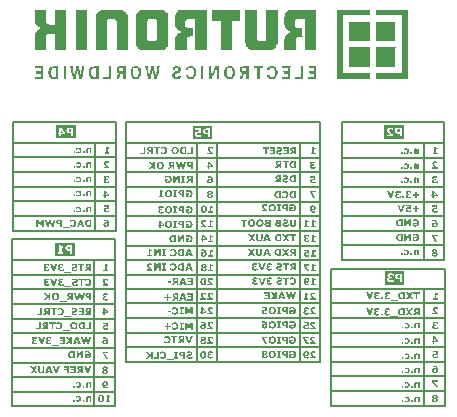
<source format=gbo>
G04*
G04 #@! TF.GenerationSoftware,Altium Limited,Altium Designer,18.1.6 (161)*
G04*
G04 Layer_Color=16777215*
%FSLAX44Y44*%
%MOMM*%
G71*
G01*
G75*
%ADD97C,0.2000*%
G36*
X439913Y745334D02*
Y744828D01*
Y744322D01*
Y743816D01*
Y743310D01*
Y742804D01*
Y742298D01*
Y741791D01*
Y741285D01*
Y740779D01*
Y740273D01*
Y739767D01*
Y739261D01*
Y738755D01*
Y738248D01*
Y737742D01*
Y737236D01*
Y736730D01*
Y736224D01*
Y735718D01*
Y735211D01*
Y734705D01*
Y734199D01*
Y733693D01*
Y733187D01*
Y732681D01*
Y732175D01*
Y731668D01*
Y731162D01*
Y730656D01*
Y730150D01*
Y729644D01*
Y729138D01*
Y728632D01*
Y728125D01*
Y727619D01*
Y727113D01*
Y726607D01*
Y726101D01*
Y725595D01*
Y725088D01*
Y724582D01*
Y724076D01*
Y723570D01*
Y723064D01*
Y722558D01*
Y722051D01*
Y721545D01*
Y721039D01*
Y720533D01*
Y720027D01*
Y719521D01*
Y719015D01*
Y718509D01*
Y718002D01*
Y717496D01*
Y716990D01*
Y716484D01*
Y715978D01*
Y715471D01*
Y714965D01*
Y714459D01*
Y713953D01*
Y713447D01*
Y712941D01*
Y712435D01*
X440420D01*
Y711928D01*
X430803D01*
Y712435D01*
Y712941D01*
Y713447D01*
Y713953D01*
Y714459D01*
Y714965D01*
Y715471D01*
Y715978D01*
Y716484D01*
Y716990D01*
Y717496D01*
Y718002D01*
Y718509D01*
Y719015D01*
Y719521D01*
Y720027D01*
Y720533D01*
Y721039D01*
Y721545D01*
Y722051D01*
Y722558D01*
Y723064D01*
Y723570D01*
Y724076D01*
Y724582D01*
Y725088D01*
Y725595D01*
Y726101D01*
X424729D01*
Y725595D01*
X424223D01*
Y725088D01*
X423210D01*
Y724582D01*
Y724076D01*
Y723570D01*
Y723064D01*
Y722558D01*
Y722051D01*
Y721545D01*
Y721039D01*
Y720533D01*
Y720027D01*
Y719521D01*
Y719015D01*
Y718509D01*
Y718002D01*
Y717496D01*
Y716990D01*
Y716484D01*
Y715978D01*
Y715471D01*
Y714965D01*
Y714459D01*
Y713953D01*
Y713447D01*
Y712941D01*
Y712435D01*
Y711928D01*
X413594D01*
Y712435D01*
Y712941D01*
Y713447D01*
Y713953D01*
Y714459D01*
Y714965D01*
Y715471D01*
Y715978D01*
Y716484D01*
Y716990D01*
Y717496D01*
Y718002D01*
Y718509D01*
Y719015D01*
Y719521D01*
Y720027D01*
Y720533D01*
Y721039D01*
Y721545D01*
Y722051D01*
Y722558D01*
Y723064D01*
Y723570D01*
Y724076D01*
Y724582D01*
Y725088D01*
Y725595D01*
Y726101D01*
X414100D01*
Y726607D01*
X414606D01*
Y727113D01*
Y727619D01*
X415112D01*
Y728125D01*
Y728632D01*
X415618D01*
Y729138D01*
X416631D01*
Y729644D01*
X417137D01*
Y730150D01*
X418149D01*
Y730656D01*
Y731162D01*
Y731668D01*
X417137D01*
Y732175D01*
X416124D01*
Y732681D01*
X415618D01*
Y733187D01*
X415112D01*
Y733693D01*
X414606D01*
Y734199D01*
Y734705D01*
X414100D01*
Y735211D01*
X413594D01*
Y735718D01*
Y736224D01*
Y736730D01*
Y737236D01*
Y737742D01*
Y738248D01*
Y738755D01*
Y739261D01*
Y739767D01*
Y740273D01*
Y740779D01*
Y741285D01*
Y741791D01*
Y742298D01*
Y742804D01*
Y743310D01*
Y743816D01*
Y744322D01*
Y744828D01*
Y745334D01*
Y745841D01*
X423210D01*
Y745334D01*
Y744828D01*
Y744322D01*
Y743816D01*
Y743310D01*
Y742804D01*
Y742298D01*
Y741791D01*
Y741285D01*
Y740779D01*
Y740273D01*
Y739767D01*
Y739261D01*
Y738755D01*
Y738248D01*
Y737742D01*
Y737236D01*
Y736730D01*
Y736224D01*
Y735718D01*
Y735211D01*
X423717D01*
Y734705D01*
Y734199D01*
X425235D01*
Y733693D01*
X430803D01*
Y734199D01*
Y734705D01*
Y735211D01*
Y735718D01*
Y736224D01*
Y736730D01*
Y737236D01*
Y737742D01*
Y738248D01*
Y738755D01*
Y739261D01*
Y739767D01*
Y740273D01*
Y740779D01*
Y741285D01*
Y741791D01*
Y742298D01*
Y742804D01*
Y743310D01*
Y743816D01*
Y744322D01*
Y744828D01*
Y745334D01*
Y745841D01*
X439913D01*
Y745334D01*
D02*
G37*
G36*
X559365D02*
Y744828D01*
Y744322D01*
Y743816D01*
Y743310D01*
Y742804D01*
Y742298D01*
Y741791D01*
Y741285D01*
Y740779D01*
Y740273D01*
Y739767D01*
Y739261D01*
Y738755D01*
Y738248D01*
Y737742D01*
Y737236D01*
Y736730D01*
Y736224D01*
Y735718D01*
Y735211D01*
Y734705D01*
Y734199D01*
Y733693D01*
Y733187D01*
Y732681D01*
Y732175D01*
Y731668D01*
Y731162D01*
Y730656D01*
Y730150D01*
Y729644D01*
Y729138D01*
Y728632D01*
Y728125D01*
Y727619D01*
Y727113D01*
Y726607D01*
Y726101D01*
Y725595D01*
Y725088D01*
Y724582D01*
Y724076D01*
Y723570D01*
Y723064D01*
Y722558D01*
Y722051D01*
Y721545D01*
Y721039D01*
Y720533D01*
Y720027D01*
Y719521D01*
Y719015D01*
Y718509D01*
Y718002D01*
Y717496D01*
Y716990D01*
Y716484D01*
Y715978D01*
Y715471D01*
Y714965D01*
Y714459D01*
Y713953D01*
Y713447D01*
Y712941D01*
Y712435D01*
Y711928D01*
X549242D01*
Y712435D01*
Y712941D01*
Y713447D01*
Y713953D01*
Y714459D01*
Y714965D01*
Y715471D01*
Y715978D01*
Y716484D01*
Y716990D01*
Y717496D01*
Y718002D01*
Y718509D01*
Y719015D01*
Y719521D01*
Y720027D01*
Y720533D01*
Y721039D01*
Y721545D01*
Y722051D01*
Y722558D01*
Y723064D01*
Y723570D01*
Y724076D01*
Y724582D01*
Y725088D01*
Y725595D01*
Y726101D01*
Y726607D01*
Y727113D01*
Y727619D01*
Y728125D01*
Y728632D01*
Y729138D01*
Y729644D01*
Y730150D01*
Y730656D01*
Y731162D01*
Y731668D01*
Y732175D01*
Y732681D01*
Y733187D01*
Y733693D01*
Y734199D01*
Y734705D01*
Y735211D01*
Y735718D01*
Y736224D01*
Y736730D01*
Y737236D01*
Y737742D01*
Y738248D01*
Y738755D01*
X543168D01*
Y738248D01*
X542156D01*
Y737742D01*
X541650D01*
Y737236D01*
X541144D01*
Y736730D01*
Y736224D01*
Y735718D01*
Y735211D01*
Y734705D01*
Y734199D01*
Y733693D01*
Y733187D01*
Y732681D01*
Y732175D01*
X541650D01*
Y731668D01*
X542156D01*
Y731162D01*
X547724D01*
Y730656D01*
Y730150D01*
Y729644D01*
Y729138D01*
Y728632D01*
Y728125D01*
Y727619D01*
Y727113D01*
Y726607D01*
Y726101D01*
Y725595D01*
Y725088D01*
Y724582D01*
Y724076D01*
X544687D01*
Y723570D01*
X543168D01*
Y723064D01*
X542662D01*
Y722558D01*
X542156D01*
Y722051D01*
Y721545D01*
Y721039D01*
Y720533D01*
Y720027D01*
Y719521D01*
Y719015D01*
Y718509D01*
Y718002D01*
Y717496D01*
Y716990D01*
Y716484D01*
Y715978D01*
Y715471D01*
Y714965D01*
Y714459D01*
Y713953D01*
Y713447D01*
Y712941D01*
Y712435D01*
Y711928D01*
X532539D01*
Y712435D01*
Y712941D01*
Y713447D01*
Y713953D01*
Y714459D01*
Y714965D01*
Y715471D01*
Y715978D01*
Y716484D01*
Y716990D01*
Y717496D01*
Y718002D01*
Y718509D01*
Y719015D01*
Y719521D01*
Y720027D01*
Y720533D01*
Y721039D01*
Y721545D01*
Y722051D01*
Y722558D01*
Y723064D01*
Y723570D01*
X533045D01*
Y724076D01*
Y724582D01*
X533551D01*
Y725088D01*
Y725595D01*
X534058D01*
Y726101D01*
X535070D01*
Y726607D01*
X535576D01*
Y727113D01*
X537095D01*
Y727619D01*
Y728125D01*
Y728632D01*
X535576D01*
Y729138D01*
X534564D01*
Y729644D01*
X534058D01*
Y730150D01*
X533551D01*
Y730656D01*
X533045D01*
Y731162D01*
Y731668D01*
Y732175D01*
X532539D01*
Y732681D01*
Y733187D01*
Y733693D01*
Y734199D01*
Y734705D01*
Y735211D01*
Y735718D01*
Y736224D01*
Y736730D01*
Y737236D01*
Y737742D01*
Y738248D01*
Y738755D01*
Y739261D01*
Y739767D01*
Y740273D01*
Y740779D01*
Y741285D01*
Y741791D01*
Y742298D01*
X533045D01*
Y742804D01*
Y743310D01*
X533551D01*
Y743816D01*
Y744322D01*
X534058D01*
Y744828D01*
X534564D01*
Y745334D01*
X535070D01*
Y745841D01*
X559365D01*
Y745334D01*
D02*
G37*
G36*
X522922D02*
X523935D01*
Y744828D01*
X524441D01*
Y744322D01*
X524947D01*
Y743816D01*
X525453D01*
Y743310D01*
X525959D01*
Y742804D01*
Y742298D01*
Y741791D01*
X526465D01*
Y741285D01*
Y740779D01*
Y740273D01*
Y739767D01*
Y739261D01*
Y738755D01*
Y738248D01*
Y737742D01*
Y737236D01*
Y736730D01*
Y736224D01*
Y735718D01*
Y735211D01*
Y734705D01*
Y734199D01*
Y733693D01*
Y733187D01*
Y732681D01*
Y732175D01*
Y731668D01*
Y731162D01*
Y730656D01*
Y730150D01*
Y729644D01*
Y729138D01*
Y728632D01*
Y728125D01*
Y727619D01*
Y727113D01*
Y726607D01*
Y726101D01*
Y725595D01*
Y725088D01*
Y724582D01*
Y724076D01*
Y723570D01*
Y723064D01*
Y722558D01*
Y722051D01*
Y721545D01*
Y721039D01*
Y720533D01*
Y720027D01*
Y719521D01*
Y719015D01*
Y718509D01*
Y718002D01*
Y717496D01*
Y716990D01*
Y716484D01*
X525959D01*
Y715978D01*
Y715471D01*
Y714965D01*
X525453D01*
Y714459D01*
X524947D01*
Y713953D01*
X524441D01*
Y713447D01*
X523935D01*
Y712941D01*
X523428D01*
Y712435D01*
X521404D01*
Y711928D01*
X504195D01*
Y712435D01*
X502676D01*
Y712941D01*
X501664D01*
Y713447D01*
X501158D01*
Y713953D01*
X500652D01*
Y714459D01*
X500145D01*
Y714965D01*
Y715471D01*
X499639D01*
Y715978D01*
Y716484D01*
Y716990D01*
Y717496D01*
X499133D01*
Y718002D01*
Y718509D01*
Y719015D01*
Y719521D01*
Y720027D01*
Y720533D01*
Y721039D01*
Y721545D01*
Y722051D01*
Y722558D01*
Y723064D01*
Y723570D01*
Y724076D01*
Y724582D01*
Y725088D01*
Y725595D01*
Y726101D01*
Y726607D01*
Y727113D01*
Y727619D01*
Y728125D01*
Y728632D01*
Y729138D01*
Y729644D01*
Y730150D01*
Y730656D01*
Y731162D01*
Y731668D01*
Y732175D01*
Y732681D01*
Y733187D01*
Y733693D01*
Y734199D01*
Y734705D01*
Y735211D01*
Y735718D01*
Y736224D01*
Y736730D01*
Y737236D01*
Y737742D01*
Y738248D01*
Y738755D01*
Y739261D01*
Y739767D01*
Y740273D01*
Y740779D01*
Y741285D01*
X499639D01*
Y741791D01*
Y742298D01*
Y742804D01*
X500145D01*
Y743310D01*
Y743816D01*
X500652D01*
Y744322D01*
X501158D01*
Y744828D01*
X501664D01*
Y745334D01*
X502676D01*
Y745841D01*
X522922D01*
Y745334D01*
D02*
G37*
G36*
X487998D02*
X489010D01*
Y744828D01*
X489516D01*
Y744322D01*
X490529D01*
Y743816D01*
Y743310D01*
X491035D01*
Y742804D01*
X491541D01*
Y742298D01*
Y741791D01*
X492047D01*
Y741285D01*
Y740779D01*
Y740273D01*
Y739767D01*
Y739261D01*
Y738755D01*
Y738248D01*
Y737742D01*
Y737236D01*
Y736730D01*
Y736224D01*
Y735718D01*
Y735211D01*
Y734705D01*
Y734199D01*
Y733693D01*
Y733187D01*
Y732681D01*
Y732175D01*
Y731668D01*
Y731162D01*
Y730656D01*
Y730150D01*
Y729644D01*
Y729138D01*
Y728632D01*
Y728125D01*
Y727619D01*
Y727113D01*
Y726607D01*
Y726101D01*
Y725595D01*
Y725088D01*
Y724582D01*
Y724076D01*
Y723570D01*
Y723064D01*
Y722558D01*
Y722051D01*
Y721545D01*
Y721039D01*
Y720533D01*
Y720027D01*
Y719521D01*
Y719015D01*
Y718509D01*
Y718002D01*
Y717496D01*
Y716990D01*
Y716484D01*
Y715978D01*
Y715471D01*
Y714965D01*
Y714459D01*
Y713953D01*
Y713447D01*
Y712941D01*
Y712435D01*
X492553D01*
Y711928D01*
X482936D01*
Y712435D01*
Y712941D01*
Y713447D01*
Y713953D01*
Y714459D01*
Y714965D01*
Y715471D01*
Y715978D01*
Y716484D01*
Y716990D01*
Y717496D01*
Y718002D01*
Y718509D01*
Y719015D01*
Y719521D01*
Y720027D01*
Y720533D01*
Y721039D01*
Y721545D01*
Y722051D01*
Y722558D01*
Y723064D01*
Y723570D01*
Y724076D01*
Y724582D01*
Y725088D01*
Y725595D01*
Y726101D01*
Y726607D01*
Y727113D01*
Y727619D01*
Y728125D01*
Y728632D01*
Y729138D01*
Y729644D01*
Y730150D01*
Y730656D01*
Y731162D01*
Y731668D01*
Y732175D01*
Y732681D01*
Y733187D01*
Y733693D01*
Y734199D01*
Y734705D01*
Y735211D01*
Y735718D01*
Y736224D01*
Y736730D01*
Y737236D01*
X482430D01*
Y737742D01*
X481418D01*
Y738248D01*
X480406D01*
Y738755D01*
X476862D01*
Y738248D01*
X475850D01*
Y737742D01*
X474838D01*
Y737236D01*
X474332D01*
Y736730D01*
Y736224D01*
Y735718D01*
Y735211D01*
Y734705D01*
Y734199D01*
Y733693D01*
Y733187D01*
Y732681D01*
Y732175D01*
Y731668D01*
Y731162D01*
Y730656D01*
Y730150D01*
Y729644D01*
Y729138D01*
Y728632D01*
Y728125D01*
Y727619D01*
Y727113D01*
Y726607D01*
Y726101D01*
Y725595D01*
Y725088D01*
Y724582D01*
Y724076D01*
Y723570D01*
Y723064D01*
Y722558D01*
Y722051D01*
Y721545D01*
Y721039D01*
Y720533D01*
Y720027D01*
Y719521D01*
Y719015D01*
Y718509D01*
Y718002D01*
Y717496D01*
Y716990D01*
Y716484D01*
Y715978D01*
Y715471D01*
Y714965D01*
Y714459D01*
Y713953D01*
Y713447D01*
Y712941D01*
Y712435D01*
Y711928D01*
X465221D01*
Y712435D01*
Y712941D01*
Y713447D01*
Y713953D01*
Y714459D01*
Y714965D01*
Y715471D01*
Y715978D01*
Y716484D01*
Y716990D01*
Y717496D01*
Y718002D01*
Y718509D01*
Y719015D01*
Y719521D01*
Y720027D01*
Y720533D01*
Y721039D01*
Y721545D01*
Y722051D01*
Y722558D01*
Y723064D01*
Y723570D01*
Y724076D01*
Y724582D01*
Y725088D01*
Y725595D01*
Y726101D01*
Y726607D01*
Y727113D01*
Y727619D01*
Y728125D01*
Y728632D01*
Y729138D01*
Y729644D01*
Y730150D01*
Y730656D01*
Y731162D01*
Y731668D01*
Y732175D01*
Y732681D01*
Y733187D01*
Y733693D01*
Y734199D01*
Y734705D01*
Y735211D01*
Y735718D01*
Y736224D01*
Y736730D01*
Y737236D01*
Y737742D01*
Y738248D01*
Y738755D01*
Y739261D01*
Y739767D01*
Y740273D01*
Y740779D01*
Y741285D01*
Y741791D01*
X465727D01*
Y742298D01*
Y742804D01*
X466233D01*
Y743310D01*
X466740D01*
Y743816D01*
Y744322D01*
X467752D01*
Y744828D01*
X468258D01*
Y745334D01*
X469270D01*
Y745841D01*
X487998D01*
Y745334D01*
D02*
G37*
G36*
X457629D02*
Y744828D01*
Y744322D01*
Y743816D01*
Y743310D01*
Y742804D01*
Y742298D01*
Y741791D01*
Y741285D01*
Y740779D01*
Y740273D01*
Y739767D01*
Y739261D01*
Y738755D01*
Y738248D01*
Y737742D01*
Y737236D01*
Y736730D01*
Y736224D01*
Y735718D01*
Y735211D01*
Y734705D01*
Y734199D01*
Y733693D01*
Y733187D01*
Y732681D01*
Y732175D01*
Y731668D01*
Y731162D01*
Y730656D01*
Y730150D01*
Y729644D01*
Y729138D01*
Y728632D01*
Y728125D01*
Y727619D01*
Y727113D01*
Y726607D01*
Y726101D01*
Y725595D01*
Y725088D01*
Y724582D01*
Y724076D01*
Y723570D01*
Y723064D01*
Y722558D01*
Y722051D01*
Y721545D01*
Y721039D01*
Y720533D01*
Y720027D01*
Y719521D01*
Y719015D01*
Y718509D01*
Y718002D01*
Y717496D01*
Y716990D01*
Y716484D01*
Y715978D01*
Y715471D01*
Y714965D01*
Y714459D01*
Y713953D01*
Y713447D01*
Y712941D01*
Y712435D01*
Y711928D01*
X448012D01*
Y712435D01*
Y712941D01*
Y713447D01*
Y713953D01*
Y714459D01*
Y714965D01*
Y715471D01*
Y715978D01*
Y716484D01*
Y716990D01*
Y717496D01*
Y718002D01*
Y718509D01*
Y719015D01*
Y719521D01*
Y720027D01*
Y720533D01*
Y721039D01*
Y721545D01*
Y722051D01*
Y722558D01*
Y723064D01*
Y723570D01*
Y724076D01*
Y724582D01*
Y725088D01*
Y725595D01*
Y726101D01*
Y726607D01*
Y727113D01*
Y727619D01*
Y728125D01*
Y728632D01*
Y729138D01*
Y729644D01*
Y730150D01*
Y730656D01*
Y731162D01*
Y731668D01*
Y732175D01*
Y732681D01*
Y733187D01*
Y733693D01*
Y734199D01*
Y734705D01*
Y735211D01*
Y735718D01*
Y736224D01*
Y736730D01*
Y737236D01*
Y737742D01*
Y738248D01*
Y738755D01*
Y739261D01*
Y739767D01*
Y740273D01*
Y740779D01*
Y741285D01*
Y741791D01*
Y742298D01*
Y742804D01*
Y743310D01*
Y743816D01*
Y744322D01*
Y744828D01*
Y745334D01*
Y745841D01*
X457629D01*
Y745334D01*
D02*
G37*
G36*
X519379Y698262D02*
Y697756D01*
X518873D01*
Y697250D01*
Y696744D01*
Y696238D01*
Y695732D01*
Y695226D01*
Y694719D01*
X518367D01*
Y694213D01*
Y693707D01*
Y693201D01*
Y692695D01*
Y692189D01*
X517861D01*
Y691682D01*
Y691176D01*
Y690670D01*
X517355D01*
Y690164D01*
Y689658D01*
Y689152D01*
Y688645D01*
Y688139D01*
Y687633D01*
X514824D01*
Y688139D01*
Y688645D01*
Y689152D01*
Y689658D01*
Y690164D01*
Y690670D01*
X514318D01*
Y691176D01*
Y691682D01*
Y692189D01*
X513812D01*
Y692695D01*
Y693201D01*
Y693707D01*
X513305D01*
Y694213D01*
X512799D01*
Y693707D01*
Y693201D01*
Y692695D01*
Y692189D01*
X512293D01*
Y691682D01*
Y691176D01*
Y690670D01*
Y690164D01*
Y689658D01*
Y689152D01*
X511787D01*
Y688645D01*
Y688139D01*
Y687633D01*
X509762D01*
Y688139D01*
Y688645D01*
X509256D01*
Y689152D01*
Y689658D01*
Y690164D01*
X508750D01*
Y690670D01*
Y691176D01*
Y691682D01*
Y692189D01*
Y692695D01*
X508244D01*
Y693201D01*
Y693707D01*
Y694213D01*
Y694719D01*
Y695226D01*
Y695732D01*
X507738D01*
Y696238D01*
Y696744D01*
X507232D01*
Y697250D01*
Y697756D01*
Y698262D01*
Y698768D01*
X509256D01*
Y698262D01*
Y697756D01*
Y697250D01*
Y696744D01*
Y696238D01*
X509762D01*
Y695732D01*
Y695226D01*
Y694719D01*
Y694213D01*
Y693707D01*
Y693201D01*
Y692695D01*
X510269D01*
Y692189D01*
Y691682D01*
X511281D01*
Y692189D01*
Y692695D01*
Y693201D01*
Y693707D01*
Y694213D01*
Y694719D01*
Y695226D01*
Y695732D01*
X511787D01*
Y696238D01*
Y696744D01*
Y697250D01*
X512293D01*
Y697756D01*
Y698262D01*
Y698768D01*
X514318D01*
Y698262D01*
X514824D01*
Y697756D01*
Y697250D01*
Y696744D01*
Y696238D01*
Y695732D01*
Y695226D01*
Y694719D01*
X515330D01*
Y694213D01*
Y693707D01*
Y693201D01*
X515836D01*
Y692695D01*
X515330D01*
Y692189D01*
X516848D01*
Y692695D01*
Y693201D01*
X516342D01*
Y693707D01*
X516848D01*
Y694213D01*
Y694719D01*
Y695226D01*
Y695732D01*
X517355D01*
Y696238D01*
Y696744D01*
Y697250D01*
Y697756D01*
Y698262D01*
Y698768D01*
X519379D01*
Y698262D01*
D02*
G37*
G36*
X455604D02*
Y697756D01*
Y697250D01*
X455098D01*
Y696744D01*
Y696238D01*
Y695732D01*
Y695226D01*
Y694719D01*
Y694213D01*
X454592D01*
Y693707D01*
Y693201D01*
Y692695D01*
Y692189D01*
Y691682D01*
X454086D01*
Y691176D01*
Y690670D01*
Y690164D01*
Y689658D01*
X453579D01*
Y689152D01*
Y688645D01*
Y688139D01*
Y687633D01*
X451049D01*
Y688139D01*
Y688645D01*
Y689152D01*
Y689658D01*
Y690164D01*
Y690670D01*
Y691176D01*
X450543D01*
Y691682D01*
Y692189D01*
Y692695D01*
X450037D01*
Y693201D01*
Y693707D01*
Y694213D01*
X449530D01*
Y693707D01*
X449024D01*
Y693201D01*
Y692695D01*
Y692189D01*
Y691682D01*
X448518D01*
Y691176D01*
Y690670D01*
Y690164D01*
Y689658D01*
Y689152D01*
Y688645D01*
X448012D01*
Y688139D01*
Y687633D01*
X445987D01*
Y688139D01*
Y688645D01*
Y689152D01*
X445481D01*
Y689658D01*
Y690164D01*
Y690670D01*
X444975D01*
Y691176D01*
Y691682D01*
Y692189D01*
Y692695D01*
Y693201D01*
X444469D01*
Y693707D01*
Y694213D01*
Y694719D01*
X443963D01*
Y695226D01*
X444469D01*
Y695732D01*
X443963D01*
Y696238D01*
Y696744D01*
Y697250D01*
X443456D01*
Y697756D01*
Y698262D01*
Y698768D01*
X445481D01*
Y698262D01*
Y697756D01*
Y697250D01*
Y696744D01*
X445987D01*
Y696238D01*
Y695732D01*
Y695226D01*
Y694719D01*
Y694213D01*
Y693707D01*
Y693201D01*
X446493D01*
Y692695D01*
Y692189D01*
Y691682D01*
X447506D01*
Y692189D01*
Y692695D01*
Y693201D01*
Y693707D01*
Y694213D01*
Y694719D01*
X448012D01*
Y695226D01*
Y695732D01*
Y696238D01*
Y696744D01*
X448518D01*
Y697250D01*
Y697756D01*
Y698262D01*
Y698768D01*
X451049D01*
Y698262D01*
Y697756D01*
Y697250D01*
Y696744D01*
Y696238D01*
Y695732D01*
Y695226D01*
X451555D01*
Y694719D01*
Y694213D01*
Y693707D01*
X452061D01*
Y693201D01*
X451555D01*
Y692695D01*
Y692189D01*
Y691682D01*
X452567D01*
Y692189D01*
Y692695D01*
Y693201D01*
X453073D01*
Y693707D01*
Y694213D01*
Y694719D01*
Y695226D01*
X453579D01*
Y695732D01*
Y696238D01*
Y696744D01*
Y697250D01*
Y697756D01*
Y698262D01*
Y698768D01*
X455604D01*
Y698262D01*
D02*
G37*
G36*
X547724D02*
X548230D01*
Y697756D01*
X548736D01*
Y697250D01*
X549242D01*
Y696744D01*
Y696238D01*
X549748D01*
Y695732D01*
Y695226D01*
X550255D01*
Y694719D01*
Y694213D01*
Y693707D01*
Y693201D01*
Y692695D01*
Y692189D01*
Y691682D01*
Y691176D01*
X549748D01*
Y690670D01*
Y690164D01*
X549242D01*
Y689658D01*
Y689152D01*
X548736D01*
Y688645D01*
X548230D01*
Y688139D01*
X547218D01*
Y687633D01*
X543675D01*
Y688139D01*
X543168D01*
Y688645D01*
X542662D01*
Y689152D01*
X542156D01*
Y689658D01*
Y690164D01*
X541650D01*
Y690670D01*
Y691176D01*
X543675D01*
Y690670D01*
Y690164D01*
X544181D01*
Y689658D01*
X544687D01*
Y689152D01*
X547218D01*
Y689658D01*
Y690164D01*
X547724D01*
Y690670D01*
Y691176D01*
X548230D01*
Y691682D01*
Y692189D01*
Y692695D01*
Y693201D01*
Y693707D01*
Y694213D01*
Y694719D01*
Y695226D01*
X547724D01*
Y695732D01*
Y696238D01*
X547218D01*
Y696744D01*
X546712D01*
Y697250D01*
X544687D01*
Y696744D01*
X543675D01*
Y696238D01*
Y695732D01*
Y695226D01*
X541650D01*
Y695732D01*
Y696238D01*
Y696744D01*
X542156D01*
Y697250D01*
X542662D01*
Y697756D01*
X543168D01*
Y698262D01*
X544181D01*
Y698768D01*
X547724D01*
Y698262D01*
D02*
G37*
G36*
X556328D02*
Y697756D01*
Y697250D01*
Y696744D01*
Y696238D01*
Y695732D01*
Y695226D01*
Y694719D01*
Y694213D01*
Y693707D01*
Y693201D01*
Y692695D01*
Y692189D01*
Y691682D01*
Y691176D01*
Y690670D01*
Y690164D01*
Y689658D01*
Y689152D01*
Y688645D01*
Y688139D01*
Y687633D01*
X554304D01*
Y688139D01*
Y688645D01*
Y689152D01*
Y689658D01*
Y690164D01*
Y690670D01*
Y691176D01*
Y691682D01*
Y692189D01*
Y692695D01*
Y693201D01*
Y693707D01*
Y694213D01*
Y694719D01*
Y695226D01*
Y695732D01*
Y696238D01*
Y696744D01*
Y697250D01*
Y697756D01*
Y698262D01*
Y698768D01*
X556328D01*
Y698262D01*
D02*
G37*
G36*
X535070D02*
X536082D01*
Y697756D01*
X536588D01*
Y697250D01*
X537095D01*
Y696744D01*
Y696238D01*
Y695732D01*
Y695226D01*
Y694719D01*
Y694213D01*
X536588D01*
Y693707D01*
X536082D01*
Y693201D01*
X535576D01*
Y692695D01*
X534058D01*
Y692189D01*
X533045D01*
Y691682D01*
X532033D01*
Y691176D01*
Y690670D01*
Y690164D01*
Y689658D01*
X532539D01*
Y689152D01*
X534564D01*
Y689658D01*
X535070D01*
Y690164D01*
X535576D01*
Y690670D01*
X537601D01*
Y690164D01*
Y689658D01*
X537095D01*
Y689152D01*
Y688645D01*
X536588D01*
Y688139D01*
X535576D01*
Y687633D01*
X532033D01*
Y688139D01*
X531021D01*
Y688645D01*
X530515D01*
Y689152D01*
Y689658D01*
X530008D01*
Y690164D01*
Y690670D01*
Y691176D01*
Y691682D01*
Y692189D01*
X530515D01*
Y692695D01*
Y693201D01*
X531527D01*
Y693707D01*
X532539D01*
Y694213D01*
X534058D01*
Y694719D01*
X535070D01*
Y695226D01*
Y695732D01*
Y696238D01*
Y696744D01*
X534564D01*
Y697250D01*
X533045D01*
Y696744D01*
X532539D01*
Y696238D01*
X532033D01*
Y695732D01*
X530515D01*
Y696238D01*
Y696744D01*
Y697250D01*
Y697756D01*
X531021D01*
Y698262D01*
X532033D01*
Y698768D01*
X535070D01*
Y698262D01*
D02*
G37*
G36*
X500652D02*
X501664D01*
Y697756D01*
X502170D01*
Y697250D01*
X502676D01*
Y696744D01*
X503182D01*
Y696238D01*
Y695732D01*
Y695226D01*
X503689D01*
Y694719D01*
Y694213D01*
Y693707D01*
Y693201D01*
Y692695D01*
Y692189D01*
Y691682D01*
X503182D01*
Y691176D01*
Y690670D01*
Y690164D01*
X502676D01*
Y689658D01*
Y689152D01*
X502170D01*
Y688645D01*
X501664D01*
Y688139D01*
X501158D01*
Y687633D01*
X497615D01*
Y688139D01*
X496602D01*
Y688645D01*
X496096D01*
Y689152D01*
X495590D01*
Y689658D01*
Y690164D01*
X495084D01*
Y690670D01*
Y691176D01*
Y691682D01*
X494578D01*
Y692189D01*
Y692695D01*
Y693201D01*
Y693707D01*
Y694213D01*
Y694719D01*
Y695226D01*
X495084D01*
Y695732D01*
Y696238D01*
X495590D01*
Y696744D01*
Y697250D01*
X496096D01*
Y697756D01*
X496602D01*
Y698262D01*
X497615D01*
Y698768D01*
X500652D01*
Y698262D01*
D02*
G37*
G36*
X490529D02*
Y697756D01*
Y697250D01*
Y696744D01*
Y696238D01*
Y695732D01*
Y695226D01*
Y694719D01*
Y694213D01*
Y693707D01*
Y693201D01*
Y692695D01*
Y692189D01*
Y691682D01*
Y691176D01*
Y690670D01*
Y690164D01*
Y689658D01*
Y689152D01*
Y688645D01*
Y688139D01*
Y687633D01*
X488504D01*
Y688139D01*
Y688645D01*
Y689152D01*
Y689658D01*
Y690164D01*
Y690670D01*
Y691176D01*
Y691682D01*
Y692189D01*
X486479D01*
Y691682D01*
X485973D01*
Y691176D01*
Y690670D01*
X485467D01*
Y690164D01*
Y689658D01*
X484961D01*
Y689152D01*
Y688645D01*
Y688139D01*
X484455D01*
Y687633D01*
X482430D01*
Y688139D01*
X482936D01*
Y688645D01*
Y689152D01*
Y689658D01*
X483442D01*
Y690164D01*
X483949D01*
Y690670D01*
X483442D01*
Y691176D01*
X483949D01*
Y691682D01*
X484455D01*
Y692189D01*
Y692695D01*
Y693201D01*
X483442D01*
Y693707D01*
Y694213D01*
X482936D01*
Y694719D01*
Y695226D01*
Y695732D01*
Y696238D01*
Y696744D01*
Y697250D01*
X483442D01*
Y697756D01*
X483949D01*
Y698262D01*
X484961D01*
Y698768D01*
X490529D01*
Y698262D01*
D02*
G37*
G36*
X478381D02*
Y697756D01*
Y697250D01*
Y696744D01*
Y696238D01*
Y695732D01*
Y695226D01*
Y694719D01*
Y694213D01*
Y693707D01*
Y693201D01*
Y692695D01*
Y692189D01*
Y691682D01*
Y691176D01*
Y690670D01*
Y690164D01*
Y689658D01*
Y689152D01*
Y688645D01*
Y688139D01*
Y687633D01*
X471295D01*
Y688139D01*
Y688645D01*
Y689152D01*
X476356D01*
Y689658D01*
Y690164D01*
Y690670D01*
Y691176D01*
Y691682D01*
Y692189D01*
Y692695D01*
Y693201D01*
Y693707D01*
Y694213D01*
Y694719D01*
Y695226D01*
Y695732D01*
Y696238D01*
Y696744D01*
Y697250D01*
Y697756D01*
Y698262D01*
Y698768D01*
X478381D01*
Y698262D01*
D02*
G37*
G36*
X467752D02*
Y697756D01*
Y697250D01*
Y696744D01*
Y696238D01*
Y695732D01*
Y695226D01*
Y694719D01*
Y694213D01*
Y693707D01*
Y693201D01*
Y692695D01*
Y692189D01*
Y691682D01*
Y691176D01*
Y690670D01*
Y690164D01*
Y689658D01*
Y689152D01*
Y688645D01*
Y688139D01*
Y687633D01*
X462690D01*
Y688139D01*
X461172D01*
Y688645D01*
X460666D01*
Y689152D01*
X460159D01*
Y689658D01*
Y690164D01*
X459653D01*
Y690670D01*
X459147D01*
Y691176D01*
Y691682D01*
Y692189D01*
Y692695D01*
Y693201D01*
Y693707D01*
Y694213D01*
Y694719D01*
Y695226D01*
Y695732D01*
X459653D01*
Y696238D01*
X460159D01*
Y696744D01*
Y697250D01*
X460666D01*
Y697756D01*
X461678D01*
Y698262D01*
X463703D01*
Y698768D01*
X467752D01*
Y698262D01*
D02*
G37*
G36*
X439913D02*
Y697756D01*
Y697250D01*
Y696744D01*
Y696238D01*
Y695732D01*
Y695226D01*
Y694719D01*
Y694213D01*
Y693707D01*
Y693201D01*
Y692695D01*
Y692189D01*
Y691682D01*
Y691176D01*
Y690670D01*
Y690164D01*
Y689658D01*
Y689152D01*
Y688645D01*
Y688139D01*
Y687633D01*
X437889D01*
Y688139D01*
Y688645D01*
Y689152D01*
Y689658D01*
Y690164D01*
Y690670D01*
Y691176D01*
Y691682D01*
Y692189D01*
Y692695D01*
Y693201D01*
Y693707D01*
Y694213D01*
Y694719D01*
Y695226D01*
Y695732D01*
Y696238D01*
Y696744D01*
Y697250D01*
Y697756D01*
Y698262D01*
Y698768D01*
X439913D01*
Y698262D01*
D02*
G37*
G36*
X433334D02*
Y697756D01*
Y697250D01*
Y696744D01*
Y696238D01*
Y695732D01*
Y695226D01*
Y694719D01*
Y694213D01*
Y693707D01*
Y693201D01*
Y692695D01*
Y692189D01*
Y691682D01*
Y691176D01*
Y690670D01*
Y690164D01*
Y689658D01*
Y689152D01*
Y688645D01*
Y688139D01*
Y687633D01*
X428778D01*
Y688139D01*
X427260D01*
Y688645D01*
X426754D01*
Y689152D01*
X426247D01*
Y689658D01*
X425741D01*
Y690164D01*
Y690670D01*
X425235D01*
Y691176D01*
Y691682D01*
Y692189D01*
X424729D01*
Y692695D01*
Y693201D01*
Y693707D01*
Y694213D01*
X425235D01*
Y694719D01*
Y695226D01*
Y695732D01*
X425741D01*
Y696238D01*
Y696744D01*
X426247D01*
Y697250D01*
X426754D01*
Y697756D01*
X427260D01*
Y698262D01*
X429284D01*
Y698768D01*
X433334D01*
Y698262D01*
D02*
G37*
G36*
X420680D02*
Y697756D01*
Y697250D01*
Y696744D01*
Y696238D01*
Y695732D01*
Y695226D01*
Y694719D01*
Y694213D01*
Y693707D01*
Y693201D01*
Y692695D01*
Y692189D01*
Y691682D01*
Y691176D01*
Y690670D01*
Y690164D01*
Y689658D01*
Y689152D01*
Y688645D01*
Y688139D01*
Y687633D01*
X413594D01*
Y688139D01*
Y688645D01*
Y689152D01*
X419161D01*
Y689658D01*
Y690164D01*
Y690670D01*
Y691176D01*
Y691682D01*
Y692189D01*
X414606D01*
Y692695D01*
Y693201D01*
Y693707D01*
Y694213D01*
X419161D01*
Y694719D01*
Y695226D01*
Y695732D01*
Y696238D01*
Y696744D01*
Y697250D01*
X413594D01*
Y697756D01*
Y698262D01*
X414100D01*
Y698768D01*
X420680D01*
Y698262D01*
D02*
G37*
G36*
X719309Y735718D02*
X718803D01*
Y735211D01*
Y734705D01*
Y734199D01*
Y733693D01*
Y733187D01*
Y732681D01*
Y732175D01*
Y731668D01*
Y731162D01*
Y730656D01*
Y730150D01*
Y729644D01*
Y729138D01*
Y728632D01*
Y728125D01*
Y727619D01*
Y727113D01*
Y726607D01*
Y726101D01*
Y725595D01*
Y725088D01*
Y724582D01*
Y724076D01*
Y723570D01*
Y723064D01*
Y722558D01*
Y722051D01*
Y721545D01*
Y721039D01*
Y720533D01*
Y720027D01*
X702100D01*
Y720533D01*
Y721039D01*
Y721545D01*
Y722051D01*
Y722558D01*
Y723064D01*
Y723570D01*
Y724076D01*
Y724582D01*
Y725088D01*
Y725595D01*
Y726101D01*
Y726607D01*
Y727113D01*
Y727619D01*
Y728125D01*
Y728632D01*
Y729138D01*
Y729644D01*
Y730150D01*
Y730656D01*
Y731162D01*
Y731668D01*
Y732175D01*
Y732681D01*
Y733187D01*
Y733693D01*
Y734199D01*
Y734705D01*
Y735211D01*
Y735718D01*
Y736224D01*
X719309D01*
Y735718D01*
D02*
G37*
G36*
X697038D02*
Y735211D01*
Y734705D01*
Y734199D01*
Y733693D01*
Y733187D01*
Y732681D01*
Y732175D01*
Y731668D01*
Y731162D01*
Y730656D01*
Y730150D01*
Y729644D01*
Y729138D01*
Y728632D01*
Y728125D01*
Y727619D01*
Y727113D01*
Y726607D01*
Y726101D01*
Y725595D01*
Y725088D01*
Y724582D01*
Y724076D01*
Y723570D01*
Y723064D01*
Y722558D01*
Y722051D01*
Y721545D01*
Y721039D01*
Y720533D01*
Y720027D01*
X679829D01*
Y720533D01*
Y721039D01*
Y721545D01*
Y722051D01*
Y722558D01*
Y723064D01*
Y723570D01*
Y724076D01*
Y724582D01*
Y725088D01*
Y725595D01*
Y726101D01*
Y726607D01*
Y727113D01*
Y727619D01*
Y728125D01*
Y728632D01*
Y729138D01*
Y729644D01*
Y730150D01*
Y730656D01*
Y731162D01*
Y731668D01*
Y732175D01*
Y732681D01*
Y733187D01*
Y733693D01*
Y734199D01*
Y734705D01*
Y735211D01*
Y735718D01*
Y736224D01*
X697038D01*
Y735718D01*
D02*
G37*
G36*
X619091Y745334D02*
Y744828D01*
Y744322D01*
Y743816D01*
Y743310D01*
Y742804D01*
Y742298D01*
Y741791D01*
Y741285D01*
Y740779D01*
Y740273D01*
Y739767D01*
Y739261D01*
Y738755D01*
Y738248D01*
Y737742D01*
Y737236D01*
Y736730D01*
Y736224D01*
Y735718D01*
Y735211D01*
Y734705D01*
Y734199D01*
Y733693D01*
Y733187D01*
Y732681D01*
Y732175D01*
Y731668D01*
Y731162D01*
Y730656D01*
Y730150D01*
Y729644D01*
Y729138D01*
Y728632D01*
Y728125D01*
Y727619D01*
Y727113D01*
Y726607D01*
Y726101D01*
Y725595D01*
Y725088D01*
Y724582D01*
Y724076D01*
Y723570D01*
Y723064D01*
Y722558D01*
Y722051D01*
Y721545D01*
Y721039D01*
Y720533D01*
Y720027D01*
Y719521D01*
Y719015D01*
Y718509D01*
Y718002D01*
Y717496D01*
Y716990D01*
X618585D01*
Y716484D01*
X618079D01*
Y715978D01*
Y715471D01*
Y714965D01*
X617573D01*
Y714459D01*
Y713953D01*
X617066D01*
Y713447D01*
X616054D01*
Y712941D01*
X615042D01*
Y712435D01*
X613523D01*
Y711928D01*
X597327D01*
Y712435D01*
X595808D01*
Y712941D01*
X594796D01*
Y713447D01*
X594290D01*
Y713953D01*
X593783D01*
Y714459D01*
X593277D01*
Y714965D01*
X592771D01*
Y715471D01*
Y715978D01*
X592265D01*
Y716484D01*
Y716990D01*
Y717496D01*
Y718002D01*
X591759D01*
Y718509D01*
Y719015D01*
Y719521D01*
Y720027D01*
Y720533D01*
Y721039D01*
Y721545D01*
Y722051D01*
Y722558D01*
Y723064D01*
Y723570D01*
Y724076D01*
Y724582D01*
Y725088D01*
Y725595D01*
Y726101D01*
Y726607D01*
Y727113D01*
Y727619D01*
Y728125D01*
Y728632D01*
Y729138D01*
Y729644D01*
Y730150D01*
Y730656D01*
Y731162D01*
Y731668D01*
Y732175D01*
Y732681D01*
Y733187D01*
Y733693D01*
Y734199D01*
Y734705D01*
Y735211D01*
Y735718D01*
Y736224D01*
Y736730D01*
Y737236D01*
Y737742D01*
Y738248D01*
Y738755D01*
Y739261D01*
Y739767D01*
Y740273D01*
Y740779D01*
Y741285D01*
Y741791D01*
Y742298D01*
Y742804D01*
Y743310D01*
Y743816D01*
Y744322D01*
Y744828D01*
Y745334D01*
Y745841D01*
X601376D01*
Y745334D01*
Y744828D01*
Y744322D01*
Y743816D01*
Y743310D01*
Y742804D01*
Y742298D01*
Y741791D01*
Y741285D01*
Y740779D01*
Y740273D01*
Y739767D01*
Y739261D01*
Y738755D01*
Y738248D01*
Y737742D01*
Y737236D01*
Y736730D01*
Y736224D01*
Y735718D01*
Y735211D01*
Y734705D01*
Y734199D01*
Y733693D01*
Y733187D01*
Y732681D01*
Y732175D01*
Y731668D01*
Y731162D01*
Y730656D01*
Y730150D01*
Y729644D01*
Y729138D01*
Y728632D01*
Y728125D01*
Y727619D01*
Y727113D01*
Y726607D01*
Y726101D01*
Y725595D01*
Y725088D01*
Y724582D01*
Y724076D01*
Y723570D01*
Y723064D01*
Y722558D01*
Y722051D01*
Y721545D01*
Y721039D01*
Y720533D01*
X602388D01*
Y720027D01*
X603400D01*
Y719521D01*
X607450D01*
Y720027D01*
X608968D01*
Y720533D01*
Y721039D01*
X609474D01*
Y721545D01*
Y722051D01*
Y722558D01*
Y723064D01*
Y723570D01*
Y724076D01*
Y724582D01*
Y725088D01*
Y725595D01*
Y726101D01*
Y726607D01*
Y727113D01*
Y727619D01*
Y728125D01*
Y728632D01*
Y729138D01*
Y729644D01*
Y730150D01*
Y730656D01*
Y731162D01*
Y731668D01*
Y732175D01*
Y732681D01*
Y733187D01*
Y733693D01*
Y734199D01*
Y734705D01*
Y735211D01*
Y735718D01*
Y736224D01*
Y736730D01*
Y737236D01*
Y737742D01*
Y738248D01*
Y738755D01*
Y739261D01*
Y739767D01*
Y740273D01*
Y740779D01*
Y741285D01*
Y741791D01*
Y742298D01*
Y742804D01*
Y743310D01*
Y743816D01*
Y744322D01*
Y744828D01*
Y745334D01*
Y745841D01*
X619091D01*
Y745334D01*
D02*
G37*
G36*
X651991D02*
Y744828D01*
Y744322D01*
Y743816D01*
Y743310D01*
Y742804D01*
Y742298D01*
Y741791D01*
Y741285D01*
Y740779D01*
Y740273D01*
Y739767D01*
Y739261D01*
Y738755D01*
Y738248D01*
Y737742D01*
Y737236D01*
Y736730D01*
Y736224D01*
Y735718D01*
Y735211D01*
Y734705D01*
Y734199D01*
Y733693D01*
Y733187D01*
Y732681D01*
Y732175D01*
Y731668D01*
Y731162D01*
Y730656D01*
Y730150D01*
Y729644D01*
Y729138D01*
Y728632D01*
Y728125D01*
Y727619D01*
Y727113D01*
Y726607D01*
Y726101D01*
Y725595D01*
Y725088D01*
Y724582D01*
Y724076D01*
Y723570D01*
Y723064D01*
Y722558D01*
Y722051D01*
Y721545D01*
Y721039D01*
Y720533D01*
Y720027D01*
Y719521D01*
Y719015D01*
Y718509D01*
Y718002D01*
Y717496D01*
Y716990D01*
Y716484D01*
Y715978D01*
Y715471D01*
Y714965D01*
Y714459D01*
Y713953D01*
Y713447D01*
Y712941D01*
Y712435D01*
Y711928D01*
X642374D01*
Y712435D01*
Y712941D01*
Y713447D01*
Y713953D01*
Y714459D01*
Y714965D01*
Y715471D01*
Y715978D01*
Y716484D01*
Y716990D01*
Y717496D01*
Y718002D01*
Y718509D01*
Y719015D01*
Y719521D01*
Y720027D01*
Y720533D01*
Y721039D01*
Y721545D01*
Y722051D01*
Y722558D01*
Y723064D01*
Y723570D01*
Y724076D01*
Y724582D01*
Y725088D01*
Y725595D01*
Y726101D01*
Y726607D01*
Y727113D01*
Y727619D01*
Y728125D01*
Y728632D01*
Y729138D01*
Y729644D01*
Y730150D01*
Y730656D01*
Y731162D01*
Y731668D01*
Y732175D01*
Y732681D01*
Y733187D01*
Y733693D01*
Y734199D01*
Y734705D01*
Y735211D01*
Y735718D01*
Y736224D01*
Y736730D01*
Y737236D01*
Y737742D01*
Y738248D01*
X641868D01*
Y738755D01*
X635794D01*
Y738248D01*
X634782D01*
Y737742D01*
X634276D01*
Y737236D01*
X633769D01*
Y736730D01*
Y736224D01*
Y735718D01*
Y735211D01*
Y734705D01*
Y734199D01*
Y733693D01*
Y733187D01*
Y732681D01*
Y732175D01*
X634276D01*
Y731668D01*
X634782D01*
Y731162D01*
X639843D01*
Y730656D01*
Y730150D01*
Y729644D01*
Y729138D01*
Y728632D01*
Y728125D01*
Y727619D01*
Y727113D01*
Y726607D01*
Y726101D01*
Y725595D01*
Y725088D01*
Y724582D01*
Y724076D01*
X640350D01*
Y723570D01*
X635288D01*
Y723064D01*
Y722558D01*
Y722051D01*
X634782D01*
Y721545D01*
Y721039D01*
Y720533D01*
Y720027D01*
Y719521D01*
Y719015D01*
Y718509D01*
Y718002D01*
Y717496D01*
Y716990D01*
Y716484D01*
Y715978D01*
Y715471D01*
Y714965D01*
Y714459D01*
Y713953D01*
Y713447D01*
Y712941D01*
Y712435D01*
Y711928D01*
X625165D01*
Y712435D01*
X624659D01*
Y712941D01*
Y713447D01*
Y713953D01*
Y714459D01*
Y714965D01*
Y715471D01*
Y715978D01*
Y716484D01*
Y716990D01*
Y717496D01*
Y718002D01*
Y718509D01*
Y719015D01*
Y719521D01*
Y720027D01*
Y720533D01*
Y721039D01*
Y721545D01*
X625165D01*
Y722051D01*
Y722558D01*
Y723064D01*
Y723570D01*
X625671D01*
Y724076D01*
Y724582D01*
X626177D01*
Y725088D01*
X626683D01*
Y725595D01*
X627190D01*
Y726101D01*
X627696D01*
Y726607D01*
X628708D01*
Y727113D01*
X629720D01*
Y727619D01*
Y728125D01*
Y728632D01*
X628202D01*
Y729138D01*
X627190D01*
Y729644D01*
X626683D01*
Y730150D01*
X626177D01*
Y730656D01*
Y731162D01*
X625671D01*
Y731668D01*
Y732175D01*
Y732681D01*
X625165D01*
Y733187D01*
Y733693D01*
X624659D01*
Y734199D01*
Y734705D01*
Y735211D01*
Y735718D01*
Y736224D01*
Y736730D01*
Y737236D01*
Y737742D01*
Y738248D01*
Y738755D01*
Y739261D01*
Y739767D01*
Y740273D01*
X625165D01*
Y740779D01*
Y741285D01*
Y741791D01*
X625671D01*
Y742298D01*
Y742804D01*
Y743310D01*
Y743816D01*
X626177D01*
Y744322D01*
X626683D01*
Y744828D01*
X627190D01*
Y745334D01*
X628202D01*
Y745841D01*
X651991D01*
Y745334D01*
D02*
G37*
G36*
X587710D02*
Y744828D01*
Y744322D01*
Y743816D01*
Y743310D01*
Y742804D01*
Y742298D01*
Y741791D01*
Y741285D01*
Y740779D01*
Y740273D01*
Y739767D01*
Y739261D01*
Y738755D01*
Y738248D01*
Y737742D01*
Y737236D01*
Y736730D01*
X580117D01*
Y736224D01*
Y735718D01*
Y735211D01*
Y734705D01*
Y734199D01*
Y733693D01*
Y733187D01*
Y732681D01*
Y732175D01*
Y731668D01*
Y731162D01*
Y730656D01*
Y730150D01*
Y729644D01*
Y729138D01*
Y728632D01*
Y728125D01*
Y727619D01*
Y727113D01*
Y726607D01*
Y726101D01*
Y725595D01*
Y725088D01*
Y724582D01*
Y724076D01*
Y723570D01*
Y723064D01*
Y722558D01*
Y722051D01*
Y721545D01*
Y721039D01*
Y720533D01*
Y720027D01*
Y719521D01*
Y719015D01*
Y718509D01*
Y718002D01*
Y717496D01*
Y716990D01*
Y716484D01*
Y715978D01*
Y715471D01*
Y714965D01*
Y714459D01*
Y713953D01*
Y713447D01*
Y712941D01*
Y712435D01*
X580624D01*
Y711928D01*
X571007D01*
Y712435D01*
Y712941D01*
Y713447D01*
Y713953D01*
Y714459D01*
Y714965D01*
Y715471D01*
Y715978D01*
Y716484D01*
Y716990D01*
Y717496D01*
Y718002D01*
Y718509D01*
Y719015D01*
Y719521D01*
Y720027D01*
Y720533D01*
Y721039D01*
Y721545D01*
Y722051D01*
Y722558D01*
Y723064D01*
Y723570D01*
Y724076D01*
Y724582D01*
Y725088D01*
Y725595D01*
Y726101D01*
Y726607D01*
Y727113D01*
Y727619D01*
Y728125D01*
Y728632D01*
Y729138D01*
Y729644D01*
Y730150D01*
Y730656D01*
Y731162D01*
Y731668D01*
Y732175D01*
Y732681D01*
Y733187D01*
Y733693D01*
Y734199D01*
Y734705D01*
Y735211D01*
Y735718D01*
Y736224D01*
Y736730D01*
X563414D01*
Y737236D01*
Y737742D01*
Y738248D01*
Y738755D01*
Y739261D01*
Y739767D01*
Y740273D01*
Y740779D01*
Y741285D01*
Y741791D01*
Y742298D01*
Y742804D01*
Y743310D01*
Y743816D01*
Y744322D01*
Y744828D01*
Y745334D01*
Y745841D01*
X587710D01*
Y745334D01*
D02*
G37*
G36*
X719309Y713953D02*
X718803D01*
Y713447D01*
Y712941D01*
Y712435D01*
Y711928D01*
Y711422D01*
Y710916D01*
Y710410D01*
Y709904D01*
Y709398D01*
Y708892D01*
Y708385D01*
Y707879D01*
Y707373D01*
Y706867D01*
Y706361D01*
Y705855D01*
Y705349D01*
Y704842D01*
Y704336D01*
Y703830D01*
Y703324D01*
Y702818D01*
Y702312D01*
Y701805D01*
Y701299D01*
Y700793D01*
Y700287D01*
Y699781D01*
Y699275D01*
Y698768D01*
Y698262D01*
X719309D01*
Y697756D01*
X702100D01*
Y698262D01*
Y698768D01*
Y699275D01*
Y699781D01*
Y700287D01*
Y700793D01*
Y701299D01*
Y701805D01*
Y702312D01*
Y702818D01*
Y703324D01*
Y703830D01*
Y704336D01*
Y704842D01*
Y705349D01*
Y705855D01*
Y706361D01*
Y706867D01*
Y707373D01*
Y707879D01*
Y708385D01*
Y708892D01*
Y709398D01*
Y709904D01*
Y710410D01*
Y710916D01*
Y711422D01*
Y711928D01*
Y712435D01*
Y712941D01*
Y713447D01*
Y713953D01*
Y714459D01*
X719309D01*
Y713953D01*
D02*
G37*
G36*
X697038D02*
Y713447D01*
Y712941D01*
Y712435D01*
Y711928D01*
Y711422D01*
Y710916D01*
Y710410D01*
Y709904D01*
Y709398D01*
Y708892D01*
Y708385D01*
Y707879D01*
Y707373D01*
Y706867D01*
Y706361D01*
Y705855D01*
Y705349D01*
Y704842D01*
Y704336D01*
Y703830D01*
Y703324D01*
Y702818D01*
Y702312D01*
Y701805D01*
Y701299D01*
Y700793D01*
Y700287D01*
Y699781D01*
Y699275D01*
Y698768D01*
Y698262D01*
Y697756D01*
X679829D01*
Y698262D01*
Y698768D01*
Y699275D01*
Y699781D01*
Y700287D01*
Y700793D01*
Y701299D01*
Y701805D01*
Y702312D01*
Y702818D01*
Y703324D01*
Y703830D01*
Y704336D01*
Y704842D01*
Y705349D01*
Y705855D01*
Y706361D01*
Y706867D01*
Y707373D01*
Y707879D01*
Y708385D01*
Y708892D01*
Y709398D01*
Y709904D01*
Y710410D01*
Y710916D01*
Y711422D01*
Y711928D01*
Y712435D01*
Y712941D01*
Y713447D01*
Y713953D01*
Y714459D01*
X697038D01*
Y713953D01*
D02*
G37*
G36*
X569488Y698262D02*
Y697756D01*
Y697250D01*
Y696744D01*
Y696238D01*
Y695732D01*
Y695226D01*
Y694719D01*
Y694213D01*
Y693707D01*
Y693201D01*
Y692695D01*
Y692189D01*
Y691682D01*
Y691176D01*
Y690670D01*
Y690164D01*
Y689658D01*
Y689152D01*
Y688645D01*
Y688139D01*
Y687633D01*
X567464D01*
Y688139D01*
X567970D01*
Y688645D01*
Y689152D01*
Y689658D01*
Y690164D01*
Y690670D01*
Y691176D01*
Y691682D01*
Y692189D01*
Y692695D01*
Y693201D01*
Y693707D01*
Y694213D01*
X567464D01*
Y694719D01*
X567970D01*
Y695226D01*
Y695732D01*
X566958D01*
Y695226D01*
X566451D01*
Y694719D01*
Y694213D01*
X565945D01*
Y693707D01*
Y693201D01*
X565439D01*
Y692695D01*
Y692189D01*
Y691682D01*
X564933D01*
Y691176D01*
X564427D01*
Y690670D01*
Y690164D01*
X563921D01*
Y689658D01*
Y689152D01*
Y688645D01*
X563414D01*
Y688139D01*
Y687633D01*
X560884D01*
Y688139D01*
Y688645D01*
Y689152D01*
Y689658D01*
Y690164D01*
Y690670D01*
Y691176D01*
Y691682D01*
Y692189D01*
Y692695D01*
Y693201D01*
Y693707D01*
Y694213D01*
Y694719D01*
Y695226D01*
Y695732D01*
Y696238D01*
Y696744D01*
Y697250D01*
Y697756D01*
Y698262D01*
Y698768D01*
X562908D01*
Y698262D01*
Y697756D01*
Y697250D01*
Y696744D01*
Y696238D01*
Y695732D01*
Y695226D01*
Y694719D01*
Y694213D01*
Y693707D01*
Y693201D01*
Y692695D01*
X563921D01*
Y693201D01*
X564427D01*
Y693707D01*
Y694213D01*
X564933D01*
Y694719D01*
Y695226D01*
Y695732D01*
X565439D01*
Y696238D01*
Y696744D01*
X565945D01*
Y697250D01*
Y697756D01*
X566451D01*
Y698262D01*
Y698768D01*
X569488D01*
Y698262D01*
D02*
G37*
G36*
X616054D02*
X617066D01*
Y697756D01*
X617573D01*
Y697250D01*
Y696744D01*
X618079D01*
Y696238D01*
Y695732D01*
X618585D01*
Y695226D01*
Y694719D01*
X619091D01*
Y694213D01*
Y693707D01*
Y693201D01*
Y692695D01*
Y692189D01*
Y691682D01*
X618585D01*
Y691176D01*
Y690670D01*
X618079D01*
Y690164D01*
Y689658D01*
X617573D01*
Y689152D01*
Y688645D01*
X617066D01*
Y688139D01*
X616054D01*
Y687633D01*
X612511D01*
Y688139D01*
X611499D01*
Y688645D01*
X610993D01*
Y689152D01*
Y689658D01*
X610486D01*
Y690164D01*
Y690670D01*
Y691176D01*
X612511D01*
Y690670D01*
Y690164D01*
Y689658D01*
X613017D01*
Y689152D01*
X615548D01*
Y689658D01*
X616054D01*
Y690164D01*
X616560D01*
Y690670D01*
Y691176D01*
Y691682D01*
Y692189D01*
Y692695D01*
X617066D01*
Y693201D01*
Y693707D01*
X616560D01*
Y694213D01*
Y694719D01*
Y695226D01*
Y695732D01*
X616054D01*
Y696238D01*
Y696744D01*
X615548D01*
Y697250D01*
X613017D01*
Y696744D01*
X612511D01*
Y696238D01*
Y695732D01*
Y695226D01*
X610486D01*
Y695732D01*
Y696238D01*
Y696744D01*
X610993D01*
Y697250D01*
Y697756D01*
X611499D01*
Y698262D01*
X612511D01*
Y698768D01*
X616054D01*
Y698262D01*
D02*
G37*
G36*
X729432Y745841D02*
Y745334D01*
Y744828D01*
Y744322D01*
Y743816D01*
Y743310D01*
Y742804D01*
Y742298D01*
Y741791D01*
Y741285D01*
Y740779D01*
Y740273D01*
Y739767D01*
Y739261D01*
Y738755D01*
Y738248D01*
Y737742D01*
Y737236D01*
Y736730D01*
Y736224D01*
Y735718D01*
Y735211D01*
Y734705D01*
Y734199D01*
Y733693D01*
Y733187D01*
Y732681D01*
Y732175D01*
Y731668D01*
Y731162D01*
Y730656D01*
Y730150D01*
Y729644D01*
Y729138D01*
Y728632D01*
Y728125D01*
Y727619D01*
Y727113D01*
Y726607D01*
Y726101D01*
Y725595D01*
Y725088D01*
Y724582D01*
Y724076D01*
Y723570D01*
Y723064D01*
Y722558D01*
Y722051D01*
Y721545D01*
Y721039D01*
Y720533D01*
Y720027D01*
Y719521D01*
Y719015D01*
Y718509D01*
Y718002D01*
Y717496D01*
Y716990D01*
Y716484D01*
Y715978D01*
Y715471D01*
Y714965D01*
Y714459D01*
Y713953D01*
Y713447D01*
Y712941D01*
Y712435D01*
Y711928D01*
Y711422D01*
Y710916D01*
Y710410D01*
Y709904D01*
Y709398D01*
Y708892D01*
Y708385D01*
Y707879D01*
Y707373D01*
Y706867D01*
Y706361D01*
Y705855D01*
Y705349D01*
Y704842D01*
Y704336D01*
Y703830D01*
Y703324D01*
Y702818D01*
Y702312D01*
Y701805D01*
Y701299D01*
Y700793D01*
Y700287D01*
Y699781D01*
Y699275D01*
Y698768D01*
Y698262D01*
Y697756D01*
Y697250D01*
Y696744D01*
Y696238D01*
Y695732D01*
Y695226D01*
Y694719D01*
Y694213D01*
Y693707D01*
Y693201D01*
Y692695D01*
Y692189D01*
Y691682D01*
Y691176D01*
Y690670D01*
Y690164D01*
Y689658D01*
Y689152D01*
Y688645D01*
Y688139D01*
Y687633D01*
X702100D01*
Y688139D01*
Y688645D01*
Y689152D01*
Y689658D01*
Y690164D01*
Y690670D01*
Y691176D01*
Y691682D01*
Y692189D01*
Y692695D01*
X724371D01*
Y693201D01*
Y693707D01*
Y694213D01*
Y694719D01*
Y695226D01*
Y695732D01*
Y696238D01*
Y696744D01*
Y697250D01*
Y697756D01*
Y698262D01*
Y698768D01*
Y699275D01*
Y699781D01*
Y700287D01*
Y700793D01*
Y701299D01*
Y701805D01*
Y702312D01*
Y702818D01*
Y703324D01*
Y703830D01*
Y704336D01*
Y704842D01*
Y705349D01*
Y705855D01*
Y706361D01*
Y706867D01*
Y707373D01*
Y707879D01*
Y708385D01*
Y708892D01*
Y709398D01*
Y709904D01*
Y710410D01*
Y710916D01*
Y711422D01*
Y711928D01*
Y712435D01*
Y712941D01*
Y713447D01*
Y713953D01*
Y714459D01*
Y714965D01*
Y715471D01*
Y715978D01*
Y716484D01*
Y716990D01*
Y717496D01*
Y718002D01*
Y718509D01*
Y719015D01*
Y719521D01*
Y720027D01*
Y720533D01*
Y721039D01*
Y721545D01*
Y722051D01*
Y722558D01*
Y723064D01*
Y723570D01*
Y724076D01*
Y724582D01*
Y725088D01*
Y725595D01*
Y726101D01*
Y726607D01*
Y727113D01*
Y727619D01*
Y728125D01*
Y728632D01*
Y729138D01*
Y729644D01*
Y730150D01*
Y730656D01*
Y731162D01*
Y731668D01*
Y732175D01*
Y732681D01*
Y733187D01*
Y733693D01*
Y734199D01*
Y734705D01*
Y735211D01*
Y735718D01*
Y736224D01*
Y736730D01*
Y737236D01*
Y737742D01*
Y738248D01*
Y738755D01*
Y739261D01*
Y739767D01*
Y740273D01*
Y740779D01*
Y741285D01*
Y741791D01*
X702100D01*
Y742298D01*
Y742804D01*
Y743310D01*
Y743816D01*
Y744322D01*
Y744828D01*
Y745334D01*
Y745841D01*
Y746347D01*
X729432D01*
Y745841D01*
D02*
G37*
G36*
X697038D02*
Y745334D01*
Y744828D01*
Y744322D01*
Y743816D01*
Y743310D01*
Y742804D01*
Y742298D01*
Y741791D01*
X674262D01*
Y741285D01*
Y740779D01*
Y740273D01*
Y739767D01*
Y739261D01*
Y738755D01*
Y738248D01*
Y737742D01*
Y737236D01*
Y736730D01*
Y736224D01*
Y735718D01*
Y735211D01*
Y734705D01*
Y734199D01*
Y733693D01*
Y733187D01*
Y732681D01*
Y732175D01*
Y731668D01*
Y731162D01*
Y730656D01*
Y730150D01*
Y729644D01*
Y729138D01*
Y728632D01*
Y728125D01*
Y727619D01*
Y727113D01*
Y726607D01*
Y726101D01*
Y725595D01*
Y725088D01*
Y724582D01*
Y724076D01*
Y723570D01*
Y723064D01*
Y722558D01*
Y722051D01*
Y721545D01*
Y721039D01*
Y720533D01*
Y720027D01*
Y719521D01*
Y719015D01*
Y718509D01*
Y718002D01*
Y717496D01*
Y716990D01*
Y716484D01*
Y715978D01*
Y715471D01*
Y714965D01*
Y714459D01*
Y713953D01*
Y713447D01*
Y712941D01*
Y712435D01*
Y711928D01*
Y711422D01*
Y710916D01*
Y710410D01*
Y709904D01*
Y709398D01*
Y708892D01*
Y708385D01*
Y707879D01*
Y707373D01*
Y706867D01*
Y706361D01*
Y705855D01*
Y705349D01*
Y704842D01*
Y704336D01*
Y703830D01*
Y703324D01*
Y702818D01*
Y702312D01*
Y701805D01*
Y701299D01*
Y700793D01*
Y700287D01*
Y699781D01*
Y699275D01*
Y698768D01*
Y698262D01*
Y697756D01*
Y697250D01*
Y696744D01*
Y696238D01*
Y695732D01*
Y695226D01*
Y694719D01*
Y694213D01*
Y693707D01*
Y693201D01*
Y692695D01*
X697038D01*
Y692189D01*
Y691682D01*
Y691176D01*
Y690670D01*
Y690164D01*
Y689658D01*
Y689152D01*
Y688645D01*
Y688139D01*
Y687633D01*
X669706D01*
Y688139D01*
Y688645D01*
Y689152D01*
Y689658D01*
Y690164D01*
Y690670D01*
Y691176D01*
Y691682D01*
Y692189D01*
Y692695D01*
Y693201D01*
Y693707D01*
Y694213D01*
Y694719D01*
Y695226D01*
Y695732D01*
Y696238D01*
Y696744D01*
Y697250D01*
Y697756D01*
Y698262D01*
Y698768D01*
Y699275D01*
Y699781D01*
Y700287D01*
Y700793D01*
Y701299D01*
Y701805D01*
Y702312D01*
Y702818D01*
Y703324D01*
Y703830D01*
Y704336D01*
Y704842D01*
Y705349D01*
Y705855D01*
Y706361D01*
Y706867D01*
Y707373D01*
Y707879D01*
Y708385D01*
Y708892D01*
Y709398D01*
Y709904D01*
Y710410D01*
Y710916D01*
Y711422D01*
Y711928D01*
Y712435D01*
Y712941D01*
Y713447D01*
Y713953D01*
Y714459D01*
Y714965D01*
Y715471D01*
Y715978D01*
Y716484D01*
Y716990D01*
Y717496D01*
Y718002D01*
Y718509D01*
Y719015D01*
Y719521D01*
Y720027D01*
Y720533D01*
Y721039D01*
Y721545D01*
Y722051D01*
Y722558D01*
Y723064D01*
Y723570D01*
Y724076D01*
Y724582D01*
Y725088D01*
Y725595D01*
Y726101D01*
Y726607D01*
Y727113D01*
Y727619D01*
Y728125D01*
Y728632D01*
Y729138D01*
Y729644D01*
Y730150D01*
Y730656D01*
Y731162D01*
Y731668D01*
Y732175D01*
Y732681D01*
Y733187D01*
Y733693D01*
Y734199D01*
Y734705D01*
Y735211D01*
Y735718D01*
Y736224D01*
Y736730D01*
Y737236D01*
Y737742D01*
Y738248D01*
Y738755D01*
Y739261D01*
Y739767D01*
Y740273D01*
Y740779D01*
Y741285D01*
Y741791D01*
Y742298D01*
Y742804D01*
Y743310D01*
Y743816D01*
Y744322D01*
Y744828D01*
Y745334D01*
Y745841D01*
Y746347D01*
X697038D01*
Y745841D01*
D02*
G37*
G36*
X651991Y698262D02*
Y697756D01*
Y697250D01*
Y696744D01*
Y696238D01*
Y695732D01*
Y695226D01*
Y694719D01*
Y694213D01*
Y693707D01*
Y693201D01*
Y692695D01*
Y692189D01*
Y691682D01*
Y691176D01*
Y690670D01*
Y690164D01*
Y689658D01*
Y689152D01*
Y688645D01*
Y688139D01*
Y687633D01*
X644905D01*
Y688139D01*
Y688645D01*
Y689152D01*
X649966D01*
Y689658D01*
Y690164D01*
Y690670D01*
Y691176D01*
Y691682D01*
Y692189D01*
X646423D01*
Y692695D01*
X645917D01*
Y693201D01*
Y693707D01*
Y694213D01*
X649966D01*
Y694719D01*
Y695226D01*
Y695732D01*
Y696238D01*
Y696744D01*
Y697250D01*
X645411D01*
Y697756D01*
Y698262D01*
Y698768D01*
X651991D01*
Y698262D01*
D02*
G37*
G36*
X640856D02*
Y697756D01*
Y697250D01*
Y696744D01*
Y696238D01*
Y695732D01*
Y695226D01*
Y694719D01*
Y694213D01*
Y693707D01*
Y693201D01*
Y692695D01*
Y692189D01*
Y691682D01*
Y691176D01*
Y690670D01*
Y690164D01*
Y689658D01*
Y689152D01*
Y688645D01*
Y688139D01*
Y687633D01*
X633769D01*
Y688139D01*
X634276D01*
Y688645D01*
X633769D01*
Y689152D01*
X638831D01*
Y689658D01*
Y690164D01*
Y690670D01*
Y691176D01*
Y691682D01*
Y692189D01*
Y692695D01*
Y693201D01*
Y693707D01*
Y694213D01*
Y694719D01*
Y695226D01*
Y695732D01*
Y696238D01*
Y696744D01*
Y697250D01*
Y697756D01*
Y698262D01*
Y698768D01*
X640856D01*
Y698262D01*
D02*
G37*
G36*
X630227D02*
X629720D01*
Y697756D01*
Y697250D01*
Y696744D01*
Y696238D01*
Y695732D01*
Y695226D01*
Y694719D01*
Y694213D01*
Y693707D01*
Y693201D01*
Y692695D01*
Y692189D01*
Y691682D01*
Y691176D01*
Y690670D01*
Y690164D01*
Y689658D01*
Y689152D01*
Y688645D01*
Y688139D01*
X630227D01*
Y687633D01*
X623140D01*
Y688139D01*
Y688645D01*
Y689152D01*
X628202D01*
Y689658D01*
Y690164D01*
Y690670D01*
Y691176D01*
Y691682D01*
Y692189D01*
X624153D01*
Y692695D01*
X623647D01*
Y693201D01*
X624153D01*
Y693707D01*
X623647D01*
Y694213D01*
X628202D01*
Y694719D01*
Y695226D01*
Y695732D01*
Y696238D01*
Y696744D01*
Y697250D01*
X623140D01*
Y697756D01*
Y698262D01*
Y698768D01*
X630227D01*
Y698262D01*
D02*
G37*
G36*
X606437D02*
Y697756D01*
Y697250D01*
X603907D01*
Y696744D01*
Y696238D01*
Y695732D01*
Y695226D01*
Y694719D01*
Y694213D01*
Y693707D01*
Y693201D01*
Y692695D01*
Y692189D01*
Y691682D01*
Y691176D01*
Y690670D01*
Y690164D01*
Y689658D01*
Y689152D01*
Y688645D01*
Y688139D01*
Y687633D01*
X601882D01*
Y688139D01*
Y688645D01*
Y689152D01*
Y689658D01*
Y690164D01*
Y690670D01*
Y691176D01*
Y691682D01*
Y692189D01*
Y692695D01*
Y693201D01*
Y693707D01*
Y694213D01*
Y694719D01*
Y695226D01*
Y695732D01*
Y696238D01*
Y696744D01*
Y697250D01*
X598845D01*
Y697756D01*
Y698262D01*
Y698768D01*
X606437D01*
Y698262D01*
D02*
G37*
G36*
X594796D02*
Y697756D01*
Y697250D01*
Y696744D01*
Y696238D01*
Y695732D01*
Y695226D01*
Y694719D01*
Y694213D01*
Y693707D01*
Y693201D01*
Y692695D01*
Y692189D01*
Y691682D01*
Y691176D01*
Y690670D01*
Y690164D01*
Y689658D01*
Y689152D01*
Y688645D01*
Y688139D01*
Y687633D01*
X592771D01*
Y688139D01*
Y688645D01*
Y689152D01*
Y689658D01*
Y690164D01*
Y690670D01*
Y691176D01*
Y691682D01*
Y692189D01*
X590747D01*
Y691682D01*
Y691176D01*
X590241D01*
Y690670D01*
Y690164D01*
X589734D01*
Y689658D01*
Y689152D01*
Y688645D01*
X589228D01*
Y688139D01*
Y687633D01*
X586697D01*
Y688139D01*
X587204D01*
Y688645D01*
X587710D01*
Y689152D01*
Y689658D01*
Y690164D01*
X588216D01*
Y690670D01*
X588722D01*
Y691176D01*
Y691682D01*
Y692189D01*
Y692695D01*
Y693201D01*
X588216D01*
Y693707D01*
X587710D01*
Y694213D01*
X587204D01*
Y694719D01*
Y695226D01*
Y695732D01*
Y696238D01*
Y696744D01*
Y697250D01*
X587710D01*
Y697756D01*
X588216D01*
Y698262D01*
X589734D01*
Y698768D01*
X594796D01*
Y698262D01*
D02*
G37*
G36*
X580117D02*
X581130D01*
Y697756D01*
X581636D01*
Y697250D01*
X582142D01*
Y696744D01*
Y696238D01*
Y695732D01*
X582648D01*
Y695226D01*
Y694719D01*
Y694213D01*
Y693707D01*
Y693201D01*
Y692695D01*
Y692189D01*
X583154D01*
Y691682D01*
X582648D01*
Y691176D01*
Y690670D01*
X582142D01*
Y690164D01*
Y689658D01*
Y689152D01*
X581636D01*
Y688645D01*
X581130D01*
Y688139D01*
X580117D01*
Y687633D01*
X576574D01*
Y688139D01*
X576068D01*
Y688645D01*
X575056D01*
Y689152D01*
Y689658D01*
X574550D01*
Y690164D01*
Y690670D01*
X574044D01*
Y691176D01*
Y691682D01*
Y692189D01*
Y692695D01*
Y693201D01*
Y693707D01*
Y694213D01*
Y694719D01*
Y695226D01*
X574550D01*
Y695732D01*
Y696238D01*
Y696744D01*
X575056D01*
Y697250D01*
Y697756D01*
X575562D01*
Y698262D01*
X577080D01*
Y698768D01*
X580117D01*
Y698262D01*
D02*
G37*
G36*
X513400Y451000D02*
X511856D01*
Y452942D01*
X511504Y453385D01*
X509729Y451000D01*
X507825D01*
X510275Y454208D01*
X507945Y456973D01*
X509739D01*
X511856Y454273D01*
Y456973D01*
X513400D01*
Y451000D01*
D02*
G37*
G36*
X522128Y457084D02*
X522359Y457056D01*
X522571Y457019D01*
X522756Y456982D01*
X522840Y456963D01*
X522914Y456945D01*
X522978Y456926D01*
X523034Y456908D01*
X523080Y456889D01*
X523108Y456880D01*
X523126Y456871D01*
X523135D01*
X523339Y456788D01*
X523524Y456686D01*
X523690Y456584D01*
X523829Y456483D01*
X523940Y456399D01*
X524023Y456325D01*
X524078Y456279D01*
X524088Y456270D01*
X524097Y456261D01*
X524236Y456094D01*
X524365Y455928D01*
X524476Y455761D01*
X524559Y455604D01*
X524624Y455466D01*
X524652Y455410D01*
X524679Y455364D01*
X524698Y455318D01*
X524707Y455290D01*
X524716Y455271D01*
Y455262D01*
X524781Y455040D01*
X524837Y454818D01*
X524874Y454606D01*
X524892Y454402D01*
X524911Y454236D01*
Y454162D01*
X524920Y454097D01*
Y454051D01*
Y454005D01*
Y453986D01*
Y453977D01*
X524911Y453700D01*
X524883Y453441D01*
X524846Y453210D01*
X524809Y453016D01*
X524790Y452932D01*
X524772Y452849D01*
X524753Y452784D01*
X524735Y452729D01*
X524716Y452683D01*
X524707Y452655D01*
X524698Y452636D01*
Y452627D01*
X524605Y452415D01*
X524504Y452230D01*
X524402Y452063D01*
X524300Y451925D01*
X524217Y451814D01*
X524143Y451730D01*
X524097Y451675D01*
X524078Y451666D01*
Y451656D01*
X523921Y451518D01*
X523755Y451398D01*
X523588Y451305D01*
X523441Y451222D01*
X523311Y451157D01*
X523200Y451111D01*
X523163Y451092D01*
X523135Y451083D01*
X523117Y451074D01*
X523108D01*
X522895Y451009D01*
X522673Y450963D01*
X522470Y450926D01*
X522285Y450908D01*
X522118Y450889D01*
X522054D01*
X521989Y450880D01*
X521721D01*
X521573Y450889D01*
X521453Y450898D01*
X521360Y450908D01*
X521277D01*
X521222Y450917D01*
X521185Y450926D01*
X521175D01*
X520981Y450963D01*
X520889Y450981D01*
X520796Y451000D01*
X520732Y451018D01*
X520667Y451037D01*
X520630Y451046D01*
X520620D01*
X520463Y451092D01*
X520389Y451120D01*
X520325Y451148D01*
X520269Y451166D01*
X520232Y451185D01*
X520205Y451194D01*
X520195D01*
X520038Y451268D01*
X519964Y451296D01*
X519899Y451324D01*
X519844Y451351D01*
X519798Y451370D01*
X519770Y451388D01*
X519761D01*
Y452821D01*
X519927D01*
X520020Y452738D01*
X520103Y452664D01*
X520149Y452636D01*
X520177Y452609D01*
X520195Y452599D01*
X520205Y452590D01*
X520334Y452498D01*
X520445Y452415D01*
X520491Y452387D01*
X520528Y452359D01*
X520556Y452350D01*
X520565Y452341D01*
X520741Y452248D01*
X520824Y452211D01*
X520907Y452174D01*
X520972Y452156D01*
X521027Y452137D01*
X521064Y452119D01*
X521074D01*
X521277Y452072D01*
X521369Y452054D01*
X521453Y452045D01*
X521527D01*
X521582Y452035D01*
X521628D01*
X521850Y452054D01*
X521952Y452063D01*
X522035Y452082D01*
X522118Y452100D01*
X522174Y452109D01*
X522211Y452128D01*
X522229D01*
X522340Y452165D01*
X522442Y452220D01*
X522525Y452267D01*
X522608Y452322D01*
X522673Y452368D01*
X522719Y452405D01*
X522756Y452433D01*
X522766Y452442D01*
X522849Y452525D01*
X522932Y452627D01*
X522997Y452720D01*
X523052Y452821D01*
X523098Y452905D01*
X523135Y452969D01*
X523154Y453016D01*
X523163Y453034D01*
X523219Y453182D01*
X523256Y453339D01*
X523283Y453496D01*
X523302Y453644D01*
X523311Y453774D01*
X523320Y453875D01*
Y453912D01*
Y453940D01*
Y453959D01*
Y453968D01*
X523311Y454162D01*
X523302Y454338D01*
X523274Y454495D01*
X523246Y454633D01*
X523228Y454735D01*
X523200Y454818D01*
X523191Y454865D01*
X523182Y454883D01*
X523126Y455022D01*
X523061Y455142D01*
X522997Y455244D01*
X522932Y455327D01*
X522877Y455401D01*
X522830Y455447D01*
X522803Y455484D01*
X522793Y455493D01*
X522701Y455577D01*
X522608Y455641D01*
X522516Y455697D01*
X522433Y455743D01*
X522359Y455780D01*
X522303Y455808D01*
X522266Y455826D01*
X522257D01*
X522146Y455863D01*
X522035Y455891D01*
X521933Y455909D01*
X521832Y455928D01*
X521758D01*
X521693Y455937D01*
X521638D01*
X521425Y455919D01*
X521333Y455909D01*
X521249Y455891D01*
X521185Y455872D01*
X521138Y455863D01*
X521101Y455845D01*
X521092D01*
X520907Y455771D01*
X520824Y455734D01*
X520750Y455697D01*
X520695Y455669D01*
X520648Y455641D01*
X520620Y455632D01*
X520611Y455623D01*
X520463Y455530D01*
X520399Y455484D01*
X520343Y455447D01*
X520297Y455410D01*
X520260Y455392D01*
X520242Y455373D01*
X520232Y455364D01*
X520112Y455271D01*
X520020Y455207D01*
X519992Y455179D01*
X519964Y455160D01*
X519955Y455142D01*
X519761D01*
Y456594D01*
X519890Y456649D01*
X520020Y456704D01*
X520066Y456723D01*
X520112Y456741D01*
X520140Y456760D01*
X520149D01*
X520315Y456834D01*
X520399Y456862D01*
X520473Y456889D01*
X520547Y456908D01*
X520593Y456926D01*
X520630Y456936D01*
X520639D01*
X520833Y456982D01*
X520926Y457000D01*
X521009Y457019D01*
X521083Y457028D01*
X521138Y457037D01*
X521175Y457047D01*
X521194D01*
X521425Y457074D01*
X521545Y457084D01*
X521647D01*
X521739Y457093D01*
X521878D01*
X522128Y457084D01*
D02*
G37*
G36*
X540933Y451000D02*
X539389D01*
Y452942D01*
X538437D01*
X538206Y452951D01*
X537993Y452969D01*
X537799Y452997D01*
X537642Y453034D01*
X537522Y453062D01*
X537420Y453089D01*
X537392Y453099D01*
X537364Y453108D01*
X537355Y453117D01*
X537346D01*
X537179Y453191D01*
X537032Y453284D01*
X536893Y453367D01*
X536773Y453459D01*
X536680Y453533D01*
X536606Y453598D01*
X536560Y453635D01*
X536541Y453653D01*
X536449Y453755D01*
X536366Y453866D01*
X536301Y453968D01*
X536246Y454070D01*
X536199Y454162D01*
X536172Y454227D01*
X536153Y454273D01*
X536144Y454291D01*
X536098Y454439D01*
X536061Y454578D01*
X536033Y454707D01*
X536015Y454828D01*
X536005Y454929D01*
X535996Y455013D01*
Y455059D01*
Y455077D01*
X536005Y455262D01*
X536024Y455438D01*
X536061Y455586D01*
X536088Y455715D01*
X536125Y455817D01*
X536162Y455900D01*
X536181Y455946D01*
X536190Y455965D01*
X536273Y456094D01*
X536357Y456214D01*
X536449Y456316D01*
X536541Y456409D01*
X536625Y456483D01*
X536689Y456529D01*
X536726Y456566D01*
X536745Y456575D01*
X536856Y456640D01*
X536976Y456704D01*
X537096Y456751D01*
X537198Y456797D01*
X537300Y456825D01*
X537374Y456852D01*
X537420Y456871D01*
X537438D01*
X537586Y456908D01*
X537753Y456926D01*
X537910Y456945D01*
X538067Y456963D01*
X538196D01*
X538307Y456973D01*
X540933D01*
Y451000D01*
D02*
G37*
G36*
X535173Y455909D02*
X534193D01*
Y452063D01*
X535173D01*
Y451000D01*
X531669D01*
Y452063D01*
X532649D01*
Y455909D01*
X531669D01*
Y456973D01*
X535173D01*
Y455909D01*
D02*
G37*
G36*
X518633Y451000D02*
X514324D01*
Y452156D01*
X517089D01*
Y456973D01*
X518633D01*
Y451000D01*
D02*
G37*
G36*
X544604Y457084D02*
X544816Y457074D01*
X545010Y457047D01*
X545195Y457010D01*
X545362Y456973D01*
X545519Y456926D01*
X545667Y456871D01*
X545796Y456825D01*
X545916Y456778D01*
X546027Y456723D01*
X546111Y456677D01*
X546185Y456640D01*
X546249Y456603D01*
X546286Y456584D01*
X546314Y456566D01*
X546323Y456557D01*
X546453Y456455D01*
X546564Y456344D01*
X546665Y456233D01*
X546749Y456122D01*
X546823Y456011D01*
X546878Y455891D01*
X546934Y455789D01*
X546970Y455678D01*
X546998Y455577D01*
X547026Y455493D01*
X547044Y455410D01*
X547054Y455336D01*
Y455281D01*
X547063Y455234D01*
Y455207D01*
Y455197D01*
X547044Y454976D01*
X547007Y454772D01*
X546961Y454587D01*
X546897Y454439D01*
X546841Y454310D01*
X546786Y454217D01*
X546767Y454190D01*
X546749Y454162D01*
X546739Y454153D01*
Y454143D01*
X546675Y454070D01*
X546601Y453996D01*
X546425Y453866D01*
X546249Y453755D01*
X546064Y453663D01*
X545907Y453589D01*
X545833Y453552D01*
X545769Y453533D01*
X545722Y453515D01*
X545685Y453496D01*
X545658Y453487D01*
X545648D01*
X545399Y453413D01*
X545279Y453376D01*
X545168Y453358D01*
X545084Y453330D01*
X545010Y453311D01*
X544964Y453302D01*
X544946D01*
X544807Y453274D01*
X544668Y453256D01*
X544548Y453228D01*
X544446Y453200D01*
X544354Y453182D01*
X544280Y453173D01*
X544243Y453154D01*
X544225D01*
X544114Y453126D01*
X544012Y453089D01*
X543938Y453052D01*
X543864Y453016D01*
X543809Y452988D01*
X543772Y452960D01*
X543753Y452942D01*
X543744Y452932D01*
X543688Y452877D01*
X543642Y452821D01*
X543614Y452766D01*
X543587Y452710D01*
X543577Y452664D01*
X543568Y452636D01*
Y452609D01*
Y452599D01*
X543577Y452525D01*
X543587Y452461D01*
X543605Y452405D01*
X543624Y452359D01*
X543651Y452322D01*
X543670Y452294D01*
X543679Y452285D01*
X543688Y452276D01*
X543781Y452202D01*
X543873Y452146D01*
X543910Y452119D01*
X543947Y452100D01*
X543966Y452091D01*
X543975D01*
X544095Y452054D01*
X544215Y452026D01*
X544271Y452017D01*
X544317D01*
X544345Y452008D01*
X544354D01*
X544437Y451998D01*
X544576D01*
X544622Y451989D01*
X544724D01*
X544927Y451998D01*
X545131Y452017D01*
X545325Y452054D01*
X545500Y452091D01*
X545648Y452128D01*
X545704Y452146D01*
X545759Y452165D01*
X545806Y452174D01*
X545833Y452183D01*
X545852Y452193D01*
X545861D01*
X546074Y452276D01*
X546277Y452368D01*
X546462Y452470D01*
X546619Y452562D01*
X546749Y452655D01*
X546850Y452720D01*
X546887Y452747D01*
X546915Y452766D01*
X546924Y452784D01*
X547100D01*
Y451342D01*
X546739Y451213D01*
X546564Y451157D01*
X546407Y451111D01*
X546268Y451074D01*
X546166Y451046D01*
X546129Y451028D01*
X546101D01*
X546083Y451018D01*
X546074D01*
X545861Y450972D01*
X545639Y450945D01*
X545417Y450917D01*
X545214Y450908D01*
X545038Y450898D01*
X544964Y450889D01*
X544779D01*
X544548Y450898D01*
X544326Y450917D01*
X544114Y450935D01*
X543919Y450972D01*
X543735Y451018D01*
X543568Y451065D01*
X543420Y451111D01*
X543282Y451166D01*
X543161Y451213D01*
X543050Y451259D01*
X542958Y451305D01*
X542884Y451351D01*
X542819Y451388D01*
X542782Y451407D01*
X542755Y451425D01*
X542745Y451435D01*
X542616Y451545D01*
X542496Y451656D01*
X542394Y451777D01*
X542311Y451897D01*
X542237Y452017D01*
X542172Y452137D01*
X542126Y452248D01*
X542080Y452368D01*
X542052Y452470D01*
X542024Y452562D01*
X542006Y452655D01*
X541996Y452729D01*
Y452794D01*
X541987Y452840D01*
Y452868D01*
Y452877D01*
X542006Y453099D01*
X542043Y453293D01*
X542089Y453469D01*
X542154Y453616D01*
X542218Y453727D01*
X542265Y453811D01*
X542301Y453866D01*
X542320Y453885D01*
X542459Y454023D01*
X542616Y454143D01*
X542782Y454245D01*
X542949Y454338D01*
X543097Y454402D01*
X543171Y454430D01*
X543226Y454458D01*
X543272Y454476D01*
X543309Y454486D01*
X543328Y454495D01*
X543337D01*
X543466Y454532D01*
X543587Y454569D01*
X543698Y454597D01*
X543799Y454624D01*
X543882Y454643D01*
X543938Y454661D01*
X543975Y454670D01*
X543993D01*
X544215Y454717D01*
X544326Y454744D01*
X544419Y454763D01*
X544502Y454781D01*
X544567Y454800D01*
X544604Y454809D01*
X544622D01*
X544798Y454846D01*
X544936Y454883D01*
X545057Y454920D01*
X545149Y454957D01*
X545223Y454985D01*
X545269Y455013D01*
X545297Y455022D01*
X545306Y455031D01*
X545362Y455087D01*
X545408Y455142D01*
X545436Y455207D01*
X545463Y455262D01*
X545473Y455318D01*
X545482Y455364D01*
Y455392D01*
Y455401D01*
X545473Y455456D01*
X545463Y455512D01*
X545426Y455595D01*
X545408Y455632D01*
X545390Y455660D01*
X545371Y455669D01*
Y455678D01*
X545279Y455761D01*
X545195Y455817D01*
X545158Y455835D01*
X545131Y455854D01*
X545112Y455863D01*
X545103D01*
X544973Y455909D01*
X544853Y455946D01*
X544807Y455956D01*
X544770D01*
X544752Y455965D01*
X544742D01*
X544604Y455983D01*
X544474Y455993D01*
X544354D01*
X544151Y455983D01*
X543956Y455965D01*
X543772Y455928D01*
X543614Y455900D01*
X543476Y455863D01*
X543420Y455845D01*
X543374Y455826D01*
X543337Y455817D01*
X543309Y455808D01*
X543291Y455798D01*
X543282D01*
X543087Y455724D01*
X542921Y455641D01*
X542773Y455558D01*
X542644Y455484D01*
X542533Y455419D01*
X542459Y455364D01*
X542412Y455327D01*
X542394Y455318D01*
X542228D01*
Y456686D01*
X542394Y456751D01*
X542560Y456806D01*
X542736Y456852D01*
X542893Y456899D01*
X543032Y456926D01*
X543087Y456945D01*
X543134Y456954D01*
X543180Y456963D01*
X543208D01*
X543226Y456973D01*
X543235D01*
X543448Y457010D01*
X543661Y457047D01*
X543855Y457065D01*
X544030Y457074D01*
X544178Y457084D01*
X544234Y457093D01*
X544391D01*
X544604Y457084D01*
D02*
G37*
G36*
X531244Y449595D02*
X525271D01*
Y450445D01*
X531244D01*
Y449595D01*
D02*
G37*
G36*
X528997Y515380D02*
X525937D01*
Y516536D01*
X528997D01*
Y515380D01*
D02*
G37*
G36*
X547100Y513300D02*
X542773D01*
Y514456D01*
X545556D01*
Y515935D01*
X542976D01*
Y517091D01*
X545556D01*
Y518117D01*
X542773D01*
Y519273D01*
X547100D01*
Y513300D01*
D02*
G37*
G36*
X542154D02*
X540600D01*
X540184Y514502D01*
X537984D01*
X537568Y513300D01*
X535959D01*
X538169Y519273D01*
X539953D01*
X542154Y513300D01*
D02*
G37*
G36*
X535108D02*
X533564D01*
Y515491D01*
X532871D01*
X531244Y513300D01*
X529348D01*
X531345Y515852D01*
X531142Y515963D01*
X530976Y516074D01*
X530818Y516194D01*
X530698Y516305D01*
X530606Y516397D01*
X530532Y516480D01*
X530495Y516527D01*
X530476Y516545D01*
X530375Y516712D01*
X530291Y516897D01*
X530236Y517072D01*
X530199Y517248D01*
X530181Y517396D01*
X530171Y517461D01*
X530162Y517516D01*
Y517562D01*
Y517599D01*
Y517618D01*
Y517627D01*
X530171Y517803D01*
X530190Y517951D01*
X530227Y518089D01*
X530264Y518209D01*
X530301Y518302D01*
X530338Y518367D01*
X530356Y518404D01*
X530365Y518422D01*
X530439Y518542D01*
X530532Y518644D01*
X530624Y518727D01*
X530708Y518810D01*
X530782Y518866D01*
X530846Y518912D01*
X530883Y518940D01*
X530902Y518949D01*
X531031Y519014D01*
X531151Y519069D01*
X531272Y519115D01*
X531382Y519152D01*
X531484Y519180D01*
X531558Y519199D01*
X531604Y519208D01*
X531623D01*
X531771Y519226D01*
X531928Y519245D01*
X532076Y519254D01*
X532215Y519263D01*
X532344Y519273D01*
X535108D01*
Y513300D01*
D02*
G37*
G36*
X511144Y531684D02*
X511347Y531674D01*
X511541Y531656D01*
X511708Y531628D01*
X511856Y531600D01*
X511911Y531591D01*
X511957Y531582D01*
X512004Y531573D01*
X512031D01*
X512050Y531563D01*
X512059D01*
X512253Y531517D01*
X512420Y531471D01*
X512568Y531434D01*
X512679Y531397D01*
X512771Y531360D01*
X512836Y531332D01*
X512882Y531323D01*
X512891Y531314D01*
Y529992D01*
X512771D01*
X512503Y530149D01*
X512374Y530214D01*
X512262Y530269D01*
X512161Y530315D01*
X512078Y530352D01*
X512031Y530371D01*
X512013Y530380D01*
X511865Y530435D01*
X511717Y530472D01*
X511588Y530500D01*
X511467Y530519D01*
X511375Y530528D01*
X511301Y530537D01*
X511236D01*
X511061Y530528D01*
X510903Y530500D01*
X510774Y530463D01*
X510672Y530426D01*
X510589Y530380D01*
X510524Y530343D01*
X510487Y530315D01*
X510478Y530306D01*
X510386Y530214D01*
X510321Y530112D01*
X510275Y530010D01*
X510247Y529908D01*
X510219Y529816D01*
X510210Y529742D01*
Y529696D01*
Y529687D01*
Y529677D01*
X510219Y529548D01*
X510247Y529428D01*
X510275Y529308D01*
X510312Y529206D01*
X510358Y529113D01*
X510386Y529049D01*
X510413Y529002D01*
X510423Y528984D01*
X510506Y528854D01*
X510617Y528716D01*
X510728Y528577D01*
X510839Y528448D01*
X510940Y528337D01*
X511024Y528254D01*
X511061Y528217D01*
X511088Y528189D01*
X511098Y528180D01*
X511107Y528170D01*
X511236Y528041D01*
X511375Y527911D01*
X511523Y527791D01*
X511662Y527671D01*
X511782Y527569D01*
X511884Y527486D01*
X511920Y527458D01*
X511948Y527431D01*
X511967Y527421D01*
X511976Y527412D01*
X512179Y527255D01*
X512374Y527098D01*
X512549Y526959D01*
X512716Y526839D01*
X512854Y526737D01*
X512910Y526691D01*
X512956Y526654D01*
X512993Y526626D01*
X513021Y526608D01*
X513039Y526599D01*
X513048Y526589D01*
Y525600D01*
X508352D01*
Y526746D01*
X511042D01*
X510977Y526793D01*
X510894Y526857D01*
X510718Y526987D01*
X510644Y527042D01*
X510571Y527089D01*
X510534Y527126D01*
X510515Y527135D01*
X510247Y527357D01*
X510117Y527458D01*
X510007Y527551D01*
X509914Y527634D01*
X509849Y527699D01*
X509803Y527736D01*
X509785Y527754D01*
X509581Y527958D01*
X509406Y528152D01*
X509258Y528327D01*
X509128Y528485D01*
X509036Y528623D01*
X508971Y528725D01*
X508943Y528762D01*
X508925Y528790D01*
X508916Y528799D01*
Y528808D01*
X508823Y529002D01*
X508749Y529187D01*
X508703Y529372D01*
X508666Y529539D01*
X508647Y529677D01*
X508638Y529733D01*
X508629Y529788D01*
Y529825D01*
Y529853D01*
Y529871D01*
Y529881D01*
X508638Y530038D01*
X508657Y530186D01*
X508685Y530325D01*
X508722Y530454D01*
X508768Y530574D01*
X508814Y530685D01*
X508869Y530787D01*
X508925Y530879D01*
X508980Y530953D01*
X509036Y531027D01*
X509082Y531083D01*
X509128Y531138D01*
X509165Y531175D01*
X509193Y531203D01*
X509212Y531212D01*
X509221Y531221D01*
X509341Y531305D01*
X509461Y531379D01*
X509600Y531443D01*
X509739Y531499D01*
X510025Y531582D01*
X510303Y531637D01*
X510432Y531656D01*
X510552Y531665D01*
X510663Y531674D01*
X510756Y531684D01*
X510830Y531693D01*
X510940D01*
X511144Y531684D01*
D02*
G37*
G36*
X519992Y525600D02*
X518577D01*
Y529696D01*
X516035Y525600D01*
X514546D01*
Y531573D01*
X515961D01*
Y528143D01*
X518152Y531573D01*
X519992D01*
Y525600D01*
D02*
G37*
G36*
X530782Y531684D02*
X531013Y531656D01*
X531225Y531619D01*
X531410Y531582D01*
X531493Y531563D01*
X531567Y531545D01*
X531632Y531526D01*
X531688Y531508D01*
X531734Y531489D01*
X531762Y531480D01*
X531780Y531471D01*
X531789D01*
X531993Y531388D01*
X532178Y531286D01*
X532344Y531184D01*
X532483Y531083D01*
X532594Y530999D01*
X532677Y530925D01*
X532732Y530879D01*
X532742Y530870D01*
X532751Y530861D01*
X532890Y530694D01*
X533019Y530528D01*
X533130Y530362D01*
X533213Y530204D01*
X533278Y530066D01*
X533306Y530010D01*
X533333Y529964D01*
X533352Y529918D01*
X533361Y529890D01*
X533370Y529871D01*
Y529862D01*
X533435Y529640D01*
X533490Y529418D01*
X533527Y529206D01*
X533546Y529002D01*
X533564Y528836D01*
Y528762D01*
X533574Y528697D01*
Y528651D01*
Y528605D01*
Y528586D01*
Y528577D01*
X533564Y528300D01*
X533537Y528041D01*
X533500Y527810D01*
X533463Y527616D01*
X533444Y527532D01*
X533426Y527449D01*
X533407Y527384D01*
X533389Y527329D01*
X533370Y527283D01*
X533361Y527255D01*
X533352Y527237D01*
Y527227D01*
X533259Y527015D01*
X533158Y526830D01*
X533056Y526663D01*
X532954Y526525D01*
X532871Y526414D01*
X532797Y526330D01*
X532751Y526275D01*
X532732Y526266D01*
Y526256D01*
X532575Y526118D01*
X532409Y525998D01*
X532242Y525905D01*
X532094Y525822D01*
X531965Y525757D01*
X531854Y525711D01*
X531817Y525692D01*
X531789Y525683D01*
X531771Y525674D01*
X531762D01*
X531549Y525609D01*
X531327Y525563D01*
X531124Y525526D01*
X530939Y525508D01*
X530772Y525489D01*
X530708D01*
X530643Y525480D01*
X530375D01*
X530227Y525489D01*
X530107Y525498D01*
X530014Y525508D01*
X529931D01*
X529875Y525517D01*
X529838Y525526D01*
X529829D01*
X529635Y525563D01*
X529543Y525582D01*
X529450Y525600D01*
X529385Y525619D01*
X529321Y525637D01*
X529284Y525646D01*
X529274D01*
X529117Y525692D01*
X529043Y525720D01*
X528979Y525748D01*
X528923Y525766D01*
X528886Y525785D01*
X528858Y525794D01*
X528849D01*
X528692Y525868D01*
X528618Y525896D01*
X528553Y525924D01*
X528498Y525951D01*
X528452Y525970D01*
X528424Y525988D01*
X528415D01*
Y527421D01*
X528581D01*
X528674Y527338D01*
X528757Y527264D01*
X528803Y527237D01*
X528831Y527209D01*
X528849Y527200D01*
X528858Y527190D01*
X528988Y527098D01*
X529099Y527015D01*
X529145Y526987D01*
X529182Y526959D01*
X529210Y526950D01*
X529219Y526941D01*
X529395Y526848D01*
X529478Y526811D01*
X529561Y526774D01*
X529626Y526756D01*
X529681Y526737D01*
X529718Y526719D01*
X529728D01*
X529931Y526673D01*
X530023Y526654D01*
X530107Y526645D01*
X530181D01*
X530236Y526636D01*
X530282D01*
X530504Y526654D01*
X530606Y526663D01*
X530689Y526682D01*
X530772Y526700D01*
X530828Y526710D01*
X530865Y526728D01*
X530883D01*
X530994Y526765D01*
X531096Y526820D01*
X531179Y526867D01*
X531262Y526922D01*
X531327Y526968D01*
X531373Y527005D01*
X531410Y527033D01*
X531419Y527042D01*
X531503Y527126D01*
X531586Y527227D01*
X531651Y527320D01*
X531706Y527421D01*
X531752Y527505D01*
X531789Y527569D01*
X531808Y527616D01*
X531817Y527634D01*
X531872Y527782D01*
X531909Y527939D01*
X531937Y528096D01*
X531956Y528244D01*
X531965Y528374D01*
X531974Y528475D01*
Y528512D01*
Y528540D01*
Y528559D01*
Y528568D01*
X531965Y528762D01*
X531956Y528938D01*
X531928Y529095D01*
X531900Y529234D01*
X531882Y529335D01*
X531854Y529418D01*
X531845Y529465D01*
X531836Y529483D01*
X531780Y529622D01*
X531715Y529742D01*
X531651Y529844D01*
X531586Y529927D01*
X531530Y530001D01*
X531484Y530047D01*
X531456Y530084D01*
X531447Y530093D01*
X531355Y530177D01*
X531262Y530241D01*
X531170Y530297D01*
X531087Y530343D01*
X531013Y530380D01*
X530957Y530408D01*
X530920Y530426D01*
X530911D01*
X530800Y530463D01*
X530689Y530491D01*
X530587Y530509D01*
X530486Y530528D01*
X530412D01*
X530347Y530537D01*
X530291D01*
X530079Y530519D01*
X529986Y530509D01*
X529903Y530491D01*
X529838Y530472D01*
X529792Y530463D01*
X529755Y530445D01*
X529746D01*
X529561Y530371D01*
X529478Y530334D01*
X529404Y530297D01*
X529348Y530269D01*
X529302Y530241D01*
X529274Y530232D01*
X529265Y530223D01*
X529117Y530130D01*
X529053Y530084D01*
X528997Y530047D01*
X528951Y530010D01*
X528914Y529992D01*
X528895Y529973D01*
X528886Y529964D01*
X528766Y529871D01*
X528674Y529807D01*
X528646Y529779D01*
X528618Y529761D01*
X528609Y529742D01*
X528415D01*
Y531194D01*
X528544Y531249D01*
X528674Y531305D01*
X528720Y531323D01*
X528766Y531342D01*
X528794Y531360D01*
X528803D01*
X528969Y531434D01*
X529053Y531462D01*
X529127Y531489D01*
X529201Y531508D01*
X529247Y531526D01*
X529284Y531536D01*
X529293D01*
X529487Y531582D01*
X529580Y531600D01*
X529663Y531619D01*
X529737Y531628D01*
X529792Y531637D01*
X529829Y531647D01*
X529848D01*
X530079Y531674D01*
X530199Y531684D01*
X530301D01*
X530393Y531693D01*
X530532D01*
X530782Y531684D01*
D02*
G37*
G36*
X547100Y525600D02*
X545547D01*
X545131Y526802D01*
X542930D01*
X542514Y525600D01*
X540905D01*
X543115Y531573D01*
X544899D01*
X547100Y525600D01*
D02*
G37*
G36*
X540055D02*
X537956D01*
X537697Y525609D01*
X537457Y525619D01*
X537244Y525637D01*
X537068Y525656D01*
X536985Y525665D01*
X536921Y525674D01*
X536856D01*
X536810Y525683D01*
X536773Y525692D01*
X536745Y525702D01*
X536717D01*
X536523Y525748D01*
X536347Y525803D01*
X536181Y525868D01*
X536042Y525924D01*
X535922Y525979D01*
X535830Y526025D01*
X535774Y526062D01*
X535765Y526072D01*
X535756D01*
X535543Y526219D01*
X535358Y526377D01*
X535192Y526543D01*
X535053Y526710D01*
X534942Y526857D01*
X534896Y526913D01*
X534859Y526968D01*
X534831Y527015D01*
X534813Y527052D01*
X534794Y527070D01*
Y527079D01*
X534665Y527338D01*
X534572Y527597D01*
X534498Y527847D01*
X534452Y528078D01*
X534434Y528180D01*
X534424Y528281D01*
X534415Y528364D01*
Y528438D01*
X534406Y528494D01*
Y528540D01*
Y528568D01*
Y528577D01*
X534424Y528891D01*
X534461Y529178D01*
X534517Y529437D01*
X534554Y529548D01*
X534581Y529659D01*
X534618Y529751D01*
X534655Y529835D01*
X534683Y529908D01*
X534711Y529973D01*
X534729Y530019D01*
X534748Y530056D01*
X534766Y530075D01*
Y530084D01*
X534905Y530315D01*
X535062Y530509D01*
X535229Y530685D01*
X535386Y530833D01*
X535524Y530944D01*
X535580Y530990D01*
X535635Y531036D01*
X535682Y531064D01*
X535709Y531083D01*
X535728Y531101D01*
X535737D01*
X535876Y531184D01*
X536033Y531249D01*
X536181Y531305D01*
X536320Y531360D01*
X536449Y531397D01*
X536541Y531425D01*
X536578Y531434D01*
X536606D01*
X536625Y531443D01*
X536634D01*
X536837Y531489D01*
X537050Y531517D01*
X537263Y531545D01*
X537457Y531554D01*
X537632Y531563D01*
X537706Y531573D01*
X540055D01*
Y525600D01*
D02*
G37*
G36*
X524744Y530509D02*
X523764D01*
Y526663D01*
X524744D01*
Y525600D01*
X521240D01*
Y526663D01*
X522220D01*
Y530509D01*
X521240D01*
Y531573D01*
X524744D01*
Y530509D01*
D02*
G37*
G36*
X519992Y537800D02*
X518577D01*
Y541896D01*
X516035Y537800D01*
X514546D01*
Y543773D01*
X515961D01*
Y540343D01*
X518152Y543773D01*
X519992D01*
Y537800D01*
D02*
G37*
G36*
X530782Y543884D02*
X531013Y543856D01*
X531225Y543819D01*
X531410Y543782D01*
X531493Y543763D01*
X531567Y543745D01*
X531632Y543726D01*
X531688Y543708D01*
X531734Y543689D01*
X531762Y543680D01*
X531780Y543671D01*
X531789D01*
X531993Y543588D01*
X532178Y543486D01*
X532344Y543384D01*
X532483Y543283D01*
X532594Y543199D01*
X532677Y543125D01*
X532732Y543079D01*
X532742Y543070D01*
X532751Y543061D01*
X532890Y542894D01*
X533019Y542728D01*
X533130Y542561D01*
X533213Y542404D01*
X533278Y542266D01*
X533306Y542210D01*
X533333Y542164D01*
X533352Y542118D01*
X533361Y542090D01*
X533370Y542071D01*
Y542062D01*
X533435Y541840D01*
X533490Y541618D01*
X533527Y541406D01*
X533546Y541202D01*
X533564Y541036D01*
Y540962D01*
X533574Y540897D01*
Y540851D01*
Y540805D01*
Y540786D01*
Y540777D01*
X533564Y540500D01*
X533537Y540241D01*
X533500Y540010D01*
X533463Y539816D01*
X533444Y539732D01*
X533426Y539649D01*
X533407Y539584D01*
X533389Y539529D01*
X533370Y539483D01*
X533361Y539455D01*
X533352Y539436D01*
Y539427D01*
X533259Y539215D01*
X533158Y539030D01*
X533056Y538863D01*
X532954Y538725D01*
X532871Y538614D01*
X532797Y538530D01*
X532751Y538475D01*
X532732Y538466D01*
Y538456D01*
X532575Y538318D01*
X532409Y538198D01*
X532242Y538105D01*
X532094Y538022D01*
X531965Y537957D01*
X531854Y537911D01*
X531817Y537892D01*
X531789Y537883D01*
X531771Y537874D01*
X531762D01*
X531549Y537809D01*
X531327Y537763D01*
X531124Y537726D01*
X530939Y537708D01*
X530772Y537689D01*
X530708D01*
X530643Y537680D01*
X530375D01*
X530227Y537689D01*
X530107Y537698D01*
X530014Y537708D01*
X529931D01*
X529875Y537717D01*
X529838Y537726D01*
X529829D01*
X529635Y537763D01*
X529543Y537781D01*
X529450Y537800D01*
X529385Y537818D01*
X529321Y537837D01*
X529284Y537846D01*
X529274D01*
X529117Y537892D01*
X529043Y537920D01*
X528979Y537948D01*
X528923Y537966D01*
X528886Y537985D01*
X528858Y537994D01*
X528849D01*
X528692Y538068D01*
X528618Y538096D01*
X528553Y538124D01*
X528498Y538151D01*
X528452Y538170D01*
X528424Y538188D01*
X528415D01*
Y539621D01*
X528581D01*
X528674Y539538D01*
X528757Y539464D01*
X528803Y539436D01*
X528831Y539409D01*
X528849Y539399D01*
X528858Y539390D01*
X528988Y539298D01*
X529099Y539215D01*
X529145Y539187D01*
X529182Y539159D01*
X529210Y539150D01*
X529219Y539141D01*
X529395Y539048D01*
X529478Y539011D01*
X529561Y538974D01*
X529626Y538956D01*
X529681Y538937D01*
X529718Y538919D01*
X529728D01*
X529931Y538872D01*
X530023Y538854D01*
X530107Y538845D01*
X530181D01*
X530236Y538835D01*
X530282D01*
X530504Y538854D01*
X530606Y538863D01*
X530689Y538882D01*
X530772Y538900D01*
X530828Y538909D01*
X530865Y538928D01*
X530883D01*
X530994Y538965D01*
X531096Y539020D01*
X531179Y539067D01*
X531262Y539122D01*
X531327Y539168D01*
X531373Y539205D01*
X531410Y539233D01*
X531419Y539242D01*
X531503Y539325D01*
X531586Y539427D01*
X531651Y539520D01*
X531706Y539621D01*
X531752Y539705D01*
X531789Y539769D01*
X531808Y539816D01*
X531817Y539834D01*
X531872Y539982D01*
X531909Y540139D01*
X531937Y540296D01*
X531956Y540444D01*
X531965Y540574D01*
X531974Y540675D01*
Y540712D01*
Y540740D01*
Y540759D01*
Y540768D01*
X531965Y540962D01*
X531956Y541138D01*
X531928Y541295D01*
X531900Y541433D01*
X531882Y541535D01*
X531854Y541618D01*
X531845Y541665D01*
X531836Y541683D01*
X531780Y541822D01*
X531715Y541942D01*
X531651Y542044D01*
X531586Y542127D01*
X531530Y542201D01*
X531484Y542247D01*
X531456Y542284D01*
X531447Y542293D01*
X531355Y542377D01*
X531262Y542441D01*
X531170Y542497D01*
X531087Y542543D01*
X531013Y542580D01*
X530957Y542608D01*
X530920Y542626D01*
X530911D01*
X530800Y542663D01*
X530689Y542691D01*
X530587Y542709D01*
X530486Y542728D01*
X530412D01*
X530347Y542737D01*
X530291D01*
X530079Y542719D01*
X529986Y542709D01*
X529903Y542691D01*
X529838Y542672D01*
X529792Y542663D01*
X529755Y542645D01*
X529746D01*
X529561Y542571D01*
X529478Y542534D01*
X529404Y542497D01*
X529348Y542469D01*
X529302Y542441D01*
X529274Y542432D01*
X529265Y542423D01*
X529117Y542330D01*
X529053Y542284D01*
X528997Y542247D01*
X528951Y542210D01*
X528914Y542192D01*
X528895Y542173D01*
X528886Y542164D01*
X528766Y542071D01*
X528674Y542007D01*
X528646Y541979D01*
X528618Y541960D01*
X528609Y541942D01*
X528415D01*
Y543394D01*
X528544Y543449D01*
X528674Y543505D01*
X528720Y543523D01*
X528766Y543541D01*
X528794Y543560D01*
X528803D01*
X528969Y543634D01*
X529053Y543662D01*
X529127Y543689D01*
X529201Y543708D01*
X529247Y543726D01*
X529284Y543736D01*
X529293D01*
X529487Y543782D01*
X529580Y543800D01*
X529663Y543819D01*
X529737Y543828D01*
X529792Y543837D01*
X529829Y543847D01*
X529848D01*
X530079Y543874D01*
X530199Y543884D01*
X530301D01*
X530393Y543893D01*
X530532D01*
X530782Y543884D01*
D02*
G37*
G36*
X547100Y537800D02*
X545547D01*
X545131Y539002D01*
X542930D01*
X542514Y537800D01*
X540905D01*
X543115Y543773D01*
X544899D01*
X547100Y537800D01*
D02*
G37*
G36*
X540055D02*
X537956D01*
X537697Y537809D01*
X537457Y537818D01*
X537244Y537837D01*
X537068Y537855D01*
X536985Y537865D01*
X536921Y537874D01*
X536856D01*
X536810Y537883D01*
X536773Y537892D01*
X536745Y537902D01*
X536717D01*
X536523Y537948D01*
X536347Y538003D01*
X536181Y538068D01*
X536042Y538124D01*
X535922Y538179D01*
X535830Y538225D01*
X535774Y538262D01*
X535765Y538271D01*
X535756D01*
X535543Y538419D01*
X535358Y538577D01*
X535192Y538743D01*
X535053Y538909D01*
X534942Y539057D01*
X534896Y539113D01*
X534859Y539168D01*
X534831Y539215D01*
X534813Y539252D01*
X534794Y539270D01*
Y539279D01*
X534665Y539538D01*
X534572Y539797D01*
X534498Y540047D01*
X534452Y540278D01*
X534434Y540379D01*
X534424Y540481D01*
X534415Y540564D01*
Y540638D01*
X534406Y540694D01*
Y540740D01*
Y540768D01*
Y540777D01*
X534424Y541091D01*
X534461Y541378D01*
X534517Y541637D01*
X534554Y541748D01*
X534581Y541859D01*
X534618Y541951D01*
X534655Y542034D01*
X534683Y542108D01*
X534711Y542173D01*
X534729Y542219D01*
X534748Y542256D01*
X534766Y542275D01*
Y542284D01*
X534905Y542515D01*
X535062Y542709D01*
X535229Y542885D01*
X535386Y543033D01*
X535524Y543144D01*
X535580Y543190D01*
X535635Y543236D01*
X535682Y543264D01*
X535709Y543283D01*
X535728Y543301D01*
X535737D01*
X535876Y543384D01*
X536033Y543449D01*
X536181Y543505D01*
X536320Y543560D01*
X536449Y543597D01*
X536541Y543625D01*
X536578Y543634D01*
X536606D01*
X536625Y543643D01*
X536634D01*
X536837Y543689D01*
X537050Y543717D01*
X537263Y543745D01*
X537457Y543754D01*
X537632Y543763D01*
X537706Y543773D01*
X540055D01*
Y537800D01*
D02*
G37*
G36*
X524744Y542709D02*
X523764D01*
Y538863D01*
X524744D01*
Y537800D01*
X521240D01*
Y538863D01*
X522220D01*
Y542709D01*
X521240D01*
Y543773D01*
X524744D01*
Y542709D01*
D02*
G37*
G36*
X511301Y543699D02*
X511320Y543625D01*
X511338Y543551D01*
X511366Y543495D01*
X511384Y543449D01*
X511403Y543412D01*
X511412Y543394D01*
X511421Y543384D01*
X511467Y543329D01*
X511514Y543273D01*
X511615Y543199D01*
X511652Y543162D01*
X511689Y543144D01*
X511717Y543135D01*
X511726Y543125D01*
X511865Y543070D01*
X512013Y543033D01*
X512078Y543024D01*
X512124Y543014D01*
X512161Y543005D01*
X512170D01*
X512364Y542987D01*
X512457D01*
X512540Y542978D01*
X512716D01*
Y542007D01*
X511458D01*
Y538845D01*
X512716D01*
Y537800D01*
X508731D01*
Y538845D01*
X509960D01*
Y543791D01*
X511292D01*
X511301Y543699D01*
D02*
G37*
G36*
X540092Y549500D02*
X538677D01*
Y553596D01*
X536135Y549500D01*
X534646D01*
Y555473D01*
X536061D01*
Y552043D01*
X538252Y555473D01*
X540092D01*
Y549500D01*
D02*
G37*
G36*
X544095Y555584D02*
X544354Y555556D01*
X544613Y555510D01*
X544844Y555463D01*
X545057Y555390D01*
X545260Y555325D01*
X545436Y555242D01*
X545602Y555168D01*
X545750Y555084D01*
X545870Y555001D01*
X545981Y554936D01*
X546074Y554872D01*
X546138Y554816D01*
X546194Y554770D01*
X546222Y554742D01*
X546231Y554733D01*
X546388Y554567D01*
X546517Y554391D01*
X546638Y554215D01*
X546730Y554021D01*
X546813Y553836D01*
X546887Y553651D01*
X546943Y553466D01*
X546989Y553300D01*
X547026Y553134D01*
X547054Y552976D01*
X547072Y552847D01*
X547081Y552727D01*
X547091Y552625D01*
X547100Y552560D01*
Y552514D01*
Y552496D01*
X547091Y552228D01*
X547063Y551978D01*
X547017Y551738D01*
X546961Y551525D01*
X546897Y551312D01*
X546832Y551127D01*
X546749Y550961D01*
X546665Y550804D01*
X546591Y550665D01*
X546508Y550545D01*
X546443Y550443D01*
X546370Y550360D01*
X546323Y550286D01*
X546277Y550240D01*
X546249Y550212D01*
X546240Y550203D01*
X546074Y550055D01*
X545889Y549935D01*
X545704Y549824D01*
X545500Y549731D01*
X545306Y549648D01*
X545103Y549583D01*
X544909Y549528D01*
X544724Y549482D01*
X544548Y549445D01*
X544382Y549426D01*
X544234Y549408D01*
X544104Y549389D01*
X544003D01*
X543919Y549380D01*
X543855D01*
X543605Y549389D01*
X543374Y549408D01*
X543152Y549426D01*
X542949Y549454D01*
X542865Y549472D01*
X542782Y549482D01*
X542718Y549491D01*
X542653Y549509D01*
X542607Y549519D01*
X542570D01*
X542551Y549528D01*
X542542D01*
X542301Y549583D01*
X542089Y549648D01*
X541913Y549694D01*
X541756Y549740D01*
X541636Y549787D01*
X541543Y549814D01*
X541488Y549833D01*
X541469Y549842D01*
Y552791D01*
X544225D01*
Y551664D01*
X543032D01*
Y550489D01*
X543106Y550480D01*
X543429D01*
X543614Y550489D01*
X543790Y550499D01*
X543956Y550526D01*
X544104Y550563D01*
X544243Y550600D01*
X544372Y550647D01*
X544483Y550693D01*
X544594Y550739D01*
X544678Y550785D01*
X544761Y550831D01*
X544826Y550878D01*
X544881Y550915D01*
X544927Y550952D01*
X544955Y550979D01*
X544973Y550989D01*
X544983Y550998D01*
X545075Y551100D01*
X545149Y551211D01*
X545223Y551331D01*
X545279Y551460D01*
X545371Y551710D01*
X545436Y551950D01*
X545454Y552070D01*
X545473Y552172D01*
X545482Y552265D01*
X545491Y552348D01*
X545500Y552422D01*
Y552468D01*
Y552505D01*
Y552514D01*
X545491Y552690D01*
X545482Y552847D01*
X545454Y552995D01*
X545426Y553124D01*
X545408Y553226D01*
X545380Y553300D01*
X545371Y553346D01*
X545362Y553365D01*
X545306Y553503D01*
X545232Y553624D01*
X545168Y553725D01*
X545103Y553818D01*
X545047Y553892D01*
X545001Y553938D01*
X544973Y553975D01*
X544964Y553984D01*
X544863Y554077D01*
X544761Y554151D01*
X544659Y554215D01*
X544567Y554262D01*
X544483Y554299D01*
X544419Y554336D01*
X544382Y554345D01*
X544363Y554354D01*
X544234Y554391D01*
X544104Y554428D01*
X543984Y554446D01*
X543864Y554456D01*
X543772Y554465D01*
X543688Y554474D01*
X543494D01*
X543374Y554456D01*
X543263Y554446D01*
X543161Y554428D01*
X543078Y554409D01*
X543023Y554400D01*
X542976Y554382D01*
X542967D01*
X542856Y554345D01*
X542745Y554308D01*
X542653Y554271D01*
X542579Y554234D01*
X542514Y554206D01*
X542459Y554178D01*
X542431Y554169D01*
X542422Y554160D01*
X542274Y554067D01*
X542200Y554030D01*
X542135Y553984D01*
X542080Y553947D01*
X542043Y553919D01*
X542015Y553901D01*
X542006Y553892D01*
X541932Y553836D01*
X541858Y553790D01*
X541802Y553753D01*
X541756Y553725D01*
X541719Y553698D01*
X541691Y553679D01*
X541682Y553661D01*
X541497D01*
Y555057D01*
X541738Y555168D01*
X541959Y555260D01*
X542163Y555334D01*
X542338Y555390D01*
X542486Y555426D01*
X542542Y555445D01*
X542597Y555463D01*
X542634Y555473D01*
X542662D01*
X542681Y555482D01*
X542690D01*
X542893Y555519D01*
X543087Y555547D01*
X543272Y555565D01*
X543448Y555584D01*
X543596D01*
X543651Y555593D01*
X543809D01*
X544095Y555584D01*
D02*
G37*
G36*
X533130Y549500D02*
X531031D01*
X530772Y549509D01*
X530532Y549519D01*
X530319Y549537D01*
X530144Y549556D01*
X530060Y549565D01*
X529996Y549574D01*
X529931D01*
X529885Y549583D01*
X529848Y549593D01*
X529820Y549602D01*
X529792D01*
X529598Y549648D01*
X529422Y549703D01*
X529256Y549768D01*
X529117Y549824D01*
X528997Y549879D01*
X528905Y549925D01*
X528849Y549962D01*
X528840Y549972D01*
X528831D01*
X528618Y550120D01*
X528433Y550277D01*
X528267Y550443D01*
X528128Y550610D01*
X528017Y550757D01*
X527971Y550813D01*
X527934Y550868D01*
X527906Y550915D01*
X527888Y550952D01*
X527869Y550970D01*
Y550979D01*
X527740Y551238D01*
X527647Y551497D01*
X527573Y551747D01*
X527527Y551978D01*
X527509Y552080D01*
X527499Y552181D01*
X527490Y552265D01*
Y552338D01*
X527481Y552394D01*
Y552440D01*
Y552468D01*
Y552477D01*
X527499Y552791D01*
X527536Y553078D01*
X527592Y553337D01*
X527629Y553448D01*
X527657Y553559D01*
X527693Y553651D01*
X527730Y553735D01*
X527758Y553809D01*
X527786Y553873D01*
X527804Y553919D01*
X527823Y553956D01*
X527841Y553975D01*
Y553984D01*
X527980Y554215D01*
X528137Y554409D01*
X528304Y554585D01*
X528461Y554733D01*
X528600Y554844D01*
X528655Y554890D01*
X528710Y554936D01*
X528757Y554964D01*
X528784Y554983D01*
X528803Y555001D01*
X528812D01*
X528951Y555084D01*
X529108Y555149D01*
X529256Y555205D01*
X529395Y555260D01*
X529524Y555297D01*
X529617Y555325D01*
X529654Y555334D01*
X529681D01*
X529700Y555343D01*
X529709D01*
X529912Y555390D01*
X530125Y555417D01*
X530338Y555445D01*
X530532Y555454D01*
X530708Y555463D01*
X530782Y555473D01*
X533130D01*
Y549500D01*
D02*
G37*
G36*
X544095Y567884D02*
X544354Y567856D01*
X544613Y567810D01*
X544844Y567763D01*
X545057Y567690D01*
X545260Y567625D01*
X545436Y567542D01*
X545602Y567468D01*
X545750Y567384D01*
X545870Y567301D01*
X545981Y567236D01*
X546074Y567172D01*
X546138Y567116D01*
X546194Y567070D01*
X546222Y567042D01*
X546231Y567033D01*
X546388Y566867D01*
X546517Y566691D01*
X546638Y566515D01*
X546730Y566321D01*
X546813Y566136D01*
X546887Y565951D01*
X546943Y565766D01*
X546989Y565600D01*
X547026Y565434D01*
X547054Y565276D01*
X547072Y565147D01*
X547081Y565027D01*
X547091Y564925D01*
X547100Y564860D01*
Y564814D01*
Y564796D01*
X547091Y564528D01*
X547063Y564278D01*
X547017Y564038D01*
X546961Y563825D01*
X546897Y563612D01*
X546832Y563427D01*
X546749Y563261D01*
X546665Y563104D01*
X546591Y562965D01*
X546508Y562845D01*
X546443Y562743D01*
X546370Y562660D01*
X546323Y562586D01*
X546277Y562540D01*
X546249Y562512D01*
X546240Y562503D01*
X546074Y562355D01*
X545889Y562235D01*
X545704Y562124D01*
X545500Y562031D01*
X545306Y561948D01*
X545103Y561883D01*
X544909Y561828D01*
X544724Y561782D01*
X544548Y561744D01*
X544382Y561726D01*
X544234Y561708D01*
X544104Y561689D01*
X544003D01*
X543919Y561680D01*
X543855D01*
X543605Y561689D01*
X543374Y561708D01*
X543152Y561726D01*
X542949Y561754D01*
X542865Y561772D01*
X542782Y561782D01*
X542718Y561791D01*
X542653Y561809D01*
X542607Y561819D01*
X542570D01*
X542551Y561828D01*
X542542D01*
X542301Y561883D01*
X542089Y561948D01*
X541913Y561994D01*
X541756Y562040D01*
X541636Y562087D01*
X541543Y562114D01*
X541488Y562133D01*
X541469Y562142D01*
Y565092D01*
X544225D01*
Y563964D01*
X543032D01*
Y562789D01*
X543106Y562780D01*
X543429D01*
X543614Y562789D01*
X543790Y562799D01*
X543956Y562826D01*
X544104Y562863D01*
X544243Y562900D01*
X544372Y562947D01*
X544483Y562993D01*
X544594Y563039D01*
X544678Y563085D01*
X544761Y563131D01*
X544826Y563178D01*
X544881Y563215D01*
X544927Y563252D01*
X544955Y563279D01*
X544973Y563289D01*
X544983Y563298D01*
X545075Y563400D01*
X545149Y563511D01*
X545223Y563631D01*
X545279Y563760D01*
X545371Y564010D01*
X545436Y564250D01*
X545454Y564370D01*
X545473Y564472D01*
X545482Y564565D01*
X545491Y564648D01*
X545500Y564722D01*
Y564768D01*
Y564805D01*
Y564814D01*
X545491Y564990D01*
X545482Y565147D01*
X545454Y565295D01*
X545426Y565424D01*
X545408Y565526D01*
X545380Y565600D01*
X545371Y565646D01*
X545362Y565665D01*
X545306Y565803D01*
X545232Y565924D01*
X545168Y566025D01*
X545103Y566118D01*
X545047Y566192D01*
X545001Y566238D01*
X544973Y566275D01*
X544964Y566284D01*
X544863Y566377D01*
X544761Y566451D01*
X544659Y566515D01*
X544567Y566562D01*
X544483Y566599D01*
X544419Y566636D01*
X544382Y566645D01*
X544363Y566654D01*
X544234Y566691D01*
X544104Y566728D01*
X543984Y566746D01*
X543864Y566756D01*
X543772Y566765D01*
X543688Y566774D01*
X543494D01*
X543374Y566756D01*
X543263Y566746D01*
X543161Y566728D01*
X543078Y566709D01*
X543023Y566700D01*
X542976Y566682D01*
X542967D01*
X542856Y566645D01*
X542745Y566608D01*
X542653Y566571D01*
X542579Y566534D01*
X542514Y566506D01*
X542459Y566478D01*
X542431Y566469D01*
X542422Y566460D01*
X542274Y566367D01*
X542200Y566330D01*
X542135Y566284D01*
X542080Y566247D01*
X542043Y566219D01*
X542015Y566201D01*
X542006Y566192D01*
X541932Y566136D01*
X541858Y566090D01*
X541802Y566053D01*
X541756Y566025D01*
X541719Y565998D01*
X541691Y565979D01*
X541682Y565961D01*
X541497D01*
Y567357D01*
X541738Y567468D01*
X541959Y567560D01*
X542163Y567634D01*
X542338Y567690D01*
X542486Y567726D01*
X542542Y567745D01*
X542597Y567763D01*
X542634Y567773D01*
X542662D01*
X542681Y567782D01*
X542690D01*
X542893Y567819D01*
X543087Y567847D01*
X543272Y567865D01*
X543448Y567884D01*
X543596D01*
X543651Y567893D01*
X543809D01*
X544095Y567884D01*
D02*
G37*
G36*
X540092Y561800D02*
X538548D01*
Y563742D01*
X537595D01*
X537364Y563751D01*
X537152Y563769D01*
X536958Y563797D01*
X536800Y563834D01*
X536680Y563862D01*
X536578Y563890D01*
X536551Y563899D01*
X536523Y563908D01*
X536514Y563917D01*
X536505D01*
X536338Y563991D01*
X536190Y564084D01*
X536051Y564167D01*
X535931Y564259D01*
X535839Y564333D01*
X535765Y564398D01*
X535719Y564435D01*
X535700Y564454D01*
X535608Y564555D01*
X535524Y564666D01*
X535460Y564768D01*
X535404Y564870D01*
X535358Y564962D01*
X535330Y565027D01*
X535312Y565073D01*
X535303Y565092D01*
X535256Y565239D01*
X535219Y565378D01*
X535192Y565508D01*
X535173Y565628D01*
X535164Y565729D01*
X535155Y565813D01*
Y565859D01*
Y565877D01*
X535164Y566062D01*
X535182Y566238D01*
X535219Y566386D01*
X535247Y566515D01*
X535284Y566617D01*
X535321Y566700D01*
X535340Y566746D01*
X535349Y566765D01*
X535432Y566894D01*
X535515Y567015D01*
X535608Y567116D01*
X535700Y567209D01*
X535783Y567283D01*
X535848Y567329D01*
X535885Y567366D01*
X535904Y567375D01*
X536015Y567440D01*
X536135Y567505D01*
X536255Y567551D01*
X536357Y567597D01*
X536458Y567625D01*
X536532Y567653D01*
X536578Y567671D01*
X536597D01*
X536745Y567708D01*
X536911Y567726D01*
X537068Y567745D01*
X537226Y567763D01*
X537355D01*
X537466Y567773D01*
X540092D01*
Y561800D01*
D02*
G37*
G36*
X534332Y566709D02*
X533352D01*
Y562863D01*
X534332D01*
Y561800D01*
X530828D01*
Y562863D01*
X531808D01*
Y566709D01*
X530828D01*
Y567773D01*
X534332D01*
Y566709D01*
D02*
G37*
G36*
X523015Y564306D02*
Y563178D01*
X520112D01*
Y561782D01*
X518642D01*
Y563178D01*
X517828D01*
Y564269D01*
X518642D01*
Y567773D01*
X520214D01*
X523015Y564306D01*
D02*
G37*
G36*
X527111Y567884D02*
X527361Y567856D01*
X527592Y567819D01*
X527804Y567763D01*
X528008Y567699D01*
X528193Y567625D01*
X528368Y567551D01*
X528516Y567477D01*
X528655Y567394D01*
X528775Y567320D01*
X528877Y567246D01*
X528960Y567181D01*
X529025Y567126D01*
X529071Y567089D01*
X529099Y567061D01*
X529108Y567052D01*
X529247Y566885D01*
X529376Y566719D01*
X529487Y566534D01*
X529580Y566349D01*
X529654Y566155D01*
X529718Y565970D01*
X529774Y565785D01*
X529820Y565600D01*
X529857Y565434D01*
X529875Y565276D01*
X529894Y565138D01*
X529912Y565018D01*
Y564916D01*
X529922Y564842D01*
Y564796D01*
Y564777D01*
X529912Y564518D01*
X529885Y564269D01*
X529848Y564038D01*
X529792Y563825D01*
X529737Y563621D01*
X529663Y563437D01*
X529589Y563261D01*
X529515Y563113D01*
X529441Y562974D01*
X529367Y562854D01*
X529293Y562752D01*
X529237Y562669D01*
X529182Y562595D01*
X529145Y562549D01*
X529117Y562521D01*
X529108Y562512D01*
X528951Y562364D01*
X528775Y562235D01*
X528590Y562124D01*
X528405Y562031D01*
X528220Y561948D01*
X528036Y561883D01*
X527851Y561828D01*
X527675Y561782D01*
X527499Y561754D01*
X527351Y561726D01*
X527213Y561708D01*
X527093Y561689D01*
X526991D01*
X526917Y561680D01*
X526852D01*
X526593Y561689D01*
X526344Y561717D01*
X526103Y561754D01*
X525891Y561809D01*
X525687Y561874D01*
X525502Y561948D01*
X525336Y562022D01*
X525179Y562096D01*
X525040Y562170D01*
X524920Y562253D01*
X524818Y562318D01*
X524735Y562383D01*
X524670Y562438D01*
X524624Y562475D01*
X524596Y562503D01*
X524587Y562512D01*
X524439Y562678D01*
X524319Y562854D01*
X524208Y563030D01*
X524115Y563224D01*
X524032Y563409D01*
X523968Y563603D01*
X523912Y563779D01*
X523866Y563964D01*
X523829Y564130D01*
X523810Y564287D01*
X523792Y564426D01*
X523773Y564546D01*
Y564638D01*
X523764Y564712D01*
Y564759D01*
Y564777D01*
X523773Y565045D01*
X523801Y565286D01*
X523838Y565526D01*
X523894Y565739D01*
X523958Y565942D01*
X524023Y566127D01*
X524097Y566303D01*
X524171Y566460D01*
X524254Y566589D01*
X524328Y566709D01*
X524393Y566811D01*
X524458Y566904D01*
X524513Y566968D01*
X524550Y567015D01*
X524578Y567042D01*
X524587Y567052D01*
X524744Y567199D01*
X524920Y567329D01*
X525105Y567440D01*
X525290Y567542D01*
X525475Y567616D01*
X525669Y567690D01*
X525854Y567745D01*
X526029Y567791D01*
X526196Y567819D01*
X526353Y567847D01*
X526492Y567865D01*
X526612Y567884D01*
X526713D01*
X526787Y567893D01*
X526852D01*
X527111Y567884D01*
D02*
G37*
G36*
X520787Y580084D02*
X521000Y580074D01*
X521194Y580056D01*
X521369Y580028D01*
X521508Y580000D01*
X521573Y579991D01*
X521619Y579982D01*
X521665Y579973D01*
X521693D01*
X521712Y579963D01*
X521721D01*
X521924Y579917D01*
X522100Y579871D01*
X522248Y579834D01*
X522377Y579797D01*
X522479Y579760D01*
X522553Y579732D01*
X522590Y579723D01*
X522608Y579714D01*
Y578419D01*
X522460D01*
X522303Y578503D01*
X522155Y578577D01*
X522017Y578641D01*
X521878Y578697D01*
X521767Y578734D01*
X521684Y578761D01*
X521628Y578780D01*
X521619Y578789D01*
X521610D01*
X521443Y578835D01*
X521296Y578863D01*
X521157Y578891D01*
X521027Y578900D01*
X520926Y578909D01*
X520852Y578919D01*
X520667D01*
X520547Y578909D01*
X520500Y578900D01*
X520463D01*
X520436Y578891D01*
X520426D01*
X520279Y578863D01*
X520214Y578854D01*
X520158Y578835D01*
X520121Y578817D01*
X520084Y578808D01*
X520066Y578798D01*
X520057D01*
X519955Y578743D01*
X519881Y578688D01*
X519835Y578641D01*
X519816Y578632D01*
Y578623D01*
X519761Y578530D01*
X519733Y578438D01*
X519724Y578401D01*
Y578364D01*
Y578345D01*
Y578336D01*
Y578253D01*
X519742Y578179D01*
X519752Y578114D01*
X519770Y578059D01*
X519788Y578022D01*
X519798Y577994D01*
X519816Y577976D01*
Y577966D01*
X519899Y577883D01*
X519983Y577828D01*
X520020Y577800D01*
X520057Y577781D01*
X520075Y577772D01*
X520084D01*
X520214Y577726D01*
X520352Y577698D01*
X520408Y577689D01*
X520454Y577680D01*
X520491D01*
X520676Y577671D01*
X520769D01*
X520861Y577661D01*
X521388D01*
Y576598D01*
X520713D01*
X520648Y576589D01*
X520547D01*
X520445Y576580D01*
X520352Y576570D01*
X520279Y576561D01*
X520205Y576552D01*
X520149Y576533D01*
X520112Y576524D01*
X520084Y576515D01*
X520075D01*
X519946Y576459D01*
X519844Y576395D01*
X519807Y576358D01*
X519779Y576339D01*
X519770Y576321D01*
X519761Y576311D01*
X519715Y576256D01*
X519687Y576191D01*
X519650Y576062D01*
X519641Y576006D01*
X519631Y575960D01*
Y575923D01*
Y575914D01*
Y575812D01*
X519650Y575729D01*
X519659Y575664D01*
X519678Y575600D01*
X519696Y575553D01*
X519705Y575526D01*
X519724Y575507D01*
Y575498D01*
X519798Y575405D01*
X519881Y575322D01*
X519936Y575276D01*
X519955Y575267D01*
X519964Y575257D01*
X520112Y575174D01*
X520260Y575128D01*
X520325Y575109D01*
X520380Y575100D01*
X520417Y575091D01*
X520426D01*
X520620Y575073D01*
X520704Y575063D01*
X520778D01*
X520842Y575054D01*
X520926D01*
X521074Y575063D01*
X521231Y575082D01*
X521379Y575100D01*
X521517Y575128D01*
X521628Y575156D01*
X521721Y575183D01*
X521758Y575193D01*
X521786D01*
X521795Y575202D01*
X521804D01*
X521980Y575267D01*
X522137Y575322D01*
X522276Y575387D01*
X522396Y575442D01*
X522497Y575498D01*
X522571Y575535D01*
X522618Y575563D01*
X522636Y575572D01*
X522784D01*
Y574250D01*
X522655Y574203D01*
X522507Y574148D01*
X522368Y574111D01*
X522229Y574074D01*
X522109Y574046D01*
X522007Y574019D01*
X521970Y574009D01*
X521943D01*
X521933Y574000D01*
X521924D01*
X521712Y573963D01*
X521499Y573935D01*
X521286Y573908D01*
X521083Y573898D01*
X520907Y573889D01*
X520833Y573880D01*
X520648D01*
X520417Y573889D01*
X520205Y573898D01*
X520020Y573917D01*
X519853Y573945D01*
X519724Y573972D01*
X519631Y573991D01*
X519594Y574000D01*
X519567D01*
X519557Y574009D01*
X519548D01*
X519382Y574065D01*
X519225Y574129D01*
X519095Y574194D01*
X518975Y574259D01*
X518882Y574314D01*
X518808Y574361D01*
X518771Y574388D01*
X518753Y574398D01*
X518633Y574499D01*
X518531Y574601D01*
X518439Y574712D01*
X518374Y574804D01*
X518318Y574888D01*
X518272Y574962D01*
X518254Y574999D01*
X518244Y575017D01*
X518189Y575156D01*
X518143Y575294D01*
X518115Y575433D01*
X518087Y575553D01*
X518078Y575655D01*
X518069Y575738D01*
Y575794D01*
Y575812D01*
X518078Y575942D01*
X518087Y576062D01*
X518106Y576163D01*
X518124Y576247D01*
X518152Y576311D01*
X518171Y576367D01*
X518180Y576395D01*
X518189Y576404D01*
X518291Y576561D01*
X518337Y576635D01*
X518392Y576690D01*
X518439Y576737D01*
X518466Y576774D01*
X518494Y576792D01*
X518503Y576801D01*
X518642Y576903D01*
X518781Y576977D01*
X518836Y577005D01*
X518882Y577023D01*
X518910Y577042D01*
X518919D01*
X519086Y577097D01*
X519160Y577116D01*
X519225Y577125D01*
X519280Y577144D01*
X519317D01*
X519345Y577153D01*
X519354D01*
Y577217D01*
X519169Y577264D01*
X519012Y577338D01*
X518873Y577421D01*
X518753Y577504D01*
X518661Y577578D01*
X518596Y577643D01*
X518549Y577689D01*
X518540Y577707D01*
X518439Y577865D01*
X518355Y578013D01*
X518300Y578161D01*
X518263Y578299D01*
X518244Y578419D01*
X518226Y578512D01*
Y578549D01*
Y578577D01*
Y578586D01*
Y578595D01*
X518235Y578734D01*
X518254Y578854D01*
X518281Y578974D01*
X518309Y579067D01*
X518337Y579141D01*
X518365Y579205D01*
X518383Y579242D01*
X518392Y579252D01*
X518457Y579353D01*
X518531Y579446D01*
X518614Y579529D01*
X518698Y579594D01*
X518771Y579649D01*
X518827Y579695D01*
X518864Y579723D01*
X518882Y579732D01*
X518993Y579788D01*
X519104Y579843D01*
X519225Y579880D01*
X519335Y579917D01*
X519437Y579954D01*
X519511Y579973D01*
X519567Y579991D01*
X519585D01*
X519752Y580028D01*
X519918Y580047D01*
X520084Y580065D01*
X520242Y580084D01*
X520371D01*
X520482Y580093D01*
X520574D01*
X520787Y580084D01*
D02*
G37*
G36*
X544095D02*
X544354Y580056D01*
X544613Y580010D01*
X544844Y579963D01*
X545057Y579889D01*
X545260Y579825D01*
X545436Y579742D01*
X545602Y579668D01*
X545750Y579584D01*
X545870Y579501D01*
X545981Y579436D01*
X546074Y579372D01*
X546138Y579316D01*
X546194Y579270D01*
X546222Y579242D01*
X546231Y579233D01*
X546388Y579067D01*
X546517Y578891D01*
X546638Y578715D01*
X546730Y578521D01*
X546813Y578336D01*
X546887Y578151D01*
X546943Y577966D01*
X546989Y577800D01*
X547026Y577634D01*
X547054Y577476D01*
X547072Y577347D01*
X547081Y577227D01*
X547091Y577125D01*
X547100Y577060D01*
Y577014D01*
Y576996D01*
X547091Y576727D01*
X547063Y576478D01*
X547017Y576237D01*
X546961Y576025D01*
X546897Y575812D01*
X546832Y575627D01*
X546749Y575461D01*
X546665Y575304D01*
X546591Y575165D01*
X546508Y575045D01*
X546443Y574943D01*
X546370Y574860D01*
X546323Y574786D01*
X546277Y574740D01*
X546249Y574712D01*
X546240Y574703D01*
X546074Y574555D01*
X545889Y574435D01*
X545704Y574324D01*
X545500Y574231D01*
X545306Y574148D01*
X545103Y574083D01*
X544909Y574028D01*
X544724Y573982D01*
X544548Y573945D01*
X544382Y573926D01*
X544234Y573908D01*
X544104Y573889D01*
X544003D01*
X543919Y573880D01*
X543855D01*
X543605Y573889D01*
X543374Y573908D01*
X543152Y573926D01*
X542949Y573954D01*
X542865Y573972D01*
X542782Y573982D01*
X542718Y573991D01*
X542653Y574009D01*
X542607Y574019D01*
X542570D01*
X542551Y574028D01*
X542542D01*
X542301Y574083D01*
X542089Y574148D01*
X541913Y574194D01*
X541756Y574240D01*
X541636Y574287D01*
X541543Y574314D01*
X541488Y574333D01*
X541469Y574342D01*
Y577291D01*
X544225D01*
Y576163D01*
X543032D01*
Y574989D01*
X543106Y574980D01*
X543429D01*
X543614Y574989D01*
X543790Y574999D01*
X543956Y575026D01*
X544104Y575063D01*
X544243Y575100D01*
X544372Y575146D01*
X544483Y575193D01*
X544594Y575239D01*
X544678Y575285D01*
X544761Y575331D01*
X544826Y575378D01*
X544881Y575415D01*
X544927Y575452D01*
X544955Y575479D01*
X544973Y575489D01*
X544983Y575498D01*
X545075Y575600D01*
X545149Y575710D01*
X545223Y575831D01*
X545279Y575960D01*
X545371Y576210D01*
X545436Y576450D01*
X545454Y576570D01*
X545473Y576672D01*
X545482Y576764D01*
X545491Y576848D01*
X545500Y576922D01*
Y576968D01*
Y577005D01*
Y577014D01*
X545491Y577190D01*
X545482Y577347D01*
X545454Y577495D01*
X545426Y577624D01*
X545408Y577726D01*
X545380Y577800D01*
X545371Y577846D01*
X545362Y577865D01*
X545306Y578003D01*
X545232Y578124D01*
X545168Y578225D01*
X545103Y578318D01*
X545047Y578392D01*
X545001Y578438D01*
X544973Y578475D01*
X544964Y578484D01*
X544863Y578577D01*
X544761Y578651D01*
X544659Y578715D01*
X544567Y578761D01*
X544483Y578798D01*
X544419Y578835D01*
X544382Y578845D01*
X544363Y578854D01*
X544234Y578891D01*
X544104Y578928D01*
X543984Y578946D01*
X543864Y578956D01*
X543772Y578965D01*
X543688Y578974D01*
X543494D01*
X543374Y578956D01*
X543263Y578946D01*
X543161Y578928D01*
X543078Y578909D01*
X543023Y578900D01*
X542976Y578882D01*
X542967D01*
X542856Y578845D01*
X542745Y578808D01*
X542653Y578771D01*
X542579Y578734D01*
X542514Y578706D01*
X542459Y578678D01*
X542431Y578669D01*
X542422Y578660D01*
X542274Y578567D01*
X542200Y578530D01*
X542135Y578484D01*
X542080Y578447D01*
X542043Y578419D01*
X542015Y578401D01*
X542006Y578392D01*
X541932Y578336D01*
X541858Y578290D01*
X541802Y578253D01*
X541756Y578225D01*
X541719Y578198D01*
X541691Y578179D01*
X541682Y578161D01*
X541497D01*
Y579557D01*
X541738Y579668D01*
X541959Y579760D01*
X542163Y579834D01*
X542338Y579889D01*
X542486Y579926D01*
X542542Y579945D01*
X542597Y579963D01*
X542634Y579973D01*
X542662D01*
X542681Y579982D01*
X542690D01*
X542893Y580019D01*
X543087Y580047D01*
X543272Y580065D01*
X543448Y580084D01*
X543596D01*
X543651Y580093D01*
X543809D01*
X544095Y580084D01*
D02*
G37*
G36*
X540092Y574000D02*
X538548D01*
Y575942D01*
X537595D01*
X537364Y575951D01*
X537152Y575969D01*
X536958Y575997D01*
X536800Y576034D01*
X536680Y576062D01*
X536578Y576090D01*
X536551Y576099D01*
X536523Y576108D01*
X536514Y576117D01*
X536505D01*
X536338Y576191D01*
X536190Y576284D01*
X536051Y576367D01*
X535931Y576459D01*
X535839Y576533D01*
X535765Y576598D01*
X535719Y576635D01*
X535700Y576654D01*
X535608Y576755D01*
X535524Y576866D01*
X535460Y576968D01*
X535404Y577070D01*
X535358Y577162D01*
X535330Y577227D01*
X535312Y577273D01*
X535303Y577291D01*
X535256Y577439D01*
X535219Y577578D01*
X535192Y577707D01*
X535173Y577828D01*
X535164Y577929D01*
X535155Y578013D01*
Y578059D01*
Y578077D01*
X535164Y578262D01*
X535182Y578438D01*
X535219Y578586D01*
X535247Y578715D01*
X535284Y578817D01*
X535321Y578900D01*
X535340Y578946D01*
X535349Y578965D01*
X535432Y579094D01*
X535515Y579215D01*
X535608Y579316D01*
X535700Y579409D01*
X535783Y579483D01*
X535848Y579529D01*
X535885Y579566D01*
X535904Y579575D01*
X536015Y579640D01*
X536135Y579705D01*
X536255Y579751D01*
X536357Y579797D01*
X536458Y579825D01*
X536532Y579852D01*
X536578Y579871D01*
X536597D01*
X536745Y579908D01*
X536911Y579926D01*
X537068Y579945D01*
X537226Y579963D01*
X537355D01*
X537466Y579973D01*
X540092D01*
Y574000D01*
D02*
G37*
G36*
X534332Y578909D02*
X533352D01*
Y575063D01*
X534332D01*
Y574000D01*
X530828D01*
Y575063D01*
X531808D01*
Y578909D01*
X530828D01*
Y579973D01*
X534332D01*
Y578909D01*
D02*
G37*
G36*
X527111Y580084D02*
X527361Y580056D01*
X527592Y580019D01*
X527804Y579963D01*
X528008Y579899D01*
X528193Y579825D01*
X528368Y579751D01*
X528516Y579677D01*
X528655Y579594D01*
X528775Y579520D01*
X528877Y579446D01*
X528960Y579381D01*
X529025Y579325D01*
X529071Y579288D01*
X529099Y579261D01*
X529108Y579252D01*
X529247Y579085D01*
X529376Y578919D01*
X529487Y578734D01*
X529580Y578549D01*
X529654Y578355D01*
X529718Y578170D01*
X529774Y577985D01*
X529820Y577800D01*
X529857Y577634D01*
X529875Y577476D01*
X529894Y577338D01*
X529912Y577217D01*
Y577116D01*
X529922Y577042D01*
Y576996D01*
Y576977D01*
X529912Y576718D01*
X529885Y576469D01*
X529848Y576237D01*
X529792Y576025D01*
X529737Y575821D01*
X529663Y575636D01*
X529589Y575461D01*
X529515Y575313D01*
X529441Y575174D01*
X529367Y575054D01*
X529293Y574952D01*
X529237Y574869D01*
X529182Y574795D01*
X529145Y574749D01*
X529117Y574721D01*
X529108Y574712D01*
X528951Y574564D01*
X528775Y574435D01*
X528590Y574324D01*
X528405Y574231D01*
X528220Y574148D01*
X528036Y574083D01*
X527851Y574028D01*
X527675Y573982D01*
X527499Y573954D01*
X527351Y573926D01*
X527213Y573908D01*
X527093Y573889D01*
X526991D01*
X526917Y573880D01*
X526852D01*
X526593Y573889D01*
X526344Y573917D01*
X526103Y573954D01*
X525891Y574009D01*
X525687Y574074D01*
X525502Y574148D01*
X525336Y574222D01*
X525179Y574296D01*
X525040Y574370D01*
X524920Y574453D01*
X524818Y574518D01*
X524735Y574582D01*
X524670Y574638D01*
X524624Y574675D01*
X524596Y574703D01*
X524587Y574712D01*
X524439Y574878D01*
X524319Y575054D01*
X524208Y575230D01*
X524115Y575424D01*
X524032Y575609D01*
X523968Y575803D01*
X523912Y575979D01*
X523866Y576163D01*
X523829Y576330D01*
X523810Y576487D01*
X523792Y576626D01*
X523773Y576746D01*
Y576838D01*
X523764Y576912D01*
Y576959D01*
Y576977D01*
X523773Y577245D01*
X523801Y577486D01*
X523838Y577726D01*
X523894Y577939D01*
X523958Y578142D01*
X524023Y578327D01*
X524097Y578503D01*
X524171Y578660D01*
X524254Y578789D01*
X524328Y578909D01*
X524393Y579011D01*
X524458Y579104D01*
X524513Y579168D01*
X524550Y579215D01*
X524578Y579242D01*
X524587Y579252D01*
X524744Y579399D01*
X524920Y579529D01*
X525105Y579640D01*
X525290Y579742D01*
X525475Y579815D01*
X525669Y579889D01*
X525854Y579945D01*
X526029Y579991D01*
X526196Y580019D01*
X526353Y580047D01*
X526492Y580065D01*
X526612Y580084D01*
X526713D01*
X526787Y580093D01*
X526852D01*
X527111Y580084D01*
D02*
G37*
G36*
X544095Y593784D02*
X544354Y593756D01*
X544613Y593710D01*
X544844Y593663D01*
X545057Y593590D01*
X545260Y593525D01*
X545436Y593442D01*
X545602Y593368D01*
X545750Y593284D01*
X545870Y593201D01*
X545981Y593136D01*
X546074Y593072D01*
X546138Y593016D01*
X546194Y592970D01*
X546222Y592942D01*
X546231Y592933D01*
X546388Y592767D01*
X546517Y592591D01*
X546638Y592415D01*
X546730Y592221D01*
X546813Y592036D01*
X546887Y591851D01*
X546943Y591666D01*
X546989Y591500D01*
X547026Y591334D01*
X547054Y591176D01*
X547072Y591047D01*
X547081Y590927D01*
X547091Y590825D01*
X547100Y590760D01*
Y590714D01*
Y590696D01*
X547091Y590428D01*
X547063Y590178D01*
X547017Y589938D01*
X546961Y589725D01*
X546897Y589512D01*
X546832Y589327D01*
X546749Y589161D01*
X546665Y589004D01*
X546591Y588865D01*
X546508Y588745D01*
X546443Y588643D01*
X546370Y588560D01*
X546323Y588486D01*
X546277Y588440D01*
X546249Y588412D01*
X546240Y588403D01*
X546074Y588255D01*
X545889Y588135D01*
X545704Y588024D01*
X545500Y587931D01*
X545306Y587848D01*
X545103Y587783D01*
X544909Y587728D01*
X544724Y587682D01*
X544548Y587645D01*
X544382Y587626D01*
X544234Y587608D01*
X544104Y587589D01*
X544003D01*
X543919Y587580D01*
X543855D01*
X543605Y587589D01*
X543374Y587608D01*
X543152Y587626D01*
X542949Y587654D01*
X542865Y587672D01*
X542782Y587682D01*
X542718Y587691D01*
X542653Y587709D01*
X542607Y587719D01*
X542570D01*
X542551Y587728D01*
X542542D01*
X542301Y587783D01*
X542089Y587848D01*
X541913Y587894D01*
X541756Y587940D01*
X541636Y587987D01*
X541543Y588014D01*
X541488Y588033D01*
X541469Y588042D01*
Y590992D01*
X544225D01*
Y589864D01*
X543032D01*
Y588689D01*
X543106Y588680D01*
X543429D01*
X543614Y588689D01*
X543790Y588699D01*
X543956Y588726D01*
X544104Y588763D01*
X544243Y588800D01*
X544372Y588847D01*
X544483Y588893D01*
X544594Y588939D01*
X544678Y588985D01*
X544761Y589031D01*
X544826Y589078D01*
X544881Y589115D01*
X544927Y589152D01*
X544955Y589179D01*
X544973Y589189D01*
X544983Y589198D01*
X545075Y589300D01*
X545149Y589411D01*
X545223Y589531D01*
X545279Y589660D01*
X545371Y589910D01*
X545436Y590150D01*
X545454Y590270D01*
X545473Y590372D01*
X545482Y590465D01*
X545491Y590548D01*
X545500Y590622D01*
Y590668D01*
Y590705D01*
Y590714D01*
X545491Y590890D01*
X545482Y591047D01*
X545454Y591195D01*
X545426Y591324D01*
X545408Y591426D01*
X545380Y591500D01*
X545371Y591546D01*
X545362Y591565D01*
X545306Y591703D01*
X545232Y591824D01*
X545168Y591925D01*
X545103Y592018D01*
X545047Y592092D01*
X545001Y592138D01*
X544973Y592175D01*
X544964Y592184D01*
X544863Y592277D01*
X544761Y592351D01*
X544659Y592415D01*
X544567Y592462D01*
X544483Y592499D01*
X544419Y592536D01*
X544382Y592545D01*
X544363Y592554D01*
X544234Y592591D01*
X544104Y592628D01*
X543984Y592646D01*
X543864Y592656D01*
X543772Y592665D01*
X543688Y592674D01*
X543494D01*
X543374Y592656D01*
X543263Y592646D01*
X543161Y592628D01*
X543078Y592609D01*
X543023Y592600D01*
X542976Y592582D01*
X542967D01*
X542856Y592545D01*
X542745Y592508D01*
X542653Y592471D01*
X542579Y592434D01*
X542514Y592406D01*
X542459Y592378D01*
X542431Y592369D01*
X542422Y592360D01*
X542274Y592267D01*
X542200Y592230D01*
X542135Y592184D01*
X542080Y592147D01*
X542043Y592119D01*
X542015Y592101D01*
X542006Y592092D01*
X541932Y592036D01*
X541858Y591990D01*
X541802Y591953D01*
X541756Y591925D01*
X541719Y591898D01*
X541691Y591879D01*
X541682Y591861D01*
X541497D01*
Y593257D01*
X541738Y593368D01*
X541959Y593460D01*
X542163Y593534D01*
X542338Y593590D01*
X542486Y593626D01*
X542542Y593645D01*
X542597Y593663D01*
X542634Y593673D01*
X542662D01*
X542681Y593682D01*
X542690D01*
X542893Y593719D01*
X543087Y593747D01*
X543272Y593765D01*
X543448Y593784D01*
X543596D01*
X543651Y593793D01*
X543809D01*
X544095Y593784D01*
D02*
G37*
G36*
X540092Y587700D02*
X538548D01*
Y589642D01*
X537595D01*
X537364Y589651D01*
X537152Y589669D01*
X536958Y589697D01*
X536800Y589734D01*
X536680Y589762D01*
X536578Y589790D01*
X536551Y589799D01*
X536523Y589808D01*
X536514Y589817D01*
X536505D01*
X536338Y589891D01*
X536190Y589984D01*
X536051Y590067D01*
X535931Y590159D01*
X535839Y590233D01*
X535765Y590298D01*
X535719Y590335D01*
X535700Y590354D01*
X535608Y590455D01*
X535524Y590566D01*
X535460Y590668D01*
X535404Y590770D01*
X535358Y590862D01*
X535330Y590927D01*
X535312Y590973D01*
X535303Y590992D01*
X535256Y591139D01*
X535219Y591278D01*
X535192Y591408D01*
X535173Y591528D01*
X535164Y591629D01*
X535155Y591713D01*
Y591759D01*
Y591777D01*
X535164Y591962D01*
X535182Y592138D01*
X535219Y592286D01*
X535247Y592415D01*
X535284Y592517D01*
X535321Y592600D01*
X535340Y592646D01*
X535349Y592665D01*
X535432Y592794D01*
X535515Y592915D01*
X535608Y593016D01*
X535700Y593109D01*
X535783Y593183D01*
X535848Y593229D01*
X535885Y593266D01*
X535904Y593275D01*
X536015Y593340D01*
X536135Y593405D01*
X536255Y593451D01*
X536357Y593497D01*
X536458Y593525D01*
X536532Y593553D01*
X536578Y593571D01*
X536597D01*
X536745Y593608D01*
X536911Y593626D01*
X537068Y593645D01*
X537226Y593663D01*
X537355D01*
X537466Y593673D01*
X540092D01*
Y587700D01*
D02*
G37*
G36*
X534332Y592609D02*
X533352D01*
Y588763D01*
X534332D01*
Y587700D01*
X530828D01*
Y588763D01*
X531808D01*
Y592609D01*
X530828D01*
Y593673D01*
X534332D01*
Y592609D01*
D02*
G37*
G36*
X520861Y593599D02*
X520879Y593525D01*
X520898Y593451D01*
X520926Y593395D01*
X520944Y593349D01*
X520963Y593312D01*
X520972Y593294D01*
X520981Y593284D01*
X521027Y593229D01*
X521074Y593173D01*
X521175Y593099D01*
X521212Y593063D01*
X521249Y593044D01*
X521277Y593035D01*
X521286Y593026D01*
X521425Y592970D01*
X521573Y592933D01*
X521638Y592924D01*
X521684Y592915D01*
X521721Y592905D01*
X521730D01*
X521924Y592887D01*
X522017D01*
X522100Y592878D01*
X522276D01*
Y591907D01*
X521018D01*
Y588745D01*
X522276D01*
Y587700D01*
X518291D01*
Y588745D01*
X519520D01*
Y593691D01*
X520852D01*
X520861Y593599D01*
D02*
G37*
G36*
X527111Y593784D02*
X527361Y593756D01*
X527592Y593719D01*
X527804Y593663D01*
X528008Y593599D01*
X528193Y593525D01*
X528368Y593451D01*
X528516Y593377D01*
X528655Y593294D01*
X528775Y593220D01*
X528877Y593146D01*
X528960Y593081D01*
X529025Y593026D01*
X529071Y592989D01*
X529099Y592961D01*
X529108Y592952D01*
X529247Y592785D01*
X529376Y592619D01*
X529487Y592434D01*
X529580Y592249D01*
X529654Y592055D01*
X529718Y591870D01*
X529774Y591685D01*
X529820Y591500D01*
X529857Y591334D01*
X529875Y591176D01*
X529894Y591038D01*
X529912Y590918D01*
Y590816D01*
X529922Y590742D01*
Y590696D01*
Y590677D01*
X529912Y590418D01*
X529885Y590169D01*
X529848Y589938D01*
X529792Y589725D01*
X529737Y589521D01*
X529663Y589337D01*
X529589Y589161D01*
X529515Y589013D01*
X529441Y588874D01*
X529367Y588754D01*
X529293Y588652D01*
X529237Y588569D01*
X529182Y588495D01*
X529145Y588449D01*
X529117Y588421D01*
X529108Y588412D01*
X528951Y588264D01*
X528775Y588135D01*
X528590Y588024D01*
X528405Y587931D01*
X528220Y587848D01*
X528036Y587783D01*
X527851Y587728D01*
X527675Y587682D01*
X527499Y587654D01*
X527351Y587626D01*
X527213Y587608D01*
X527093Y587589D01*
X526991D01*
X526917Y587580D01*
X526852D01*
X526593Y587589D01*
X526344Y587617D01*
X526103Y587654D01*
X525891Y587709D01*
X525687Y587774D01*
X525502Y587848D01*
X525336Y587922D01*
X525179Y587996D01*
X525040Y588070D01*
X524920Y588153D01*
X524818Y588218D01*
X524735Y588283D01*
X524670Y588338D01*
X524624Y588375D01*
X524596Y588403D01*
X524587Y588412D01*
X524439Y588578D01*
X524319Y588754D01*
X524208Y588930D01*
X524115Y589124D01*
X524032Y589309D01*
X523968Y589503D01*
X523912Y589679D01*
X523866Y589864D01*
X523829Y590030D01*
X523810Y590187D01*
X523792Y590326D01*
X523773Y590446D01*
Y590538D01*
X523764Y590612D01*
Y590659D01*
Y590677D01*
X523773Y590945D01*
X523801Y591186D01*
X523838Y591426D01*
X523894Y591639D01*
X523958Y591842D01*
X524023Y592027D01*
X524097Y592203D01*
X524171Y592360D01*
X524254Y592489D01*
X524328Y592609D01*
X524393Y592711D01*
X524458Y592804D01*
X524513Y592868D01*
X524550Y592915D01*
X524578Y592942D01*
X524587Y592952D01*
X524744Y593099D01*
X524920Y593229D01*
X525105Y593340D01*
X525290Y593442D01*
X525475Y593516D01*
X525669Y593590D01*
X525854Y593645D01*
X526029Y593691D01*
X526196Y593719D01*
X526353Y593747D01*
X526492Y593765D01*
X526612Y593784D01*
X526713D01*
X526787Y593793D01*
X526852D01*
X527111Y593784D01*
D02*
G37*
G36*
X536190Y599900D02*
X534776D01*
Y603996D01*
X532233Y599900D01*
X530745D01*
Y605873D01*
X532159D01*
Y602443D01*
X534350Y605873D01*
X536190D01*
Y599900D01*
D02*
G37*
G36*
X526566Y605984D02*
X526824Y605956D01*
X527083Y605910D01*
X527314Y605863D01*
X527527Y605789D01*
X527730Y605725D01*
X527906Y605642D01*
X528073Y605568D01*
X528220Y605484D01*
X528341Y605401D01*
X528452Y605336D01*
X528544Y605272D01*
X528609Y605216D01*
X528664Y605170D01*
X528692Y605142D01*
X528701Y605133D01*
X528858Y604967D01*
X528988Y604791D01*
X529108Y604615D01*
X529201Y604421D01*
X529284Y604236D01*
X529358Y604051D01*
X529413Y603866D01*
X529459Y603700D01*
X529496Y603534D01*
X529524Y603376D01*
X529543Y603247D01*
X529552Y603127D01*
X529561Y603025D01*
X529570Y602960D01*
Y602914D01*
Y602896D01*
X529561Y602627D01*
X529533Y602378D01*
X529487Y602137D01*
X529432Y601925D01*
X529367Y601712D01*
X529302Y601527D01*
X529219Y601361D01*
X529136Y601204D01*
X529062Y601065D01*
X528979Y600945D01*
X528914Y600843D01*
X528840Y600760D01*
X528794Y600686D01*
X528747Y600640D01*
X528720Y600612D01*
X528710Y600603D01*
X528544Y600455D01*
X528359Y600335D01*
X528174Y600224D01*
X527971Y600131D01*
X527777Y600048D01*
X527573Y599983D01*
X527379Y599928D01*
X527194Y599882D01*
X527019Y599845D01*
X526852Y599826D01*
X526704Y599808D01*
X526575Y599789D01*
X526473D01*
X526390Y599780D01*
X526325D01*
X526076Y599789D01*
X525844Y599808D01*
X525622Y599826D01*
X525419Y599854D01*
X525336Y599872D01*
X525253Y599882D01*
X525188Y599891D01*
X525123Y599909D01*
X525077Y599919D01*
X525040D01*
X525022Y599928D01*
X525012D01*
X524772Y599983D01*
X524559Y600048D01*
X524384Y600094D01*
X524226Y600140D01*
X524106Y600187D01*
X524014Y600214D01*
X523958Y600233D01*
X523940Y600242D01*
Y603191D01*
X526695D01*
Y602063D01*
X525502D01*
Y600889D01*
X525576Y600880D01*
X525900D01*
X526085Y600889D01*
X526260Y600899D01*
X526427Y600926D01*
X526575Y600963D01*
X526713Y601000D01*
X526843Y601046D01*
X526954Y601093D01*
X527065Y601139D01*
X527148Y601185D01*
X527231Y601231D01*
X527296Y601278D01*
X527351Y601315D01*
X527398Y601352D01*
X527425Y601379D01*
X527444Y601389D01*
X527453Y601398D01*
X527546Y601499D01*
X527620Y601610D01*
X527693Y601731D01*
X527749Y601860D01*
X527841Y602110D01*
X527906Y602350D01*
X527925Y602470D01*
X527943Y602572D01*
X527952Y602664D01*
X527962Y602748D01*
X527971Y602822D01*
Y602868D01*
Y602905D01*
Y602914D01*
X527962Y603090D01*
X527952Y603247D01*
X527925Y603395D01*
X527897Y603524D01*
X527878Y603626D01*
X527851Y603700D01*
X527841Y603746D01*
X527832Y603765D01*
X527777Y603903D01*
X527703Y604024D01*
X527638Y604125D01*
X527573Y604218D01*
X527518Y604292D01*
X527472Y604338D01*
X527444Y604375D01*
X527435Y604384D01*
X527333Y604477D01*
X527231Y604551D01*
X527130Y604615D01*
X527037Y604661D01*
X526954Y604698D01*
X526889Y604735D01*
X526852Y604745D01*
X526834Y604754D01*
X526704Y604791D01*
X526575Y604828D01*
X526455Y604846D01*
X526334Y604856D01*
X526242Y604865D01*
X526159Y604874D01*
X525965D01*
X525844Y604856D01*
X525733Y604846D01*
X525632Y604828D01*
X525549Y604809D01*
X525493Y604800D01*
X525447Y604782D01*
X525438D01*
X525327Y604745D01*
X525216Y604708D01*
X525123Y604671D01*
X525049Y604634D01*
X524985Y604606D01*
X524929Y604578D01*
X524901Y604569D01*
X524892Y604560D01*
X524744Y604467D01*
X524670Y604430D01*
X524605Y604384D01*
X524550Y604347D01*
X524513Y604319D01*
X524485Y604301D01*
X524476Y604292D01*
X524402Y604236D01*
X524328Y604190D01*
X524273Y604153D01*
X524226Y604125D01*
X524189Y604098D01*
X524162Y604079D01*
X524152Y604061D01*
X523968D01*
Y605457D01*
X524208Y605568D01*
X524430Y605660D01*
X524633Y605734D01*
X524809Y605789D01*
X524957Y605826D01*
X525012Y605845D01*
X525068Y605863D01*
X525105Y605873D01*
X525132D01*
X525151Y605882D01*
X525160D01*
X525364Y605919D01*
X525558Y605947D01*
X525743Y605965D01*
X525918Y605984D01*
X526066D01*
X526122Y605993D01*
X526279D01*
X526566Y605984D01*
D02*
G37*
G36*
X547100Y599900D02*
X545556D01*
Y602091D01*
X544863D01*
X543235Y599900D01*
X541340D01*
X543337Y602452D01*
X543134Y602563D01*
X542967Y602674D01*
X542810Y602794D01*
X542690Y602905D01*
X542597Y602997D01*
X542523Y603080D01*
X542486Y603127D01*
X542468Y603145D01*
X542366Y603312D01*
X542283Y603497D01*
X542228Y603672D01*
X542191Y603848D01*
X542172Y603996D01*
X542163Y604061D01*
X542154Y604116D01*
Y604162D01*
Y604199D01*
Y604218D01*
Y604227D01*
X542163Y604403D01*
X542181Y604551D01*
X542218Y604689D01*
X542255Y604809D01*
X542292Y604902D01*
X542329Y604967D01*
X542348Y605004D01*
X542357Y605022D01*
X542431Y605142D01*
X542523Y605244D01*
X542616Y605327D01*
X542699Y605410D01*
X542773Y605466D01*
X542838Y605512D01*
X542875Y605540D01*
X542893Y605549D01*
X543023Y605614D01*
X543143Y605669D01*
X543263Y605715D01*
X543374Y605752D01*
X543476Y605780D01*
X543550Y605799D01*
X543596Y605808D01*
X543614D01*
X543762Y605826D01*
X543919Y605845D01*
X544067Y605854D01*
X544206Y605863D01*
X544336Y605873D01*
X547100D01*
Y599900D01*
D02*
G37*
G36*
X540942Y604809D02*
X539962D01*
Y600963D01*
X540942D01*
Y599900D01*
X537438D01*
Y600963D01*
X538418D01*
Y604809D01*
X537438D01*
Y605873D01*
X540942D01*
Y604809D01*
D02*
G37*
G36*
X515573Y611600D02*
X514028D01*
Y613542D01*
X513677Y613985D01*
X511902Y611600D01*
X509997D01*
X512447Y614808D01*
X510117Y617573D01*
X511911D01*
X514028Y614873D01*
Y617573D01*
X515573D01*
Y611600D01*
D02*
G37*
G36*
X539962D02*
X538252D01*
X537216Y615483D01*
X536135Y611600D01*
X534434D01*
X532825Y617573D01*
X534387D01*
X535349Y613458D01*
X536403Y617573D01*
X537938D01*
X539038Y613458D01*
X539962Y617573D01*
X541562D01*
X539962Y611600D01*
D02*
G37*
G36*
X547100D02*
X545556D01*
Y613542D01*
X544604D01*
X544372Y613551D01*
X544160Y613569D01*
X543966Y613597D01*
X543809Y613634D01*
X543688Y613662D01*
X543587Y613689D01*
X543559Y613699D01*
X543531Y613708D01*
X543522Y613717D01*
X543513D01*
X543346Y613791D01*
X543198Y613884D01*
X543060Y613967D01*
X542939Y614059D01*
X542847Y614133D01*
X542773Y614198D01*
X542727Y614235D01*
X542708Y614254D01*
X542616Y614355D01*
X542533Y614466D01*
X542468Y614568D01*
X542412Y614670D01*
X542366Y614762D01*
X542338Y614827D01*
X542320Y614873D01*
X542311Y614892D01*
X542265Y615039D01*
X542228Y615178D01*
X542200Y615308D01*
X542181Y615428D01*
X542172Y615529D01*
X542163Y615613D01*
Y615659D01*
Y615677D01*
X542172Y615862D01*
X542191Y616038D01*
X542228Y616186D01*
X542255Y616315D01*
X542292Y616417D01*
X542329Y616500D01*
X542348Y616546D01*
X542357Y616565D01*
X542440Y616694D01*
X542523Y616814D01*
X542616Y616916D01*
X542708Y617009D01*
X542791Y617083D01*
X542856Y617129D01*
X542893Y617166D01*
X542912Y617175D01*
X543023Y617240D01*
X543143Y617305D01*
X543263Y617351D01*
X543365Y617397D01*
X543466Y617425D01*
X543540Y617453D01*
X543587Y617471D01*
X543605D01*
X543753Y617508D01*
X543919Y617527D01*
X544077Y617545D01*
X544234Y617563D01*
X544363D01*
X544474Y617573D01*
X547100D01*
Y611600D01*
D02*
G37*
G36*
X531799D02*
X530255D01*
Y613791D01*
X529561D01*
X527934Y611600D01*
X526039D01*
X528036Y614152D01*
X527832Y614263D01*
X527666Y614374D01*
X527509Y614494D01*
X527388Y614605D01*
X527296Y614697D01*
X527222Y614781D01*
X527185Y614827D01*
X527166Y614845D01*
X527065Y615012D01*
X526982Y615197D01*
X526926Y615372D01*
X526889Y615548D01*
X526871Y615696D01*
X526861Y615760D01*
X526852Y615816D01*
Y615862D01*
Y615899D01*
Y615918D01*
Y615927D01*
X526861Y616103D01*
X526880Y616251D01*
X526917Y616389D01*
X526954Y616509D01*
X526991Y616602D01*
X527028Y616667D01*
X527046Y616704D01*
X527056Y616722D01*
X527130Y616842D01*
X527222Y616944D01*
X527314Y617027D01*
X527398Y617110D01*
X527472Y617166D01*
X527536Y617212D01*
X527573Y617240D01*
X527592Y617249D01*
X527721Y617314D01*
X527841Y617369D01*
X527962Y617416D01*
X528073Y617453D01*
X528174Y617480D01*
X528248Y617499D01*
X528294Y617508D01*
X528313D01*
X528461Y617527D01*
X528618Y617545D01*
X528766Y617554D01*
X528905Y617563D01*
X529034Y617573D01*
X531799D01*
Y611600D01*
D02*
G37*
G36*
X520093Y617684D02*
X520343Y617656D01*
X520574Y617619D01*
X520787Y617563D01*
X520990Y617499D01*
X521175Y617425D01*
X521351Y617351D01*
X521499Y617277D01*
X521638Y617194D01*
X521758Y617120D01*
X521860Y617046D01*
X521943Y616981D01*
X522007Y616926D01*
X522054Y616889D01*
X522081Y616861D01*
X522091Y616852D01*
X522229Y616685D01*
X522359Y616519D01*
X522470Y616334D01*
X522562Y616149D01*
X522636Y615955D01*
X522701Y615770D01*
X522756Y615585D01*
X522803Y615400D01*
X522840Y615233D01*
X522858Y615076D01*
X522877Y614938D01*
X522895Y614818D01*
Y614716D01*
X522904Y614642D01*
Y614596D01*
Y614577D01*
X522895Y614318D01*
X522867Y614069D01*
X522830Y613838D01*
X522775Y613625D01*
X522719Y613421D01*
X522645Y613237D01*
X522571Y613061D01*
X522497Y612913D01*
X522423Y612774D01*
X522350Y612654D01*
X522276Y612552D01*
X522220Y612469D01*
X522165Y612395D01*
X522128Y612349D01*
X522100Y612321D01*
X522091Y612312D01*
X521933Y612164D01*
X521758Y612035D01*
X521573Y611924D01*
X521388Y611831D01*
X521203Y611748D01*
X521018Y611683D01*
X520833Y611628D01*
X520658Y611581D01*
X520482Y611554D01*
X520334Y611526D01*
X520195Y611508D01*
X520075Y611489D01*
X519973D01*
X519899Y611480D01*
X519835D01*
X519576Y611489D01*
X519326Y611517D01*
X519086Y611554D01*
X518873Y611609D01*
X518670Y611674D01*
X518485Y611748D01*
X518318Y611822D01*
X518161Y611896D01*
X518022Y611970D01*
X517902Y612053D01*
X517801Y612118D01*
X517717Y612183D01*
X517653Y612238D01*
X517607Y612275D01*
X517579Y612303D01*
X517570Y612312D01*
X517422Y612478D01*
X517301Y612654D01*
X517190Y612830D01*
X517098Y613024D01*
X517015Y613209D01*
X516950Y613403D01*
X516895Y613579D01*
X516848Y613764D01*
X516811Y613930D01*
X516793Y614087D01*
X516774Y614226D01*
X516756Y614346D01*
Y614438D01*
X516747Y614512D01*
Y614559D01*
Y614577D01*
X516756Y614845D01*
X516784Y615086D01*
X516821Y615326D01*
X516876Y615539D01*
X516941Y615742D01*
X517006Y615927D01*
X517080Y616103D01*
X517153Y616260D01*
X517237Y616389D01*
X517311Y616509D01*
X517375Y616611D01*
X517440Y616704D01*
X517495Y616768D01*
X517533Y616814D01*
X517560Y616842D01*
X517570Y616852D01*
X517727Y617000D01*
X517902Y617129D01*
X518087Y617240D01*
X518272Y617341D01*
X518457Y617416D01*
X518651Y617490D01*
X518836Y617545D01*
X519012Y617591D01*
X519178Y617619D01*
X519335Y617647D01*
X519474Y617665D01*
X519594Y617684D01*
X519696D01*
X519770Y617693D01*
X519835D01*
X520093Y617684D01*
D02*
G37*
G36*
X522793Y630384D02*
X523024Y630356D01*
X523237Y630319D01*
X523422Y630282D01*
X523505Y630263D01*
X523579Y630245D01*
X523644Y630227D01*
X523699Y630208D01*
X523746Y630190D01*
X523773Y630180D01*
X523792Y630171D01*
X523801D01*
X524004Y630088D01*
X524189Y629986D01*
X524356Y629884D01*
X524495Y629783D01*
X524605Y629700D01*
X524689Y629626D01*
X524744Y629579D01*
X524753Y629570D01*
X524763Y629561D01*
X524901Y629394D01*
X525031Y629228D01*
X525142Y629062D01*
X525225Y628904D01*
X525290Y628766D01*
X525317Y628710D01*
X525345Y628664D01*
X525364Y628618D01*
X525373Y628590D01*
X525382Y628572D01*
Y628562D01*
X525447Y628340D01*
X525502Y628119D01*
X525539Y627906D01*
X525558Y627702D01*
X525576Y627536D01*
Y627462D01*
X525585Y627397D01*
Y627351D01*
Y627305D01*
Y627286D01*
Y627277D01*
X525576Y627000D01*
X525549Y626741D01*
X525512Y626510D01*
X525475Y626316D01*
X525456Y626232D01*
X525438Y626149D01*
X525419Y626084D01*
X525401Y626029D01*
X525382Y625983D01*
X525373Y625955D01*
X525364Y625937D01*
Y625927D01*
X525271Y625715D01*
X525169Y625530D01*
X525068Y625363D01*
X524966Y625225D01*
X524883Y625114D01*
X524809Y625030D01*
X524763Y624975D01*
X524744Y624966D01*
Y624957D01*
X524587Y624818D01*
X524421Y624698D01*
X524254Y624605D01*
X524106Y624522D01*
X523977Y624457D01*
X523866Y624411D01*
X523829Y624393D01*
X523801Y624383D01*
X523783Y624374D01*
X523773D01*
X523561Y624309D01*
X523339Y624263D01*
X523135Y624226D01*
X522950Y624208D01*
X522784Y624189D01*
X522719D01*
X522655Y624180D01*
X522387D01*
X522239Y624189D01*
X522118Y624198D01*
X522026Y624208D01*
X521943D01*
X521887Y624217D01*
X521850Y624226D01*
X521841D01*
X521647Y624263D01*
X521554Y624282D01*
X521462Y624300D01*
X521397Y624319D01*
X521333Y624337D01*
X521296Y624346D01*
X521286D01*
X521129Y624393D01*
X521055Y624420D01*
X520990Y624448D01*
X520935Y624466D01*
X520898Y624485D01*
X520870Y624494D01*
X520861D01*
X520704Y624568D01*
X520630Y624596D01*
X520565Y624624D01*
X520510Y624651D01*
X520463Y624670D01*
X520436Y624688D01*
X520426D01*
Y626121D01*
X520593D01*
X520685Y626038D01*
X520769Y625964D01*
X520815Y625937D01*
X520842Y625909D01*
X520861Y625900D01*
X520870Y625890D01*
X521000Y625798D01*
X521111Y625715D01*
X521157Y625687D01*
X521194Y625659D01*
X521222Y625650D01*
X521231Y625641D01*
X521406Y625548D01*
X521490Y625511D01*
X521573Y625474D01*
X521638Y625456D01*
X521693Y625437D01*
X521730Y625419D01*
X521739D01*
X521943Y625373D01*
X522035Y625354D01*
X522118Y625345D01*
X522192D01*
X522248Y625336D01*
X522294D01*
X522516Y625354D01*
X522618Y625363D01*
X522701Y625382D01*
X522784Y625400D01*
X522840Y625410D01*
X522877Y625428D01*
X522895D01*
X523006Y625465D01*
X523108Y625520D01*
X523191Y625567D01*
X523274Y625622D01*
X523339Y625668D01*
X523385Y625705D01*
X523422Y625733D01*
X523431Y625742D01*
X523514Y625826D01*
X523598Y625927D01*
X523662Y626020D01*
X523718Y626121D01*
X523764Y626205D01*
X523801Y626269D01*
X523820Y626316D01*
X523829Y626334D01*
X523884Y626482D01*
X523921Y626639D01*
X523949Y626796D01*
X523968Y626944D01*
X523977Y627074D01*
X523986Y627175D01*
Y627212D01*
Y627240D01*
Y627259D01*
Y627268D01*
X523977Y627462D01*
X523968Y627638D01*
X523940Y627795D01*
X523912Y627934D01*
X523894Y628035D01*
X523866Y628119D01*
X523857Y628165D01*
X523847Y628183D01*
X523792Y628322D01*
X523727Y628442D01*
X523662Y628544D01*
X523598Y628627D01*
X523542Y628701D01*
X523496Y628747D01*
X523468Y628784D01*
X523459Y628793D01*
X523367Y628877D01*
X523274Y628941D01*
X523182Y628997D01*
X523098Y629043D01*
X523024Y629080D01*
X522969Y629108D01*
X522932Y629126D01*
X522923D01*
X522812Y629163D01*
X522701Y629191D01*
X522599Y629209D01*
X522497Y629228D01*
X522423D01*
X522359Y629237D01*
X522303D01*
X522091Y629219D01*
X521998Y629209D01*
X521915Y629191D01*
X521850Y629173D01*
X521804Y629163D01*
X521767Y629145D01*
X521758D01*
X521573Y629071D01*
X521490Y629034D01*
X521416Y628997D01*
X521360Y628969D01*
X521314Y628941D01*
X521286Y628932D01*
X521277Y628923D01*
X521129Y628830D01*
X521064Y628784D01*
X521009Y628747D01*
X520963Y628710D01*
X520926Y628692D01*
X520907Y628673D01*
X520898Y628664D01*
X520778Y628572D01*
X520685Y628507D01*
X520658Y628479D01*
X520630Y628461D01*
X520620Y628442D01*
X520426D01*
Y629894D01*
X520556Y629949D01*
X520685Y630005D01*
X520732Y630023D01*
X520778Y630042D01*
X520806Y630060D01*
X520815D01*
X520981Y630134D01*
X521064Y630162D01*
X521138Y630190D01*
X521212Y630208D01*
X521259Y630227D01*
X521296Y630236D01*
X521305D01*
X521499Y630282D01*
X521591Y630300D01*
X521674Y630319D01*
X521749Y630328D01*
X521804Y630337D01*
X521841Y630347D01*
X521860D01*
X522091Y630374D01*
X522211Y630384D01*
X522313D01*
X522405Y630393D01*
X522544D01*
X522793Y630384D01*
D02*
G37*
G36*
X547100Y624300D02*
X542791D01*
Y625456D01*
X545556D01*
Y630273D01*
X547100D01*
Y624300D01*
D02*
G37*
G36*
X541867D02*
X539768D01*
X539509Y624309D01*
X539269Y624319D01*
X539056Y624337D01*
X538881Y624356D01*
X538797Y624365D01*
X538733Y624374D01*
X538668D01*
X538622Y624383D01*
X538585Y624393D01*
X538557Y624402D01*
X538529D01*
X538335Y624448D01*
X538159Y624503D01*
X537993Y624568D01*
X537854Y624624D01*
X537734Y624679D01*
X537642Y624725D01*
X537586Y624762D01*
X537577Y624771D01*
X537568D01*
X537355Y624920D01*
X537170Y625077D01*
X537004Y625243D01*
X536865Y625410D01*
X536754Y625557D01*
X536708Y625613D01*
X536671Y625668D01*
X536643Y625715D01*
X536625Y625752D01*
X536606Y625770D01*
Y625779D01*
X536477Y626038D01*
X536384Y626297D01*
X536310Y626547D01*
X536264Y626778D01*
X536246Y626880D01*
X536236Y626981D01*
X536227Y627065D01*
Y627138D01*
X536218Y627194D01*
Y627240D01*
Y627268D01*
Y627277D01*
X536236Y627592D01*
X536273Y627878D01*
X536329Y628137D01*
X536366Y628248D01*
X536394Y628359D01*
X536431Y628451D01*
X536468Y628535D01*
X536495Y628609D01*
X536523Y628673D01*
X536541Y628719D01*
X536560Y628756D01*
X536578Y628775D01*
Y628784D01*
X536717Y629015D01*
X536874Y629209D01*
X537041Y629385D01*
X537198Y629533D01*
X537337Y629644D01*
X537392Y629690D01*
X537448Y629736D01*
X537494Y629764D01*
X537522Y629783D01*
X537540Y629801D01*
X537549D01*
X537688Y629884D01*
X537845Y629949D01*
X537993Y630005D01*
X538132Y630060D01*
X538261Y630097D01*
X538354Y630125D01*
X538391Y630134D01*
X538418D01*
X538437Y630143D01*
X538446D01*
X538649Y630190D01*
X538862Y630217D01*
X539075Y630245D01*
X539269Y630254D01*
X539445Y630263D01*
X539519Y630273D01*
X541867D01*
Y624300D01*
D02*
G37*
G36*
X519890Y629117D02*
X518022D01*
Y624300D01*
X516479D01*
Y629117D01*
X514611D01*
Y630273D01*
X519890D01*
Y629117D01*
D02*
G37*
G36*
X513696Y624300D02*
X512152D01*
Y626491D01*
X511458D01*
X509831Y624300D01*
X507936D01*
X509933Y626852D01*
X509729Y626963D01*
X509563Y627074D01*
X509406Y627194D01*
X509285Y627305D01*
X509193Y627397D01*
X509119Y627481D01*
X509082Y627527D01*
X509063Y627545D01*
X508962Y627712D01*
X508879Y627897D01*
X508823Y628072D01*
X508786Y628248D01*
X508768Y628396D01*
X508758Y628461D01*
X508749Y628516D01*
Y628562D01*
Y628599D01*
Y628618D01*
Y628627D01*
X508758Y628803D01*
X508777Y628951D01*
X508814Y629089D01*
X508851Y629209D01*
X508888Y629302D01*
X508925Y629367D01*
X508943Y629404D01*
X508953Y629422D01*
X509027Y629542D01*
X509119Y629644D01*
X509212Y629727D01*
X509295Y629810D01*
X509369Y629866D01*
X509433Y629912D01*
X509470Y629940D01*
X509489Y629949D01*
X509618Y630014D01*
X509739Y630069D01*
X509859Y630116D01*
X509970Y630153D01*
X510071Y630180D01*
X510145Y630199D01*
X510191Y630208D01*
X510210D01*
X510358Y630227D01*
X510515Y630245D01*
X510663Y630254D01*
X510802Y630263D01*
X510931Y630273D01*
X513696D01*
Y624300D01*
D02*
G37*
G36*
X507270D02*
X502962D01*
Y625456D01*
X505726D01*
Y630273D01*
X507270D01*
Y624300D01*
D02*
G37*
G36*
X532575Y630384D02*
X532825Y630356D01*
X533056Y630319D01*
X533269Y630263D01*
X533472Y630199D01*
X533657Y630125D01*
X533833Y630051D01*
X533980Y629977D01*
X534119Y629894D01*
X534239Y629820D01*
X534341Y629746D01*
X534424Y629681D01*
X534489Y629626D01*
X534535Y629589D01*
X534563Y629561D01*
X534572Y629552D01*
X534711Y629385D01*
X534840Y629219D01*
X534951Y629034D01*
X535044Y628849D01*
X535118Y628655D01*
X535182Y628470D01*
X535238Y628285D01*
X535284Y628100D01*
X535321Y627934D01*
X535340Y627776D01*
X535358Y627638D01*
X535377Y627518D01*
Y627416D01*
X535386Y627342D01*
Y627296D01*
Y627277D01*
X535377Y627018D01*
X535349Y626769D01*
X535312Y626538D01*
X535256Y626325D01*
X535201Y626121D01*
X535127Y625937D01*
X535053Y625761D01*
X534979Y625613D01*
X534905Y625474D01*
X534831Y625354D01*
X534757Y625252D01*
X534702Y625169D01*
X534646Y625095D01*
X534609Y625049D01*
X534581Y625021D01*
X534572Y625012D01*
X534415Y624864D01*
X534239Y624735D01*
X534054Y624624D01*
X533870Y624531D01*
X533685Y624448D01*
X533500Y624383D01*
X533315Y624328D01*
X533139Y624282D01*
X532963Y624254D01*
X532816Y624226D01*
X532677Y624208D01*
X532557Y624189D01*
X532455D01*
X532381Y624180D01*
X532316D01*
X532057Y624189D01*
X531808Y624217D01*
X531567Y624254D01*
X531355Y624309D01*
X531151Y624374D01*
X530966Y624448D01*
X530800Y624522D01*
X530643Y624596D01*
X530504Y624670D01*
X530384Y624753D01*
X530282Y624818D01*
X530199Y624883D01*
X530134Y624938D01*
X530088Y624975D01*
X530060Y625003D01*
X530051Y625012D01*
X529903Y625178D01*
X529783Y625354D01*
X529672Y625530D01*
X529580Y625724D01*
X529496Y625909D01*
X529432Y626103D01*
X529376Y626279D01*
X529330Y626464D01*
X529293Y626630D01*
X529274Y626787D01*
X529256Y626926D01*
X529237Y627046D01*
Y627138D01*
X529228Y627212D01*
Y627259D01*
Y627277D01*
X529237Y627545D01*
X529265Y627786D01*
X529302Y628026D01*
X529358Y628239D01*
X529422Y628442D01*
X529487Y628627D01*
X529561Y628803D01*
X529635Y628960D01*
X529718Y629089D01*
X529792Y629209D01*
X529857Y629311D01*
X529922Y629404D01*
X529977Y629468D01*
X530014Y629515D01*
X530042Y629542D01*
X530051Y629552D01*
X530208Y629700D01*
X530384Y629829D01*
X530569Y629940D01*
X530754Y630042D01*
X530939Y630116D01*
X531133Y630190D01*
X531318Y630245D01*
X531493Y630291D01*
X531660Y630319D01*
X531817Y630347D01*
X531956Y630365D01*
X532076Y630384D01*
X532178D01*
X532252Y630393D01*
X532316D01*
X532575Y630384D01*
D02*
G37*
G36*
X544918Y464100D02*
X543198D01*
X541007Y470073D01*
X542588D01*
X544040Y465857D01*
X545491Y470073D01*
X547100D01*
X544918Y464100D01*
D02*
G37*
G36*
X525678Y470184D02*
X525909Y470156D01*
X526122Y470119D01*
X526307Y470082D01*
X526390Y470063D01*
X526464Y470045D01*
X526529Y470026D01*
X526584Y470008D01*
X526630Y469990D01*
X526658Y469980D01*
X526676Y469971D01*
X526686D01*
X526889Y469888D01*
X527074Y469786D01*
X527240Y469684D01*
X527379Y469583D01*
X527490Y469499D01*
X527573Y469426D01*
X527629Y469379D01*
X527638Y469370D01*
X527647Y469361D01*
X527786Y469194D01*
X527915Y469028D01*
X528026Y468862D01*
X528110Y468704D01*
X528174Y468566D01*
X528202Y468510D01*
X528230Y468464D01*
X528248Y468418D01*
X528257Y468390D01*
X528267Y468372D01*
Y468362D01*
X528331Y468140D01*
X528387Y467918D01*
X528424Y467706D01*
X528442Y467502D01*
X528461Y467336D01*
Y467262D01*
X528470Y467197D01*
Y467151D01*
Y467105D01*
Y467086D01*
Y467077D01*
X528461Y466800D01*
X528433Y466541D01*
X528396Y466310D01*
X528359Y466116D01*
X528341Y466032D01*
X528322Y465949D01*
X528304Y465884D01*
X528285Y465829D01*
X528267Y465783D01*
X528257Y465755D01*
X528248Y465737D01*
Y465727D01*
X528156Y465515D01*
X528054Y465330D01*
X527952Y465163D01*
X527851Y465025D01*
X527767Y464914D01*
X527693Y464830D01*
X527647Y464775D01*
X527629Y464766D01*
Y464756D01*
X527472Y464618D01*
X527305Y464498D01*
X527139Y464405D01*
X526991Y464322D01*
X526861Y464257D01*
X526750Y464211D01*
X526713Y464193D01*
X526686Y464183D01*
X526667Y464174D01*
X526658D01*
X526445Y464109D01*
X526223Y464063D01*
X526020Y464026D01*
X525835Y464008D01*
X525669Y463989D01*
X525604D01*
X525539Y463980D01*
X525271D01*
X525123Y463989D01*
X525003Y463998D01*
X524911Y464008D01*
X524827D01*
X524772Y464017D01*
X524735Y464026D01*
X524726D01*
X524531Y464063D01*
X524439Y464081D01*
X524347Y464100D01*
X524282Y464118D01*
X524217Y464137D01*
X524180Y464146D01*
X524171D01*
X524014Y464193D01*
X523940Y464220D01*
X523875Y464248D01*
X523820Y464266D01*
X523783Y464285D01*
X523755Y464294D01*
X523746D01*
X523588Y464368D01*
X523514Y464396D01*
X523450Y464424D01*
X523394Y464451D01*
X523348Y464470D01*
X523320Y464488D01*
X523311D01*
Y465921D01*
X523477D01*
X523570Y465838D01*
X523653Y465764D01*
X523699Y465737D01*
X523727Y465709D01*
X523746Y465700D01*
X523755Y465690D01*
X523884Y465598D01*
X523995Y465515D01*
X524041Y465487D01*
X524078Y465459D01*
X524106Y465450D01*
X524115Y465441D01*
X524291Y465348D01*
X524374Y465311D01*
X524458Y465274D01*
X524522Y465256D01*
X524578Y465237D01*
X524615Y465219D01*
X524624D01*
X524827Y465173D01*
X524920Y465154D01*
X525003Y465145D01*
X525077D01*
X525132Y465135D01*
X525179D01*
X525401Y465154D01*
X525502Y465163D01*
X525585Y465182D01*
X525669Y465200D01*
X525724Y465210D01*
X525761Y465228D01*
X525780D01*
X525891Y465265D01*
X525992Y465320D01*
X526076Y465367D01*
X526159Y465422D01*
X526223Y465468D01*
X526270Y465505D01*
X526307Y465533D01*
X526316Y465542D01*
X526399Y465625D01*
X526482Y465727D01*
X526547Y465820D01*
X526603Y465921D01*
X526649Y466005D01*
X526686Y466069D01*
X526704Y466116D01*
X526713Y466134D01*
X526769Y466282D01*
X526806Y466439D01*
X526834Y466596D01*
X526852Y466744D01*
X526861Y466874D01*
X526871Y466975D01*
Y467012D01*
Y467040D01*
Y467059D01*
Y467068D01*
X526861Y467262D01*
X526852Y467438D01*
X526824Y467595D01*
X526797Y467733D01*
X526778Y467835D01*
X526750Y467918D01*
X526741Y467965D01*
X526732Y467983D01*
X526676Y468122D01*
X526612Y468242D01*
X526547Y468344D01*
X526482Y468427D01*
X526427Y468501D01*
X526381Y468547D01*
X526353Y468584D01*
X526344Y468593D01*
X526251Y468677D01*
X526159Y468741D01*
X526066Y468797D01*
X525983Y468843D01*
X525909Y468880D01*
X525854Y468908D01*
X525817Y468926D01*
X525807D01*
X525696Y468963D01*
X525585Y468991D01*
X525484Y469009D01*
X525382Y469028D01*
X525308D01*
X525243Y469037D01*
X525188D01*
X524975Y469019D01*
X524883Y469009D01*
X524800Y468991D01*
X524735Y468972D01*
X524689Y468963D01*
X524652Y468945D01*
X524642D01*
X524458Y468871D01*
X524374Y468834D01*
X524300Y468797D01*
X524245Y468769D01*
X524199Y468741D01*
X524171Y468732D01*
X524162Y468723D01*
X524014Y468630D01*
X523949Y468584D01*
X523894Y468547D01*
X523847Y468510D01*
X523810Y468492D01*
X523792Y468473D01*
X523783Y468464D01*
X523662Y468372D01*
X523570Y468307D01*
X523542Y468279D01*
X523514Y468260D01*
X523505Y468242D01*
X523311D01*
Y469694D01*
X523441Y469749D01*
X523570Y469804D01*
X523616Y469823D01*
X523662Y469841D01*
X523690Y469860D01*
X523699D01*
X523866Y469934D01*
X523949Y469962D01*
X524023Y469990D01*
X524097Y470008D01*
X524143Y470026D01*
X524180Y470036D01*
X524189D01*
X524384Y470082D01*
X524476Y470100D01*
X524559Y470119D01*
X524633Y470128D01*
X524689Y470137D01*
X524726Y470147D01*
X524744D01*
X524975Y470174D01*
X525095Y470184D01*
X525197D01*
X525290Y470193D01*
X525428D01*
X525678Y470184D01*
D02*
G37*
G36*
X540157Y464100D02*
X538613D01*
Y466291D01*
X537919D01*
X536292Y464100D01*
X534397D01*
X536394Y466652D01*
X536190Y466763D01*
X536024Y466874D01*
X535867Y466994D01*
X535746Y467105D01*
X535654Y467197D01*
X535580Y467281D01*
X535543Y467327D01*
X535524Y467345D01*
X535423Y467512D01*
X535340Y467697D01*
X535284Y467872D01*
X535247Y468048D01*
X535229Y468196D01*
X535219Y468260D01*
X535210Y468316D01*
Y468362D01*
Y468399D01*
Y468418D01*
Y468427D01*
X535219Y468603D01*
X535238Y468750D01*
X535275Y468889D01*
X535312Y469009D01*
X535349Y469102D01*
X535386Y469167D01*
X535404Y469204D01*
X535414Y469222D01*
X535488Y469342D01*
X535580Y469444D01*
X535672Y469527D01*
X535756Y469610D01*
X535830Y469666D01*
X535894Y469712D01*
X535931Y469740D01*
X535950Y469749D01*
X536079Y469814D01*
X536199Y469869D01*
X536320Y469916D01*
X536431Y469953D01*
X536532Y469980D01*
X536606Y469999D01*
X536652Y470008D01*
X536671D01*
X536819Y470026D01*
X536976Y470045D01*
X537124Y470054D01*
X537263Y470063D01*
X537392Y470073D01*
X540157D01*
Y464100D01*
D02*
G37*
G36*
X534323Y468917D02*
X532455D01*
Y464100D01*
X530911D01*
Y468917D01*
X529043D01*
Y470073D01*
X534323D01*
Y468917D01*
D02*
G37*
G36*
X547100Y475600D02*
X545648D01*
Y479594D01*
X544548Y477005D01*
X543476D01*
X542366Y479594D01*
Y475600D01*
X540822D01*
Y481573D01*
X542625D01*
X543966Y478577D01*
X545316Y481573D01*
X547100D01*
Y475600D01*
D02*
G37*
G36*
X532372Y481684D02*
X532603Y481656D01*
X532816Y481619D01*
X533000Y481582D01*
X533084Y481563D01*
X533158Y481545D01*
X533222Y481526D01*
X533278Y481508D01*
X533324Y481489D01*
X533352Y481480D01*
X533370Y481471D01*
X533380D01*
X533583Y481388D01*
X533768Y481286D01*
X533934Y481184D01*
X534073Y481083D01*
X534184Y480999D01*
X534267Y480925D01*
X534323Y480879D01*
X534332Y480870D01*
X534341Y480861D01*
X534480Y480694D01*
X534609Y480528D01*
X534720Y480362D01*
X534803Y480204D01*
X534868Y480066D01*
X534896Y480010D01*
X534924Y479964D01*
X534942Y479918D01*
X534951Y479890D01*
X534961Y479871D01*
Y479862D01*
X535025Y479640D01*
X535081Y479418D01*
X535118Y479206D01*
X535136Y479002D01*
X535155Y478836D01*
Y478762D01*
X535164Y478697D01*
Y478651D01*
Y478605D01*
Y478586D01*
Y478577D01*
X535155Y478300D01*
X535127Y478041D01*
X535090Y477810D01*
X535053Y477616D01*
X535034Y477532D01*
X535016Y477449D01*
X534997Y477384D01*
X534979Y477329D01*
X534961Y477283D01*
X534951Y477255D01*
X534942Y477237D01*
Y477227D01*
X534850Y477015D01*
X534748Y476830D01*
X534646Y476663D01*
X534544Y476525D01*
X534461Y476414D01*
X534387Y476330D01*
X534341Y476275D01*
X534323Y476266D01*
Y476256D01*
X534165Y476118D01*
X533999Y475998D01*
X533833Y475905D01*
X533685Y475822D01*
X533555Y475757D01*
X533444Y475711D01*
X533407Y475692D01*
X533380Y475683D01*
X533361Y475674D01*
X533352D01*
X533139Y475609D01*
X532917Y475563D01*
X532714Y475526D01*
X532529Y475508D01*
X532363Y475489D01*
X532298D01*
X532233Y475480D01*
X531965D01*
X531817Y475489D01*
X531697Y475498D01*
X531604Y475508D01*
X531521D01*
X531466Y475517D01*
X531429Y475526D01*
X531419D01*
X531225Y475563D01*
X531133Y475582D01*
X531040Y475600D01*
X530976Y475619D01*
X530911Y475637D01*
X530874Y475646D01*
X530865D01*
X530708Y475692D01*
X530634Y475720D01*
X530569Y475748D01*
X530513Y475766D01*
X530476Y475785D01*
X530449Y475794D01*
X530439D01*
X530282Y475868D01*
X530208Y475896D01*
X530144Y475924D01*
X530088Y475951D01*
X530042Y475970D01*
X530014Y475988D01*
X530005D01*
Y477421D01*
X530171D01*
X530264Y477338D01*
X530347Y477264D01*
X530393Y477237D01*
X530421Y477209D01*
X530439Y477200D01*
X530449Y477190D01*
X530578Y477098D01*
X530689Y477015D01*
X530735Y476987D01*
X530772Y476959D01*
X530800Y476950D01*
X530809Y476941D01*
X530985Y476848D01*
X531068Y476811D01*
X531151Y476774D01*
X531216Y476756D01*
X531272Y476737D01*
X531309Y476719D01*
X531318D01*
X531521Y476673D01*
X531614Y476654D01*
X531697Y476645D01*
X531771D01*
X531826Y476636D01*
X531872D01*
X532094Y476654D01*
X532196Y476663D01*
X532279Y476682D01*
X532363Y476700D01*
X532418Y476710D01*
X532455Y476728D01*
X532473D01*
X532584Y476765D01*
X532686Y476820D01*
X532769Y476867D01*
X532853Y476922D01*
X532917Y476968D01*
X532963Y477005D01*
X533000Y477033D01*
X533010Y477042D01*
X533093Y477126D01*
X533176Y477227D01*
X533241Y477320D01*
X533296Y477421D01*
X533343Y477505D01*
X533380Y477569D01*
X533398Y477616D01*
X533407Y477634D01*
X533463Y477782D01*
X533500Y477939D01*
X533527Y478096D01*
X533546Y478244D01*
X533555Y478374D01*
X533564Y478475D01*
Y478512D01*
Y478540D01*
Y478559D01*
Y478568D01*
X533555Y478762D01*
X533546Y478938D01*
X533518Y479095D01*
X533490Y479234D01*
X533472Y479335D01*
X533444Y479418D01*
X533435Y479465D01*
X533426Y479483D01*
X533370Y479622D01*
X533306Y479742D01*
X533241Y479844D01*
X533176Y479927D01*
X533121Y480001D01*
X533074Y480047D01*
X533047Y480084D01*
X533037Y480093D01*
X532945Y480177D01*
X532853Y480241D01*
X532760Y480297D01*
X532677Y480343D01*
X532603Y480380D01*
X532547Y480408D01*
X532510Y480426D01*
X532501D01*
X532390Y480463D01*
X532279Y480491D01*
X532178Y480509D01*
X532076Y480528D01*
X532002D01*
X531937Y480537D01*
X531882D01*
X531669Y480519D01*
X531577Y480509D01*
X531493Y480491D01*
X531429Y480472D01*
X531382Y480463D01*
X531345Y480445D01*
X531336D01*
X531151Y480371D01*
X531068Y480334D01*
X530994Y480297D01*
X530939Y480269D01*
X530892Y480241D01*
X530865Y480232D01*
X530855Y480223D01*
X530708Y480130D01*
X530643Y480084D01*
X530587Y480047D01*
X530541Y480010D01*
X530504Y479992D01*
X530486Y479973D01*
X530476Y479964D01*
X530356Y479871D01*
X530264Y479807D01*
X530236Y479779D01*
X530208Y479761D01*
X530199Y479742D01*
X530005D01*
Y481194D01*
X530134Y481249D01*
X530264Y481305D01*
X530310Y481323D01*
X530356Y481342D01*
X530384Y481360D01*
X530393D01*
X530560Y481434D01*
X530643Y481462D01*
X530717Y481489D01*
X530791Y481508D01*
X530837Y481526D01*
X530874Y481536D01*
X530883D01*
X531077Y481582D01*
X531170Y481600D01*
X531253Y481619D01*
X531327Y481628D01*
X531382Y481637D01*
X531419Y481647D01*
X531438D01*
X531669Y481674D01*
X531789Y481684D01*
X531891D01*
X531983Y481693D01*
X532122D01*
X532372Y481684D01*
D02*
G37*
G36*
X539574Y480509D02*
X538594D01*
Y476663D01*
X539574D01*
Y475600D01*
X536070D01*
Y476663D01*
X537050D01*
Y480509D01*
X536070D01*
Y481573D01*
X539574D01*
Y480509D01*
D02*
G37*
G36*
X526621Y478799D02*
X528757D01*
Y477717D01*
X526621D01*
Y475591D01*
X525521D01*
Y477717D01*
X523385D01*
Y478799D01*
X525521D01*
Y480925D01*
X526621D01*
Y478799D01*
D02*
G37*
G36*
X547100Y488400D02*
X545648D01*
Y492394D01*
X544548Y489805D01*
X543476D01*
X542366Y492394D01*
Y488400D01*
X540822D01*
Y494373D01*
X542625D01*
X543966Y491377D01*
X545316Y494373D01*
X547100D01*
Y488400D01*
D02*
G37*
G36*
X529191Y490480D02*
X526131D01*
Y491636D01*
X529191D01*
Y490480D01*
D02*
G37*
G36*
X532372Y494484D02*
X532603Y494456D01*
X532816Y494419D01*
X533000Y494382D01*
X533084Y494363D01*
X533158Y494345D01*
X533222Y494326D01*
X533278Y494308D01*
X533324Y494290D01*
X533352Y494280D01*
X533370Y494271D01*
X533380D01*
X533583Y494188D01*
X533768Y494086D01*
X533934Y493984D01*
X534073Y493883D01*
X534184Y493799D01*
X534267Y493726D01*
X534323Y493679D01*
X534332Y493670D01*
X534341Y493661D01*
X534480Y493494D01*
X534609Y493328D01*
X534720Y493162D01*
X534803Y493004D01*
X534868Y492866D01*
X534896Y492810D01*
X534924Y492764D01*
X534942Y492718D01*
X534951Y492690D01*
X534961Y492672D01*
Y492662D01*
X535025Y492440D01*
X535081Y492218D01*
X535118Y492006D01*
X535136Y491802D01*
X535155Y491636D01*
Y491562D01*
X535164Y491497D01*
Y491451D01*
Y491405D01*
Y491386D01*
Y491377D01*
X535155Y491100D01*
X535127Y490841D01*
X535090Y490610D01*
X535053Y490416D01*
X535034Y490332D01*
X535016Y490249D01*
X534997Y490184D01*
X534979Y490129D01*
X534961Y490083D01*
X534951Y490055D01*
X534942Y490037D01*
Y490027D01*
X534850Y489815D01*
X534748Y489630D01*
X534646Y489463D01*
X534544Y489325D01*
X534461Y489214D01*
X534387Y489130D01*
X534341Y489075D01*
X534323Y489066D01*
Y489057D01*
X534165Y488918D01*
X533999Y488798D01*
X533833Y488705D01*
X533685Y488622D01*
X533555Y488557D01*
X533444Y488511D01*
X533407Y488493D01*
X533380Y488483D01*
X533361Y488474D01*
X533352D01*
X533139Y488409D01*
X532917Y488363D01*
X532714Y488326D01*
X532529Y488308D01*
X532363Y488289D01*
X532298D01*
X532233Y488280D01*
X531965D01*
X531817Y488289D01*
X531697Y488298D01*
X531604Y488308D01*
X531521D01*
X531466Y488317D01*
X531429Y488326D01*
X531419D01*
X531225Y488363D01*
X531133Y488382D01*
X531040Y488400D01*
X530976Y488419D01*
X530911Y488437D01*
X530874Y488446D01*
X530865D01*
X530708Y488493D01*
X530634Y488520D01*
X530569Y488548D01*
X530513Y488566D01*
X530476Y488585D01*
X530449Y488594D01*
X530439D01*
X530282Y488668D01*
X530208Y488696D01*
X530144Y488724D01*
X530088Y488751D01*
X530042Y488770D01*
X530014Y488788D01*
X530005D01*
Y490221D01*
X530171D01*
X530264Y490138D01*
X530347Y490064D01*
X530393Y490037D01*
X530421Y490009D01*
X530439Y490000D01*
X530449Y489990D01*
X530578Y489898D01*
X530689Y489815D01*
X530735Y489787D01*
X530772Y489759D01*
X530800Y489750D01*
X530809Y489741D01*
X530985Y489648D01*
X531068Y489611D01*
X531151Y489574D01*
X531216Y489556D01*
X531272Y489537D01*
X531309Y489519D01*
X531318D01*
X531521Y489473D01*
X531614Y489454D01*
X531697Y489445D01*
X531771D01*
X531826Y489436D01*
X531872D01*
X532094Y489454D01*
X532196Y489463D01*
X532279Y489482D01*
X532363Y489500D01*
X532418Y489510D01*
X532455Y489528D01*
X532473D01*
X532584Y489565D01*
X532686Y489620D01*
X532769Y489667D01*
X532853Y489722D01*
X532917Y489768D01*
X532963Y489805D01*
X533000Y489833D01*
X533010Y489842D01*
X533093Y489925D01*
X533176Y490027D01*
X533241Y490120D01*
X533296Y490221D01*
X533343Y490305D01*
X533380Y490369D01*
X533398Y490416D01*
X533407Y490434D01*
X533463Y490582D01*
X533500Y490739D01*
X533527Y490896D01*
X533546Y491044D01*
X533555Y491174D01*
X533564Y491275D01*
Y491312D01*
Y491340D01*
Y491359D01*
Y491368D01*
X533555Y491562D01*
X533546Y491738D01*
X533518Y491895D01*
X533490Y492034D01*
X533472Y492135D01*
X533444Y492218D01*
X533435Y492265D01*
X533426Y492283D01*
X533370Y492422D01*
X533306Y492542D01*
X533241Y492644D01*
X533176Y492727D01*
X533121Y492801D01*
X533074Y492847D01*
X533047Y492884D01*
X533037Y492893D01*
X532945Y492977D01*
X532853Y493041D01*
X532760Y493097D01*
X532677Y493143D01*
X532603Y493180D01*
X532547Y493208D01*
X532510Y493226D01*
X532501D01*
X532390Y493263D01*
X532279Y493291D01*
X532178Y493309D01*
X532076Y493328D01*
X532002D01*
X531937Y493337D01*
X531882D01*
X531669Y493319D01*
X531577Y493309D01*
X531493Y493291D01*
X531429Y493272D01*
X531382Y493263D01*
X531345Y493245D01*
X531336D01*
X531151Y493171D01*
X531068Y493134D01*
X530994Y493097D01*
X530939Y493069D01*
X530892Y493041D01*
X530865Y493032D01*
X530855Y493023D01*
X530708Y492930D01*
X530643Y492884D01*
X530587Y492847D01*
X530541Y492810D01*
X530504Y492792D01*
X530486Y492773D01*
X530476Y492764D01*
X530356Y492672D01*
X530264Y492607D01*
X530236Y492579D01*
X530208Y492561D01*
X530199Y492542D01*
X530005D01*
Y493994D01*
X530134Y494049D01*
X530264Y494104D01*
X530310Y494123D01*
X530356Y494142D01*
X530384Y494160D01*
X530393D01*
X530560Y494234D01*
X530643Y494262D01*
X530717Y494290D01*
X530791Y494308D01*
X530837Y494326D01*
X530874Y494336D01*
X530883D01*
X531077Y494382D01*
X531170Y494400D01*
X531253Y494419D01*
X531327Y494428D01*
X531382Y494437D01*
X531419Y494447D01*
X531438D01*
X531669Y494474D01*
X531789Y494484D01*
X531891D01*
X531983Y494493D01*
X532122D01*
X532372Y494484D01*
D02*
G37*
G36*
X539574Y493309D02*
X538594D01*
Y489463D01*
X539574D01*
Y488400D01*
X536070D01*
Y489463D01*
X537050D01*
Y493309D01*
X536070D01*
Y494373D01*
X539574D01*
Y493309D01*
D02*
G37*
G36*
X547100Y500200D02*
X542773D01*
Y501356D01*
X545556D01*
Y502835D01*
X542976D01*
Y503991D01*
X545556D01*
Y505017D01*
X542773D01*
Y506173D01*
X547100D01*
Y500200D01*
D02*
G37*
G36*
X542154D02*
X540600D01*
X540184Y501402D01*
X537984D01*
X537568Y500200D01*
X535959D01*
X538169Y506173D01*
X539953D01*
X542154Y500200D01*
D02*
G37*
G36*
X535108D02*
X533564D01*
Y502391D01*
X532871D01*
X531244Y500200D01*
X529348D01*
X531345Y502752D01*
X531142Y502863D01*
X530976Y502974D01*
X530818Y503094D01*
X530698Y503205D01*
X530606Y503297D01*
X530532Y503381D01*
X530495Y503427D01*
X530476Y503445D01*
X530375Y503612D01*
X530291Y503797D01*
X530236Y503972D01*
X530199Y504148D01*
X530181Y504296D01*
X530171Y504361D01*
X530162Y504416D01*
Y504462D01*
Y504499D01*
Y504518D01*
Y504527D01*
X530171Y504703D01*
X530190Y504851D01*
X530227Y504989D01*
X530264Y505109D01*
X530301Y505202D01*
X530338Y505267D01*
X530356Y505304D01*
X530365Y505322D01*
X530439Y505442D01*
X530532Y505544D01*
X530624Y505627D01*
X530708Y505710D01*
X530782Y505766D01*
X530846Y505812D01*
X530883Y505840D01*
X530902Y505849D01*
X531031Y505914D01*
X531151Y505969D01*
X531272Y506016D01*
X531382Y506053D01*
X531484Y506080D01*
X531558Y506099D01*
X531604Y506108D01*
X531623D01*
X531771Y506126D01*
X531928Y506145D01*
X532076Y506154D01*
X532215Y506163D01*
X532344Y506173D01*
X535108D01*
Y500200D01*
D02*
G37*
G36*
X526427Y503399D02*
X528563D01*
Y502317D01*
X526427D01*
Y500191D01*
X525327D01*
Y502317D01*
X523191D01*
Y503399D01*
X525327D01*
Y505526D01*
X526427D01*
Y503399D01*
D02*
G37*
G36*
X618657Y501200D02*
X617113D01*
Y503142D01*
X616762Y503585D01*
X614987Y501200D01*
X613082D01*
X615532Y504408D01*
X613202Y507173D01*
X614996D01*
X617113Y504473D01*
Y507173D01*
X618657D01*
Y501200D01*
D02*
G37*
G36*
X633200D02*
X631490D01*
X630454Y505083D01*
X629373Y501200D01*
X627672D01*
X626063Y507173D01*
X627625D01*
X628587Y503058D01*
X629641Y507173D01*
X631176D01*
X632276Y503058D01*
X633200Y507173D01*
X634800D01*
X633200Y501200D01*
D02*
G37*
G36*
X625702D02*
X624149D01*
X623733Y502402D01*
X621533D01*
X621116Y501200D01*
X619508D01*
X621717Y507173D01*
X623502D01*
X625702Y501200D01*
D02*
G37*
G36*
X612324D02*
X607997D01*
Y502356D01*
X610780D01*
Y503835D01*
X608200D01*
Y504991D01*
X610780D01*
Y506017D01*
X607997D01*
Y507173D01*
X612324D01*
Y501200D01*
D02*
G37*
G36*
X610170Y491298D02*
X609994D01*
X609800Y491344D01*
X609698Y491363D01*
X609606Y491381D01*
X609532Y491400D01*
X609467Y491409D01*
X609430Y491418D01*
X609412D01*
X609162Y491455D01*
X609042Y491464D01*
X608940Y491474D01*
X608848Y491483D01*
X608718D01*
X608524Y491474D01*
X608432Y491464D01*
X608348D01*
X608274Y491455D01*
X608219Y491446D01*
X608173Y491437D01*
X608163D01*
X608052Y491418D01*
X607951Y491390D01*
X607858Y491363D01*
X607784Y491335D01*
X607720Y491307D01*
X607673Y491279D01*
X607646Y491270D01*
X607636Y491261D01*
X607535Y491187D01*
X607461Y491104D01*
X607415Y491048D01*
X607396Y491030D01*
Y491021D01*
X607359Y490965D01*
X607341Y490900D01*
X607304Y490789D01*
Y490734D01*
X607294Y490697D01*
Y490669D01*
Y490660D01*
Y490568D01*
X607304Y490484D01*
X607313Y490420D01*
X607331Y490364D01*
X607341Y490318D01*
X607359Y490290D01*
X607368Y490272D01*
Y490262D01*
X607433Y490170D01*
X607498Y490096D01*
X607553Y490031D01*
X607572Y490022D01*
X607581Y490013D01*
X607646Y489957D01*
X607720Y489920D01*
X607877Y489856D01*
X607942Y489837D01*
X607997Y489819D01*
X608034Y489809D01*
X608043D01*
X608256Y489782D01*
X608348Y489763D01*
X608432D01*
X608496Y489754D01*
X608598D01*
X608755Y489763D01*
X608903Y489772D01*
X609051Y489800D01*
X609171Y489828D01*
X609282Y489846D01*
X609365Y489874D01*
X609421Y489883D01*
X609430Y489893D01*
X609439D01*
X609596Y489948D01*
X609744Y490013D01*
X609874Y490078D01*
X609994Y490133D01*
X610087Y490189D01*
X610160Y490225D01*
X610207Y490253D01*
X610225Y490262D01*
X610392D01*
Y488940D01*
X610271Y488894D01*
X610133Y488848D01*
X610003Y488802D01*
X609874Y488765D01*
X609763Y488737D01*
X609670Y488718D01*
X609633Y488709D01*
X609606D01*
X609596Y488700D01*
X609587D01*
X609393Y488663D01*
X609190Y488635D01*
X608986Y488617D01*
X608792Y488598D01*
X608626Y488589D01*
X608552D01*
X608496Y488580D01*
X608376D01*
X608154Y488589D01*
X607942Y488598D01*
X607757Y488626D01*
X607590Y488654D01*
X607461Y488672D01*
X607405Y488691D01*
X607359Y488700D01*
X607322Y488709D01*
X607294D01*
X607285Y488718D01*
X607276D01*
X607100Y488783D01*
X606943Y488848D01*
X606795Y488931D01*
X606666Y489005D01*
X606564Y489070D01*
X606490Y489125D01*
X606444Y489162D01*
X606425Y489171D01*
X606305Y489282D01*
X606203Y489403D01*
X606120Y489514D01*
X606046Y489625D01*
X605991Y489717D01*
X605944Y489791D01*
X605926Y489837D01*
X605917Y489856D01*
X605861Y490004D01*
X605815Y490161D01*
X605787Y490299D01*
X605760Y490438D01*
X605750Y490549D01*
X605741Y490642D01*
Y490669D01*
Y490697D01*
Y490706D01*
Y490716D01*
X605750Y490919D01*
X605778Y491095D01*
X605806Y491252D01*
X605843Y491381D01*
X605889Y491492D01*
X605917Y491566D01*
X605944Y491612D01*
X605954Y491631D01*
X606037Y491760D01*
X606129Y491871D01*
X606222Y491973D01*
X606314Y492056D01*
X606388Y492121D01*
X606462Y492176D01*
X606499Y492204D01*
X606518Y492213D01*
X606629Y492269D01*
X606740Y492324D01*
X606860Y492370D01*
X606961Y492407D01*
X607054Y492435D01*
X607128Y492454D01*
X607174Y492472D01*
X607193D01*
X607341Y492509D01*
X607498Y492528D01*
X607636Y492546D01*
X607775Y492565D01*
X607895D01*
X607988Y492574D01*
X608293D01*
X608339Y492565D01*
X608413D01*
X608542Y492555D01*
X608635D01*
X608672Y492546D01*
X608718D01*
Y493526D01*
X605917D01*
Y494673D01*
X610170D01*
Y491298D01*
D02*
G37*
G36*
X631795Y494784D02*
X632054Y494756D01*
X632313Y494710D01*
X632544Y494663D01*
X632757Y494590D01*
X632960Y494525D01*
X633136Y494441D01*
X633302Y494368D01*
X633450Y494284D01*
X633570Y494201D01*
X633681Y494136D01*
X633774Y494072D01*
X633838Y494016D01*
X633894Y493970D01*
X633922Y493942D01*
X633931Y493933D01*
X634088Y493767D01*
X634217Y493591D01*
X634338Y493415D01*
X634430Y493221D01*
X634513Y493036D01*
X634587Y492851D01*
X634643Y492666D01*
X634689Y492500D01*
X634726Y492333D01*
X634754Y492176D01*
X634772Y492047D01*
X634781Y491927D01*
X634791Y491825D01*
X634800Y491760D01*
Y491714D01*
Y491696D01*
X634791Y491427D01*
X634763Y491178D01*
X634717Y490937D01*
X634661Y490725D01*
X634596Y490512D01*
X634532Y490327D01*
X634449Y490161D01*
X634365Y490004D01*
X634291Y489865D01*
X634208Y489745D01*
X634143Y489643D01*
X634070Y489560D01*
X634023Y489486D01*
X633977Y489440D01*
X633949Y489412D01*
X633940Y489403D01*
X633774Y489255D01*
X633589Y489135D01*
X633404Y489024D01*
X633200Y488931D01*
X633006Y488848D01*
X632803Y488783D01*
X632609Y488728D01*
X632424Y488681D01*
X632248Y488644D01*
X632082Y488626D01*
X631934Y488608D01*
X631804Y488589D01*
X631703D01*
X631619Y488580D01*
X631555D01*
X631305Y488589D01*
X631074Y488608D01*
X630852Y488626D01*
X630649Y488654D01*
X630565Y488672D01*
X630482Y488681D01*
X630418Y488691D01*
X630353Y488709D01*
X630307Y488718D01*
X630270D01*
X630251Y488728D01*
X630242D01*
X630001Y488783D01*
X629789Y488848D01*
X629613Y488894D01*
X629456Y488940D01*
X629336Y488987D01*
X629243Y489014D01*
X629188Y489033D01*
X629169Y489042D01*
Y491991D01*
X631925D01*
Y490863D01*
X630732D01*
Y489689D01*
X630806Y489680D01*
X631129D01*
X631314Y489689D01*
X631490Y489698D01*
X631656Y489726D01*
X631804Y489763D01*
X631943Y489800D01*
X632072Y489846D01*
X632183Y489893D01*
X632294Y489939D01*
X632378Y489985D01*
X632461Y490031D01*
X632525Y490078D01*
X632581Y490115D01*
X632627Y490152D01*
X632655Y490179D01*
X632673Y490189D01*
X632683Y490198D01*
X632775Y490299D01*
X632849Y490410D01*
X632923Y490531D01*
X632979Y490660D01*
X633071Y490910D01*
X633136Y491150D01*
X633154Y491270D01*
X633173Y491372D01*
X633182Y491464D01*
X633191Y491548D01*
X633200Y491622D01*
Y491668D01*
Y491705D01*
Y491714D01*
X633191Y491890D01*
X633182Y492047D01*
X633154Y492195D01*
X633126Y492324D01*
X633108Y492426D01*
X633080Y492500D01*
X633071Y492546D01*
X633062Y492565D01*
X633006Y492703D01*
X632932Y492824D01*
X632868Y492925D01*
X632803Y493018D01*
X632747Y493092D01*
X632701Y493138D01*
X632673Y493175D01*
X632664Y493184D01*
X632562Y493277D01*
X632461Y493350D01*
X632359Y493415D01*
X632267Y493461D01*
X632183Y493498D01*
X632119Y493535D01*
X632082Y493545D01*
X632063Y493554D01*
X631934Y493591D01*
X631804Y493628D01*
X631684Y493646D01*
X631564Y493656D01*
X631471Y493665D01*
X631388Y493674D01*
X631194D01*
X631074Y493656D01*
X630963Y493646D01*
X630861Y493628D01*
X630778Y493609D01*
X630723Y493600D01*
X630676Y493582D01*
X630667D01*
X630556Y493545D01*
X630445Y493508D01*
X630353Y493471D01*
X630279Y493434D01*
X630214Y493406D01*
X630159Y493378D01*
X630131Y493369D01*
X630122Y493360D01*
X629974Y493267D01*
X629900Y493230D01*
X629835Y493184D01*
X629780Y493147D01*
X629743Y493119D01*
X629715Y493101D01*
X629706Y493092D01*
X629632Y493036D01*
X629558Y492990D01*
X629502Y492953D01*
X629456Y492925D01*
X629419Y492897D01*
X629391Y492879D01*
X629382Y492860D01*
X629197D01*
Y494257D01*
X629437Y494368D01*
X629659Y494460D01*
X629863Y494534D01*
X630038Y494590D01*
X630186Y494626D01*
X630242Y494645D01*
X630297Y494663D01*
X630334Y494673D01*
X630362D01*
X630381Y494682D01*
X630390D01*
X630593Y494719D01*
X630787Y494747D01*
X630972Y494765D01*
X631148Y494784D01*
X631296D01*
X631351Y494793D01*
X631508D01*
X631795Y494784D01*
D02*
G37*
G36*
X627792Y488700D02*
X626248D01*
Y490642D01*
X625295D01*
X625064Y490651D01*
X624852Y490669D01*
X624658Y490697D01*
X624500Y490734D01*
X624380Y490762D01*
X624278Y490789D01*
X624251Y490799D01*
X624223Y490808D01*
X624214Y490817D01*
X624204D01*
X624038Y490891D01*
X623890Y490984D01*
X623751Y491067D01*
X623631Y491159D01*
X623539Y491233D01*
X623465Y491298D01*
X623419Y491335D01*
X623400Y491353D01*
X623308Y491455D01*
X623224Y491566D01*
X623160Y491668D01*
X623104Y491770D01*
X623058Y491862D01*
X623030Y491927D01*
X623012Y491973D01*
X623003Y491991D01*
X622956Y492139D01*
X622919Y492278D01*
X622892Y492407D01*
X622873Y492528D01*
X622864Y492629D01*
X622855Y492713D01*
Y492759D01*
Y492777D01*
X622864Y492962D01*
X622882Y493138D01*
X622919Y493286D01*
X622947Y493415D01*
X622984Y493517D01*
X623021Y493600D01*
X623040Y493646D01*
X623049Y493665D01*
X623132Y493794D01*
X623215Y493914D01*
X623308Y494016D01*
X623400Y494109D01*
X623483Y494183D01*
X623548Y494229D01*
X623585Y494266D01*
X623604Y494275D01*
X623714Y494340D01*
X623835Y494404D01*
X623955Y494451D01*
X624057Y494497D01*
X624158Y494525D01*
X624232Y494552D01*
X624278Y494571D01*
X624297D01*
X624445Y494608D01*
X624611Y494626D01*
X624768Y494645D01*
X624926Y494663D01*
X625055D01*
X625166Y494673D01*
X627792D01*
Y488700D01*
D02*
G37*
G36*
X622032Y493609D02*
X621052D01*
Y489763D01*
X622032D01*
Y488700D01*
X618528D01*
Y489763D01*
X619508D01*
Y493609D01*
X618528D01*
Y494673D01*
X622032D01*
Y493609D01*
D02*
G37*
G36*
X614811Y494784D02*
X615061Y494756D01*
X615292Y494719D01*
X615504Y494663D01*
X615708Y494599D01*
X615893Y494525D01*
X616068Y494451D01*
X616216Y494377D01*
X616355Y494294D01*
X616475Y494220D01*
X616577Y494146D01*
X616660Y494081D01*
X616725Y494025D01*
X616771Y493988D01*
X616799Y493961D01*
X616808Y493951D01*
X616947Y493785D01*
X617076Y493619D01*
X617187Y493434D01*
X617280Y493249D01*
X617354Y493055D01*
X617418Y492870D01*
X617474Y492685D01*
X617520Y492500D01*
X617557Y492333D01*
X617575Y492176D01*
X617594Y492038D01*
X617612Y491917D01*
Y491816D01*
X617622Y491742D01*
Y491696D01*
Y491677D01*
X617612Y491418D01*
X617585Y491169D01*
X617548Y490937D01*
X617492Y490725D01*
X617437Y490521D01*
X617363Y490336D01*
X617289Y490161D01*
X617215Y490013D01*
X617141Y489874D01*
X617067Y489754D01*
X616993Y489652D01*
X616937Y489569D01*
X616882Y489495D01*
X616845Y489449D01*
X616817Y489421D01*
X616808Y489412D01*
X616651Y489264D01*
X616475Y489135D01*
X616290Y489024D01*
X616105Y488931D01*
X615920Y488848D01*
X615736Y488783D01*
X615551Y488728D01*
X615375Y488681D01*
X615199Y488654D01*
X615051Y488626D01*
X614913Y488608D01*
X614793Y488589D01*
X614691D01*
X614617Y488580D01*
X614552D01*
X614293Y488589D01*
X614044Y488617D01*
X613803Y488654D01*
X613591Y488709D01*
X613387Y488774D01*
X613202Y488848D01*
X613036Y488922D01*
X612879Y488996D01*
X612740Y489070D01*
X612620Y489153D01*
X612518Y489218D01*
X612435Y489282D01*
X612370Y489338D01*
X612324Y489375D01*
X612296Y489403D01*
X612287Y489412D01*
X612139Y489578D01*
X612019Y489754D01*
X611908Y489930D01*
X611815Y490124D01*
X611732Y490309D01*
X611668Y490503D01*
X611612Y490679D01*
X611566Y490863D01*
X611529Y491030D01*
X611510Y491187D01*
X611492Y491326D01*
X611473Y491446D01*
Y491538D01*
X611464Y491612D01*
Y491659D01*
Y491677D01*
X611473Y491945D01*
X611501Y492186D01*
X611538Y492426D01*
X611594Y492639D01*
X611658Y492842D01*
X611723Y493027D01*
X611797Y493203D01*
X611871Y493360D01*
X611954Y493489D01*
X612028Y493609D01*
X612093Y493711D01*
X612158Y493804D01*
X612213Y493868D01*
X612250Y493914D01*
X612278Y493942D01*
X612287Y493951D01*
X612444Y494099D01*
X612620Y494229D01*
X612805Y494340D01*
X612990Y494441D01*
X613175Y494515D01*
X613369Y494590D01*
X613554Y494645D01*
X613729Y494691D01*
X613896Y494719D01*
X614053Y494747D01*
X614192Y494765D01*
X614312Y494784D01*
X614413D01*
X614487Y494793D01*
X614552D01*
X614811Y494784D01*
D02*
G37*
G36*
X607544Y482684D02*
X607831Y482656D01*
X608089Y482610D01*
X608200Y482591D01*
X608302Y482573D01*
X608395Y482545D01*
X608478Y482526D01*
X608552Y482499D01*
X608616Y482480D01*
X608663Y482471D01*
X608700Y482453D01*
X608718Y482443D01*
X608727D01*
X608949Y482341D01*
X609153Y482231D01*
X609328Y482110D01*
X609467Y481999D01*
X609587Y481898D01*
X609670Y481814D01*
X609726Y481759D01*
X609735Y481750D01*
X609744Y481741D01*
X609883Y481556D01*
X610013Y481371D01*
X610114Y481195D01*
X610188Y481019D01*
X610253Y480881D01*
X610281Y480816D01*
X610299Y480760D01*
X610318Y480714D01*
X610327Y480687D01*
X610336Y480668D01*
Y480659D01*
X610392Y480428D01*
X610438Y480187D01*
X610466Y479947D01*
X610493Y479734D01*
Y479633D01*
X610503Y479540D01*
Y479466D01*
X610512Y479392D01*
Y479337D01*
Y479300D01*
Y479272D01*
Y479263D01*
X610503Y478985D01*
X610484Y478736D01*
X610456Y478514D01*
X610419Y478329D01*
X610401Y478246D01*
X610382Y478172D01*
X610373Y478107D01*
X610355Y478061D01*
X610345Y478015D01*
X610336Y477987D01*
X610327Y477968D01*
Y477959D01*
X610244Y477765D01*
X610160Y477589D01*
X610059Y477441D01*
X609976Y477312D01*
X609892Y477210D01*
X609828Y477136D01*
X609781Y477090D01*
X609763Y477071D01*
X609643Y476961D01*
X609513Y476868D01*
X609384Y476794D01*
X609264Y476730D01*
X609162Y476683D01*
X609079Y476646D01*
X609023Y476628D01*
X609014Y476618D01*
X609005D01*
X608838Y476572D01*
X608663Y476535D01*
X608496Y476517D01*
X608348Y476498D01*
X608219Y476489D01*
X608117Y476480D01*
X608025D01*
X607821Y476489D01*
X607627Y476508D01*
X607461Y476526D01*
X607313Y476554D01*
X607193Y476581D01*
X607100Y476609D01*
X607045Y476618D01*
X607035Y476628D01*
X607026D01*
X606869Y476693D01*
X606721Y476766D01*
X606592Y476840D01*
X606481Y476914D01*
X606398Y476979D01*
X606324Y477035D01*
X606287Y477071D01*
X606268Y477081D01*
X606157Y477192D01*
X606065Y477303D01*
X605981Y477423D01*
X605917Y477525D01*
X605861Y477626D01*
X605824Y477700D01*
X605806Y477747D01*
X605797Y477765D01*
X605741Y477922D01*
X605695Y478070D01*
X605667Y478218D01*
X605639Y478357D01*
X605630Y478468D01*
X605621Y478560D01*
Y478588D01*
Y478616D01*
Y478625D01*
Y478634D01*
X605630Y478847D01*
X605649Y479041D01*
X605686Y479207D01*
X605723Y479346D01*
X605760Y479457D01*
X605797Y479540D01*
X605815Y479596D01*
X605824Y479614D01*
X605907Y479753D01*
X605991Y479882D01*
X606083Y479984D01*
X606166Y480076D01*
X606240Y480150D01*
X606305Y480197D01*
X606342Y480233D01*
X606361Y480243D01*
X606555Y480354D01*
X606647Y480400D01*
X606730Y480437D01*
X606804Y480465D01*
X606869Y480483D01*
X606906Y480502D01*
X606915D01*
X607137Y480548D01*
X607248Y480566D01*
X607350Y480576D01*
X607433Y480585D01*
X607562D01*
X607710Y480576D01*
X607849Y480566D01*
X607969Y480548D01*
X608080Y480529D01*
X608173Y480502D01*
X608247Y480483D01*
X608284Y480474D01*
X608302Y480465D01*
X608432Y480418D01*
X608552Y480372D01*
X608663Y480326D01*
X608755Y480280D01*
X608838Y480233D01*
X608903Y480197D01*
X608940Y480178D01*
X608959Y480169D01*
X608912Y480409D01*
X608838Y480622D01*
X608755Y480798D01*
X608663Y480945D01*
X608579Y481066D01*
X608506Y481149D01*
X608459Y481204D01*
X608441Y481223D01*
X608265Y481352D01*
X608071Y481445D01*
X607868Y481509D01*
X607673Y481556D01*
X607507Y481583D01*
X607433Y481593D01*
X607368D01*
X607313Y481602D01*
X607119D01*
X607008Y481593D01*
X606915Y481583D01*
X606823Y481565D01*
X606758Y481556D01*
X606703Y481537D01*
X606666Y481528D01*
X606656D01*
X606564Y481509D01*
X606490Y481482D01*
X606425Y481463D01*
X606370Y481445D01*
X606333Y481436D01*
X606305Y481426D01*
X606296Y481417D01*
X606129D01*
Y482591D01*
X606185Y482600D01*
X606250Y482610D01*
X606398Y482628D01*
X606471Y482637D01*
X606536D01*
X606573Y482647D01*
X606592D01*
X606721Y482665D01*
X606832Y482674D01*
X606943Y482684D01*
X607035D01*
X607119Y482693D01*
X607230D01*
X607544Y482684D01*
D02*
G37*
G36*
X631795D02*
X632054Y482656D01*
X632313Y482610D01*
X632544Y482563D01*
X632757Y482490D01*
X632960Y482425D01*
X633136Y482341D01*
X633302Y482268D01*
X633450Y482184D01*
X633570Y482101D01*
X633681Y482036D01*
X633774Y481972D01*
X633838Y481916D01*
X633894Y481870D01*
X633922Y481842D01*
X633931Y481833D01*
X634088Y481667D01*
X634217Y481491D01*
X634338Y481315D01*
X634430Y481121D01*
X634513Y480936D01*
X634587Y480751D01*
X634643Y480566D01*
X634689Y480400D01*
X634726Y480233D01*
X634754Y480076D01*
X634772Y479947D01*
X634781Y479827D01*
X634791Y479725D01*
X634800Y479660D01*
Y479614D01*
Y479596D01*
X634791Y479328D01*
X634763Y479078D01*
X634717Y478837D01*
X634661Y478625D01*
X634596Y478412D01*
X634532Y478227D01*
X634449Y478061D01*
X634365Y477904D01*
X634291Y477765D01*
X634208Y477645D01*
X634143Y477543D01*
X634070Y477460D01*
X634023Y477386D01*
X633977Y477340D01*
X633949Y477312D01*
X633940Y477303D01*
X633774Y477155D01*
X633589Y477035D01*
X633404Y476924D01*
X633200Y476831D01*
X633006Y476748D01*
X632803Y476683D01*
X632609Y476628D01*
X632424Y476581D01*
X632248Y476544D01*
X632082Y476526D01*
X631934Y476508D01*
X631804Y476489D01*
X631703D01*
X631619Y476480D01*
X631555D01*
X631305Y476489D01*
X631074Y476508D01*
X630852Y476526D01*
X630649Y476554D01*
X630565Y476572D01*
X630482Y476581D01*
X630418Y476591D01*
X630353Y476609D01*
X630307Y476618D01*
X630270D01*
X630251Y476628D01*
X630242D01*
X630001Y476683D01*
X629789Y476748D01*
X629613Y476794D01*
X629456Y476840D01*
X629336Y476887D01*
X629243Y476914D01*
X629188Y476933D01*
X629169Y476942D01*
Y479891D01*
X631925D01*
Y478764D01*
X630732D01*
Y477589D01*
X630806Y477580D01*
X631129D01*
X631314Y477589D01*
X631490Y477598D01*
X631656Y477626D01*
X631804Y477663D01*
X631943Y477700D01*
X632072Y477747D01*
X632183Y477793D01*
X632294Y477839D01*
X632378Y477885D01*
X632461Y477931D01*
X632525Y477978D01*
X632581Y478015D01*
X632627Y478052D01*
X632655Y478079D01*
X632673Y478089D01*
X632683Y478098D01*
X632775Y478200D01*
X632849Y478310D01*
X632923Y478431D01*
X632979Y478560D01*
X633071Y478810D01*
X633136Y479050D01*
X633154Y479170D01*
X633173Y479272D01*
X633182Y479364D01*
X633191Y479448D01*
X633200Y479522D01*
Y479568D01*
Y479605D01*
Y479614D01*
X633191Y479790D01*
X633182Y479947D01*
X633154Y480095D01*
X633126Y480224D01*
X633108Y480326D01*
X633080Y480400D01*
X633071Y480446D01*
X633062Y480465D01*
X633006Y480603D01*
X632932Y480723D01*
X632868Y480825D01*
X632803Y480918D01*
X632747Y480992D01*
X632701Y481038D01*
X632673Y481075D01*
X632664Y481084D01*
X632562Y481177D01*
X632461Y481250D01*
X632359Y481315D01*
X632267Y481362D01*
X632183Y481399D01*
X632119Y481436D01*
X632082Y481445D01*
X632063Y481454D01*
X631934Y481491D01*
X631804Y481528D01*
X631684Y481546D01*
X631564Y481556D01*
X631471Y481565D01*
X631388Y481574D01*
X631194D01*
X631074Y481556D01*
X630963Y481546D01*
X630861Y481528D01*
X630778Y481509D01*
X630723Y481500D01*
X630676Y481482D01*
X630667D01*
X630556Y481445D01*
X630445Y481408D01*
X630353Y481371D01*
X630279Y481334D01*
X630214Y481306D01*
X630159Y481278D01*
X630131Y481269D01*
X630122Y481260D01*
X629974Y481167D01*
X629900Y481130D01*
X629835Y481084D01*
X629780Y481047D01*
X629743Y481019D01*
X629715Y481001D01*
X629706Y480992D01*
X629632Y480936D01*
X629558Y480890D01*
X629502Y480853D01*
X629456Y480825D01*
X629419Y480798D01*
X629391Y480779D01*
X629382Y480760D01*
X629197D01*
Y482157D01*
X629437Y482268D01*
X629659Y482360D01*
X629863Y482434D01*
X630038Y482490D01*
X630186Y482526D01*
X630242Y482545D01*
X630297Y482563D01*
X630334Y482573D01*
X630362D01*
X630381Y482582D01*
X630390D01*
X630593Y482619D01*
X630787Y482647D01*
X630972Y482665D01*
X631148Y482684D01*
X631296D01*
X631351Y482693D01*
X631508D01*
X631795Y482684D01*
D02*
G37*
G36*
X627792Y476600D02*
X626248D01*
Y478542D01*
X625295D01*
X625064Y478551D01*
X624852Y478569D01*
X624658Y478597D01*
X624500Y478634D01*
X624380Y478662D01*
X624278Y478689D01*
X624251Y478699D01*
X624223Y478708D01*
X624214Y478717D01*
X624204D01*
X624038Y478791D01*
X623890Y478884D01*
X623751Y478967D01*
X623631Y479059D01*
X623539Y479133D01*
X623465Y479198D01*
X623419Y479235D01*
X623400Y479254D01*
X623308Y479355D01*
X623224Y479466D01*
X623160Y479568D01*
X623104Y479670D01*
X623058Y479762D01*
X623030Y479827D01*
X623012Y479873D01*
X623003Y479891D01*
X622956Y480039D01*
X622919Y480178D01*
X622892Y480308D01*
X622873Y480428D01*
X622864Y480529D01*
X622855Y480613D01*
Y480659D01*
Y480677D01*
X622864Y480862D01*
X622882Y481038D01*
X622919Y481186D01*
X622947Y481315D01*
X622984Y481417D01*
X623021Y481500D01*
X623040Y481546D01*
X623049Y481565D01*
X623132Y481694D01*
X623215Y481814D01*
X623308Y481916D01*
X623400Y482009D01*
X623483Y482083D01*
X623548Y482129D01*
X623585Y482166D01*
X623604Y482175D01*
X623714Y482240D01*
X623835Y482304D01*
X623955Y482351D01*
X624057Y482397D01*
X624158Y482425D01*
X624232Y482453D01*
X624278Y482471D01*
X624297D01*
X624445Y482508D01*
X624611Y482526D01*
X624768Y482545D01*
X624926Y482563D01*
X625055D01*
X625166Y482573D01*
X627792D01*
Y476600D01*
D02*
G37*
G36*
X622032Y481509D02*
X621052D01*
Y477663D01*
X622032D01*
Y476600D01*
X618528D01*
Y477663D01*
X619508D01*
Y481509D01*
X618528D01*
Y482573D01*
X622032D01*
Y481509D01*
D02*
G37*
G36*
X614811Y482684D02*
X615061Y482656D01*
X615292Y482619D01*
X615504Y482563D01*
X615708Y482499D01*
X615893Y482425D01*
X616068Y482351D01*
X616216Y482277D01*
X616355Y482194D01*
X616475Y482120D01*
X616577Y482046D01*
X616660Y481981D01*
X616725Y481926D01*
X616771Y481889D01*
X616799Y481861D01*
X616808Y481852D01*
X616947Y481685D01*
X617076Y481519D01*
X617187Y481334D01*
X617280Y481149D01*
X617354Y480955D01*
X617418Y480770D01*
X617474Y480585D01*
X617520Y480400D01*
X617557Y480233D01*
X617575Y480076D01*
X617594Y479938D01*
X617612Y479818D01*
Y479716D01*
X617622Y479642D01*
Y479596D01*
Y479577D01*
X617612Y479318D01*
X617585Y479069D01*
X617548Y478837D01*
X617492Y478625D01*
X617437Y478421D01*
X617363Y478237D01*
X617289Y478061D01*
X617215Y477913D01*
X617141Y477774D01*
X617067Y477654D01*
X616993Y477552D01*
X616937Y477469D01*
X616882Y477395D01*
X616845Y477349D01*
X616817Y477321D01*
X616808Y477312D01*
X616651Y477164D01*
X616475Y477035D01*
X616290Y476924D01*
X616105Y476831D01*
X615920Y476748D01*
X615736Y476683D01*
X615551Y476628D01*
X615375Y476581D01*
X615199Y476554D01*
X615051Y476526D01*
X614913Y476508D01*
X614793Y476489D01*
X614691D01*
X614617Y476480D01*
X614552D01*
X614293Y476489D01*
X614044Y476517D01*
X613803Y476554D01*
X613591Y476609D01*
X613387Y476674D01*
X613202Y476748D01*
X613036Y476822D01*
X612879Y476896D01*
X612740Y476970D01*
X612620Y477053D01*
X612518Y477118D01*
X612435Y477183D01*
X612370Y477238D01*
X612324Y477275D01*
X612296Y477303D01*
X612287Y477312D01*
X612139Y477478D01*
X612019Y477654D01*
X611908Y477830D01*
X611815Y478024D01*
X611732Y478209D01*
X611668Y478403D01*
X611612Y478579D01*
X611566Y478764D01*
X611529Y478930D01*
X611510Y479087D01*
X611492Y479226D01*
X611473Y479346D01*
Y479438D01*
X611464Y479512D01*
Y479559D01*
Y479577D01*
X611473Y479845D01*
X611501Y480086D01*
X611538Y480326D01*
X611594Y480539D01*
X611658Y480742D01*
X611723Y480927D01*
X611797Y481103D01*
X611871Y481260D01*
X611954Y481389D01*
X612028Y481509D01*
X612093Y481611D01*
X612158Y481704D01*
X612213Y481768D01*
X612250Y481814D01*
X612278Y481842D01*
X612287Y481852D01*
X612444Y481999D01*
X612620Y482129D01*
X612805Y482240D01*
X612990Y482341D01*
X613175Y482416D01*
X613369Y482490D01*
X613554Y482545D01*
X613729Y482591D01*
X613896Y482619D01*
X614053Y482647D01*
X614192Y482665D01*
X614312Y482684D01*
X614413D01*
X614487Y482693D01*
X614552D01*
X614811Y482684D01*
D02*
G37*
G36*
X631795Y469784D02*
X632054Y469756D01*
X632313Y469710D01*
X632544Y469663D01*
X632757Y469590D01*
X632960Y469525D01*
X633136Y469441D01*
X633302Y469368D01*
X633450Y469284D01*
X633570Y469201D01*
X633681Y469136D01*
X633774Y469072D01*
X633838Y469016D01*
X633894Y468970D01*
X633922Y468942D01*
X633931Y468933D01*
X634088Y468767D01*
X634217Y468591D01*
X634338Y468415D01*
X634430Y468221D01*
X634513Y468036D01*
X634587Y467851D01*
X634643Y467666D01*
X634689Y467500D01*
X634726Y467333D01*
X634754Y467176D01*
X634772Y467047D01*
X634781Y466927D01*
X634791Y466825D01*
X634800Y466760D01*
Y466714D01*
Y466696D01*
X634791Y466427D01*
X634763Y466178D01*
X634717Y465937D01*
X634661Y465725D01*
X634596Y465512D01*
X634532Y465327D01*
X634449Y465161D01*
X634365Y465004D01*
X634291Y464865D01*
X634208Y464745D01*
X634143Y464643D01*
X634070Y464560D01*
X634023Y464486D01*
X633977Y464440D01*
X633949Y464412D01*
X633940Y464403D01*
X633774Y464255D01*
X633589Y464135D01*
X633404Y464024D01*
X633200Y463931D01*
X633006Y463848D01*
X632803Y463783D01*
X632609Y463728D01*
X632424Y463681D01*
X632248Y463644D01*
X632082Y463626D01*
X631934Y463608D01*
X631804Y463589D01*
X631703D01*
X631619Y463580D01*
X631555D01*
X631305Y463589D01*
X631074Y463608D01*
X630852Y463626D01*
X630649Y463654D01*
X630565Y463672D01*
X630482Y463681D01*
X630418Y463691D01*
X630353Y463709D01*
X630307Y463718D01*
X630270D01*
X630251Y463728D01*
X630242D01*
X630001Y463783D01*
X629789Y463848D01*
X629613Y463894D01*
X629456Y463940D01*
X629336Y463987D01*
X629243Y464014D01*
X629188Y464033D01*
X629169Y464042D01*
Y466991D01*
X631925D01*
Y465863D01*
X630732D01*
Y464689D01*
X630806Y464680D01*
X631129D01*
X631314Y464689D01*
X631490Y464698D01*
X631656Y464726D01*
X631804Y464763D01*
X631943Y464800D01*
X632072Y464846D01*
X632183Y464893D01*
X632294Y464939D01*
X632378Y464985D01*
X632461Y465031D01*
X632525Y465078D01*
X632581Y465115D01*
X632627Y465152D01*
X632655Y465179D01*
X632673Y465189D01*
X632683Y465198D01*
X632775Y465299D01*
X632849Y465410D01*
X632923Y465531D01*
X632979Y465660D01*
X633071Y465910D01*
X633136Y466150D01*
X633154Y466270D01*
X633173Y466372D01*
X633182Y466464D01*
X633191Y466548D01*
X633200Y466622D01*
Y466668D01*
Y466705D01*
Y466714D01*
X633191Y466890D01*
X633182Y467047D01*
X633154Y467195D01*
X633126Y467324D01*
X633108Y467426D01*
X633080Y467500D01*
X633071Y467546D01*
X633062Y467565D01*
X633006Y467703D01*
X632932Y467823D01*
X632868Y467925D01*
X632803Y468018D01*
X632747Y468092D01*
X632701Y468138D01*
X632673Y468175D01*
X632664Y468184D01*
X632562Y468277D01*
X632461Y468350D01*
X632359Y468415D01*
X632267Y468461D01*
X632183Y468498D01*
X632119Y468535D01*
X632082Y468545D01*
X632063Y468554D01*
X631934Y468591D01*
X631804Y468628D01*
X631684Y468646D01*
X631564Y468656D01*
X631471Y468665D01*
X631388Y468674D01*
X631194D01*
X631074Y468656D01*
X630963Y468646D01*
X630861Y468628D01*
X630778Y468609D01*
X630723Y468600D01*
X630676Y468582D01*
X630667D01*
X630556Y468545D01*
X630445Y468508D01*
X630353Y468471D01*
X630279Y468434D01*
X630214Y468406D01*
X630159Y468378D01*
X630131Y468369D01*
X630122Y468360D01*
X629974Y468267D01*
X629900Y468230D01*
X629835Y468184D01*
X629780Y468147D01*
X629743Y468119D01*
X629715Y468101D01*
X629706Y468092D01*
X629632Y468036D01*
X629558Y467990D01*
X629502Y467953D01*
X629456Y467925D01*
X629419Y467897D01*
X629391Y467879D01*
X629382Y467860D01*
X629197D01*
Y469257D01*
X629437Y469368D01*
X629659Y469460D01*
X629863Y469534D01*
X630038Y469590D01*
X630186Y469626D01*
X630242Y469645D01*
X630297Y469663D01*
X630334Y469673D01*
X630362D01*
X630381Y469682D01*
X630390D01*
X630593Y469719D01*
X630787Y469747D01*
X630972Y469765D01*
X631148Y469784D01*
X631296D01*
X631351Y469793D01*
X631508D01*
X631795Y469784D01*
D02*
G37*
G36*
X627792Y463700D02*
X626248D01*
Y465642D01*
X625295D01*
X625064Y465651D01*
X624852Y465669D01*
X624658Y465697D01*
X624500Y465734D01*
X624380Y465762D01*
X624278Y465789D01*
X624251Y465799D01*
X624223Y465808D01*
X624214Y465817D01*
X624204D01*
X624038Y465891D01*
X623890Y465984D01*
X623751Y466067D01*
X623631Y466159D01*
X623539Y466233D01*
X623465Y466298D01*
X623419Y466335D01*
X623400Y466353D01*
X623308Y466455D01*
X623224Y466566D01*
X623160Y466668D01*
X623104Y466770D01*
X623058Y466862D01*
X623030Y466927D01*
X623012Y466973D01*
X623003Y466991D01*
X622956Y467139D01*
X622919Y467278D01*
X622892Y467407D01*
X622873Y467528D01*
X622864Y467629D01*
X622855Y467713D01*
Y467759D01*
Y467777D01*
X622864Y467962D01*
X622882Y468138D01*
X622919Y468286D01*
X622947Y468415D01*
X622984Y468517D01*
X623021Y468600D01*
X623040Y468646D01*
X623049Y468665D01*
X623132Y468794D01*
X623215Y468914D01*
X623308Y469016D01*
X623400Y469109D01*
X623483Y469183D01*
X623548Y469229D01*
X623585Y469266D01*
X623604Y469275D01*
X623714Y469340D01*
X623835Y469404D01*
X623955Y469451D01*
X624057Y469497D01*
X624158Y469525D01*
X624232Y469552D01*
X624278Y469571D01*
X624297D01*
X624445Y469608D01*
X624611Y469626D01*
X624768Y469645D01*
X624926Y469663D01*
X625055D01*
X625166Y469673D01*
X627792D01*
Y463700D01*
D02*
G37*
G36*
X622032Y468609D02*
X621052D01*
Y464763D01*
X622032D01*
Y463700D01*
X618528D01*
Y464763D01*
X619508D01*
Y468609D01*
X618528D01*
Y469673D01*
X622032D01*
Y468609D01*
D02*
G37*
G36*
X610419Y468526D02*
X607368D01*
X610160Y463700D01*
X608441D01*
X605741Y468480D01*
Y469673D01*
X610419D01*
Y468526D01*
D02*
G37*
G36*
X614811Y469784D02*
X615061Y469756D01*
X615292Y469719D01*
X615504Y469663D01*
X615708Y469599D01*
X615893Y469525D01*
X616068Y469451D01*
X616216Y469377D01*
X616355Y469294D01*
X616475Y469220D01*
X616577Y469146D01*
X616660Y469081D01*
X616725Y469025D01*
X616771Y468988D01*
X616799Y468961D01*
X616808Y468951D01*
X616947Y468785D01*
X617076Y468619D01*
X617187Y468434D01*
X617280Y468249D01*
X617354Y468055D01*
X617418Y467870D01*
X617474Y467685D01*
X617520Y467500D01*
X617557Y467333D01*
X617575Y467176D01*
X617594Y467038D01*
X617612Y466917D01*
Y466816D01*
X617622Y466742D01*
Y466696D01*
Y466677D01*
X617612Y466418D01*
X617585Y466169D01*
X617548Y465937D01*
X617492Y465725D01*
X617437Y465521D01*
X617363Y465336D01*
X617289Y465161D01*
X617215Y465013D01*
X617141Y464874D01*
X617067Y464754D01*
X616993Y464652D01*
X616937Y464569D01*
X616882Y464495D01*
X616845Y464449D01*
X616817Y464421D01*
X616808Y464412D01*
X616651Y464264D01*
X616475Y464135D01*
X616290Y464024D01*
X616105Y463931D01*
X615920Y463848D01*
X615736Y463783D01*
X615551Y463728D01*
X615375Y463681D01*
X615199Y463654D01*
X615051Y463626D01*
X614913Y463608D01*
X614793Y463589D01*
X614691D01*
X614617Y463580D01*
X614552D01*
X614293Y463589D01*
X614044Y463617D01*
X613803Y463654D01*
X613591Y463709D01*
X613387Y463774D01*
X613202Y463848D01*
X613036Y463922D01*
X612879Y463996D01*
X612740Y464070D01*
X612620Y464153D01*
X612518Y464218D01*
X612435Y464282D01*
X612370Y464338D01*
X612324Y464375D01*
X612296Y464403D01*
X612287Y464412D01*
X612139Y464578D01*
X612019Y464754D01*
X611908Y464930D01*
X611815Y465124D01*
X611732Y465309D01*
X611668Y465503D01*
X611612Y465679D01*
X611566Y465863D01*
X611529Y466030D01*
X611510Y466187D01*
X611492Y466326D01*
X611473Y466446D01*
Y466538D01*
X611464Y466612D01*
Y466659D01*
Y466677D01*
X611473Y466945D01*
X611501Y467186D01*
X611538Y467426D01*
X611594Y467639D01*
X611658Y467842D01*
X611723Y468027D01*
X611797Y468203D01*
X611871Y468360D01*
X611954Y468489D01*
X612028Y468609D01*
X612093Y468711D01*
X612158Y468804D01*
X612213Y468868D01*
X612250Y468914D01*
X612278Y468942D01*
X612287Y468951D01*
X612444Y469099D01*
X612620Y469229D01*
X612805Y469340D01*
X612990Y469441D01*
X613175Y469515D01*
X613369Y469590D01*
X613554Y469645D01*
X613729Y469691D01*
X613896Y469719D01*
X614053Y469747D01*
X614192Y469765D01*
X614312Y469784D01*
X614413D01*
X614487Y469793D01*
X614552D01*
X614811Y469784D01*
D02*
G37*
G36*
X631795Y457684D02*
X632054Y457656D01*
X632313Y457610D01*
X632544Y457563D01*
X632757Y457490D01*
X632960Y457425D01*
X633136Y457341D01*
X633302Y457268D01*
X633450Y457184D01*
X633570Y457101D01*
X633681Y457036D01*
X633774Y456972D01*
X633838Y456916D01*
X633894Y456870D01*
X633922Y456842D01*
X633931Y456833D01*
X634088Y456667D01*
X634217Y456491D01*
X634338Y456315D01*
X634430Y456121D01*
X634513Y455936D01*
X634587Y455751D01*
X634643Y455566D01*
X634689Y455400D01*
X634726Y455233D01*
X634754Y455076D01*
X634772Y454947D01*
X634781Y454827D01*
X634791Y454725D01*
X634800Y454660D01*
Y454614D01*
Y454596D01*
X634791Y454328D01*
X634763Y454078D01*
X634717Y453837D01*
X634661Y453625D01*
X634596Y453412D01*
X634532Y453227D01*
X634449Y453061D01*
X634365Y452904D01*
X634291Y452765D01*
X634208Y452645D01*
X634143Y452543D01*
X634070Y452460D01*
X634023Y452386D01*
X633977Y452340D01*
X633949Y452312D01*
X633940Y452303D01*
X633774Y452155D01*
X633589Y452035D01*
X633404Y451924D01*
X633200Y451831D01*
X633006Y451748D01*
X632803Y451683D01*
X632609Y451628D01*
X632424Y451581D01*
X632248Y451544D01*
X632082Y451526D01*
X631934Y451508D01*
X631804Y451489D01*
X631703D01*
X631619Y451480D01*
X631555D01*
X631305Y451489D01*
X631074Y451508D01*
X630852Y451526D01*
X630649Y451554D01*
X630565Y451572D01*
X630482Y451581D01*
X630418Y451591D01*
X630353Y451609D01*
X630307Y451618D01*
X630270D01*
X630251Y451628D01*
X630242D01*
X630001Y451683D01*
X629789Y451748D01*
X629613Y451794D01*
X629456Y451840D01*
X629336Y451887D01*
X629243Y451914D01*
X629188Y451933D01*
X629169Y451942D01*
Y454891D01*
X631925D01*
Y453764D01*
X630732D01*
Y452589D01*
X630806Y452580D01*
X631129D01*
X631314Y452589D01*
X631490Y452598D01*
X631656Y452626D01*
X631804Y452663D01*
X631943Y452700D01*
X632072Y452747D01*
X632183Y452793D01*
X632294Y452839D01*
X632378Y452885D01*
X632461Y452931D01*
X632525Y452978D01*
X632581Y453015D01*
X632627Y453052D01*
X632655Y453079D01*
X632673Y453089D01*
X632683Y453098D01*
X632775Y453200D01*
X632849Y453310D01*
X632923Y453431D01*
X632979Y453560D01*
X633071Y453810D01*
X633136Y454050D01*
X633154Y454170D01*
X633173Y454272D01*
X633182Y454364D01*
X633191Y454448D01*
X633200Y454522D01*
Y454568D01*
Y454605D01*
Y454614D01*
X633191Y454790D01*
X633182Y454947D01*
X633154Y455095D01*
X633126Y455224D01*
X633108Y455326D01*
X633080Y455400D01*
X633071Y455446D01*
X633062Y455465D01*
X633006Y455603D01*
X632932Y455723D01*
X632868Y455825D01*
X632803Y455918D01*
X632747Y455992D01*
X632701Y456038D01*
X632673Y456075D01*
X632664Y456084D01*
X632562Y456177D01*
X632461Y456250D01*
X632359Y456315D01*
X632267Y456362D01*
X632183Y456399D01*
X632119Y456436D01*
X632082Y456445D01*
X632063Y456454D01*
X631934Y456491D01*
X631804Y456528D01*
X631684Y456546D01*
X631564Y456556D01*
X631471Y456565D01*
X631388Y456574D01*
X631194D01*
X631074Y456556D01*
X630963Y456546D01*
X630861Y456528D01*
X630778Y456509D01*
X630723Y456500D01*
X630676Y456482D01*
X630667D01*
X630556Y456445D01*
X630445Y456408D01*
X630353Y456371D01*
X630279Y456334D01*
X630214Y456306D01*
X630159Y456278D01*
X630131Y456269D01*
X630122Y456260D01*
X629974Y456167D01*
X629900Y456130D01*
X629835Y456084D01*
X629780Y456047D01*
X629743Y456019D01*
X629715Y456001D01*
X629706Y455992D01*
X629632Y455936D01*
X629558Y455890D01*
X629502Y455853D01*
X629456Y455825D01*
X629419Y455798D01*
X629391Y455779D01*
X629382Y455760D01*
X629197D01*
Y457157D01*
X629437Y457268D01*
X629659Y457360D01*
X629863Y457434D01*
X630038Y457490D01*
X630186Y457526D01*
X630242Y457545D01*
X630297Y457563D01*
X630334Y457573D01*
X630362D01*
X630381Y457582D01*
X630390D01*
X630593Y457619D01*
X630787Y457647D01*
X630972Y457665D01*
X631148Y457684D01*
X631296D01*
X631351Y457693D01*
X631508D01*
X631795Y457684D01*
D02*
G37*
G36*
X627792Y451600D02*
X626248D01*
Y453542D01*
X625295D01*
X625064Y453551D01*
X624852Y453569D01*
X624658Y453597D01*
X624500Y453634D01*
X624380Y453662D01*
X624278Y453689D01*
X624251Y453699D01*
X624223Y453708D01*
X624214Y453717D01*
X624204D01*
X624038Y453791D01*
X623890Y453884D01*
X623751Y453967D01*
X623631Y454059D01*
X623539Y454133D01*
X623465Y454198D01*
X623419Y454235D01*
X623400Y454254D01*
X623308Y454355D01*
X623224Y454466D01*
X623160Y454568D01*
X623104Y454670D01*
X623058Y454762D01*
X623030Y454827D01*
X623012Y454873D01*
X623003Y454891D01*
X622956Y455039D01*
X622919Y455178D01*
X622892Y455308D01*
X622873Y455428D01*
X622864Y455529D01*
X622855Y455613D01*
Y455659D01*
Y455677D01*
X622864Y455862D01*
X622882Y456038D01*
X622919Y456186D01*
X622947Y456315D01*
X622984Y456417D01*
X623021Y456500D01*
X623040Y456546D01*
X623049Y456565D01*
X623132Y456694D01*
X623215Y456814D01*
X623308Y456916D01*
X623400Y457009D01*
X623483Y457083D01*
X623548Y457129D01*
X623585Y457166D01*
X623604Y457175D01*
X623714Y457240D01*
X623835Y457304D01*
X623955Y457351D01*
X624057Y457397D01*
X624158Y457425D01*
X624232Y457453D01*
X624278Y457471D01*
X624297D01*
X624445Y457508D01*
X624611Y457526D01*
X624768Y457545D01*
X624926Y457563D01*
X625055D01*
X625166Y457573D01*
X627792D01*
Y451600D01*
D02*
G37*
G36*
X622032Y456509D02*
X621052D01*
Y452663D01*
X622032D01*
Y451600D01*
X618528D01*
Y452663D01*
X619508D01*
Y456509D01*
X618528D01*
Y457573D01*
X622032D01*
Y456509D01*
D02*
G37*
G36*
X614811Y457684D02*
X615061Y457656D01*
X615292Y457619D01*
X615504Y457563D01*
X615708Y457499D01*
X615893Y457425D01*
X616068Y457351D01*
X616216Y457277D01*
X616355Y457194D01*
X616475Y457120D01*
X616577Y457046D01*
X616660Y456981D01*
X616725Y456926D01*
X616771Y456889D01*
X616799Y456861D01*
X616808Y456852D01*
X616947Y456685D01*
X617076Y456519D01*
X617187Y456334D01*
X617280Y456149D01*
X617354Y455955D01*
X617418Y455770D01*
X617474Y455585D01*
X617520Y455400D01*
X617557Y455233D01*
X617575Y455076D01*
X617594Y454938D01*
X617612Y454818D01*
Y454716D01*
X617622Y454642D01*
Y454596D01*
Y454577D01*
X617612Y454318D01*
X617585Y454069D01*
X617548Y453837D01*
X617492Y453625D01*
X617437Y453421D01*
X617363Y453237D01*
X617289Y453061D01*
X617215Y452913D01*
X617141Y452774D01*
X617067Y452654D01*
X616993Y452552D01*
X616937Y452469D01*
X616882Y452395D01*
X616845Y452349D01*
X616817Y452321D01*
X616808Y452312D01*
X616651Y452164D01*
X616475Y452035D01*
X616290Y451924D01*
X616105Y451831D01*
X615920Y451748D01*
X615736Y451683D01*
X615551Y451628D01*
X615375Y451581D01*
X615199Y451554D01*
X615051Y451526D01*
X614913Y451508D01*
X614793Y451489D01*
X614691D01*
X614617Y451480D01*
X614552D01*
X614293Y451489D01*
X614044Y451517D01*
X613803Y451554D01*
X613591Y451609D01*
X613387Y451674D01*
X613202Y451748D01*
X613036Y451822D01*
X612879Y451896D01*
X612740Y451970D01*
X612620Y452053D01*
X612518Y452118D01*
X612435Y452183D01*
X612370Y452238D01*
X612324Y452275D01*
X612296Y452303D01*
X612287Y452312D01*
X612139Y452478D01*
X612019Y452654D01*
X611908Y452830D01*
X611815Y453024D01*
X611732Y453209D01*
X611668Y453403D01*
X611612Y453579D01*
X611566Y453764D01*
X611529Y453930D01*
X611510Y454087D01*
X611492Y454226D01*
X611473Y454346D01*
Y454438D01*
X611464Y454512D01*
Y454559D01*
Y454577D01*
X611473Y454845D01*
X611501Y455086D01*
X611538Y455326D01*
X611594Y455539D01*
X611658Y455742D01*
X611723Y455927D01*
X611797Y456103D01*
X611871Y456260D01*
X611954Y456389D01*
X612028Y456509D01*
X612093Y456611D01*
X612158Y456704D01*
X612213Y456768D01*
X612250Y456814D01*
X612278Y456842D01*
X612287Y456852D01*
X612444Y456999D01*
X612620Y457129D01*
X612805Y457240D01*
X612990Y457341D01*
X613175Y457416D01*
X613369Y457490D01*
X613554Y457545D01*
X613729Y457591D01*
X613896Y457619D01*
X614053Y457647D01*
X614192Y457665D01*
X614312Y457684D01*
X614413D01*
X614487Y457693D01*
X614552D01*
X614811Y457684D01*
D02*
G37*
G36*
X608321Y457702D02*
X608506Y457693D01*
X608672Y457665D01*
X608838Y457637D01*
X608986Y457600D01*
X609134Y457563D01*
X609264Y457526D01*
X609375Y457480D01*
X609486Y457434D01*
X609569Y457397D01*
X609652Y457360D01*
X609717Y457323D01*
X609772Y457295D01*
X609809Y457268D01*
X609828Y457258D01*
X609837Y457249D01*
X609948Y457166D01*
X610050Y457073D01*
X610142Y456972D01*
X610216Y456879D01*
X610281Y456777D01*
X610336Y456685D01*
X610373Y456593D01*
X610410Y456500D01*
X610456Y456343D01*
X610475Y456269D01*
X610484Y456214D01*
X610493Y456158D01*
Y456121D01*
Y456103D01*
Y456093D01*
X610484Y455918D01*
X610456Y455751D01*
X610419Y455603D01*
X610373Y455483D01*
X610327Y455372D01*
X610290Y455298D01*
X610262Y455252D01*
X610253Y455233D01*
X610151Y455104D01*
X610031Y454984D01*
X609902Y454882D01*
X609781Y454799D01*
X609661Y454725D01*
X609569Y454679D01*
X609532Y454660D01*
X609504Y454642D01*
X609495Y454633D01*
X609486D01*
Y454614D01*
X609707Y454512D01*
X609902Y454411D01*
X610059Y454309D01*
X610179Y454216D01*
X610271Y454133D01*
X610336Y454059D01*
X610382Y454022D01*
X610392Y454004D01*
X610475Y453865D01*
X610540Y453736D01*
X610586Y453597D01*
X610614Y453477D01*
X610632Y453366D01*
X610650Y453283D01*
Y453227D01*
Y453218D01*
Y453209D01*
X610641Y453070D01*
X610632Y452950D01*
X610604Y452830D01*
X610577Y452728D01*
X610558Y452645D01*
X610530Y452580D01*
X610521Y452543D01*
X610512Y452525D01*
X610447Y452414D01*
X610382Y452303D01*
X610299Y452210D01*
X610225Y452127D01*
X610160Y452062D01*
X610105Y452016D01*
X610068Y451979D01*
X610059Y451970D01*
X609939Y451887D01*
X609800Y451813D01*
X609670Y451748D01*
X609550Y451693D01*
X609439Y451656D01*
X609347Y451628D01*
X609291Y451609D01*
X609282Y451600D01*
X609273D01*
X609088Y451554D01*
X608894Y451517D01*
X608709Y451498D01*
X608524Y451480D01*
X608367Y451471D01*
X608302Y451461D01*
X608136D01*
X607923Y451471D01*
X607720Y451480D01*
X607525Y451508D01*
X607350Y451535D01*
X607183Y451581D01*
X607035Y451618D01*
X606897Y451665D01*
X606767Y451711D01*
X606656Y451757D01*
X606564Y451803D01*
X606481Y451850D01*
X606407Y451887D01*
X606361Y451914D01*
X606314Y451942D01*
X606296Y451951D01*
X606287Y451961D01*
X606166Y452062D01*
X606065Y452164D01*
X605972Y452266D01*
X605889Y452377D01*
X605824Y452488D01*
X605769Y452598D01*
X605723Y452700D01*
X605686Y452802D01*
X605639Y452987D01*
X605621Y453061D01*
X605612Y453135D01*
X605602Y453190D01*
Y453227D01*
Y453255D01*
Y453264D01*
X605612Y453458D01*
X605649Y453643D01*
X605695Y453801D01*
X605750Y453939D01*
X605815Y454050D01*
X605861Y454133D01*
X605898Y454189D01*
X605907Y454207D01*
X606037Y454355D01*
X606185Y454475D01*
X606333Y454586D01*
X606481Y454679D01*
X606619Y454753D01*
X606730Y454799D01*
X606777Y454818D01*
X606804Y454836D01*
X606823Y454845D01*
X606832D01*
Y454873D01*
X606638Y454965D01*
X606471Y455058D01*
X606333Y455150D01*
X606222Y455243D01*
X606129Y455317D01*
X606065Y455382D01*
X606028Y455418D01*
X606018Y455437D01*
X605926Y455566D01*
X605861Y455696D01*
X605815Y455825D01*
X605787Y455945D01*
X605760Y456047D01*
X605750Y456121D01*
Y456177D01*
Y456195D01*
X605760Y456325D01*
X605778Y456445D01*
X605806Y456556D01*
X605852Y456657D01*
X605954Y456852D01*
X606065Y457009D01*
X606185Y457129D01*
X606287Y457221D01*
X606333Y457249D01*
X606361Y457277D01*
X606379Y457295D01*
X606388D01*
X606508Y457369D01*
X606647Y457434D01*
X606925Y457536D01*
X607211Y457610D01*
X607488Y457656D01*
X607618Y457674D01*
X607738Y457693D01*
X607849Y457702D01*
X607942D01*
X608015Y457711D01*
X608126D01*
X608321Y457702D01*
D02*
G37*
G36*
X634800Y623900D02*
X633256D01*
Y626091D01*
X632562D01*
X630935Y623900D01*
X629040D01*
X631037Y626452D01*
X630834Y626563D01*
X630667Y626674D01*
X630510Y626794D01*
X630390Y626905D01*
X630297Y626997D01*
X630223Y627080D01*
X630186Y627127D01*
X630168Y627145D01*
X630066Y627312D01*
X629983Y627497D01*
X629927Y627672D01*
X629891Y627848D01*
X629872Y627996D01*
X629863Y628060D01*
X629854Y628116D01*
Y628162D01*
Y628199D01*
Y628218D01*
Y628227D01*
X629863Y628403D01*
X629881Y628551D01*
X629918Y628689D01*
X629955Y628809D01*
X629992Y628902D01*
X630029Y628967D01*
X630048Y629004D01*
X630057Y629022D01*
X630131Y629142D01*
X630223Y629244D01*
X630316Y629327D01*
X630399Y629410D01*
X630473Y629466D01*
X630538Y629512D01*
X630575Y629540D01*
X630593Y629549D01*
X630723Y629614D01*
X630843Y629669D01*
X630963Y629715D01*
X631074Y629753D01*
X631176Y629780D01*
X631250Y629799D01*
X631296Y629808D01*
X631314D01*
X631462Y629827D01*
X631619Y629845D01*
X631767Y629854D01*
X631906Y629863D01*
X632035Y629873D01*
X634800D01*
Y623900D01*
D02*
G37*
G36*
X628374D02*
X624047D01*
Y625056D01*
X626830D01*
Y626535D01*
X624251D01*
Y627691D01*
X626830D01*
Y628717D01*
X624047D01*
Y629873D01*
X628374D01*
Y623900D01*
D02*
G37*
G36*
X616919D02*
X612592D01*
Y625056D01*
X615375D01*
Y626535D01*
X612795D01*
Y627691D01*
X615375D01*
Y628717D01*
X612592D01*
Y629873D01*
X616919D01*
Y623900D01*
D02*
G37*
G36*
X611899Y628717D02*
X610031D01*
Y623900D01*
X608487D01*
Y628717D01*
X606619D01*
Y629873D01*
X611899D01*
Y628717D01*
D02*
G37*
G36*
X620589Y629984D02*
X620802Y629974D01*
X620996Y629947D01*
X621181Y629910D01*
X621348Y629873D01*
X621505Y629827D01*
X621653Y629771D01*
X621782Y629725D01*
X621902Y629678D01*
X622013Y629623D01*
X622096Y629577D01*
X622170Y629540D01*
X622235Y629503D01*
X622272Y629484D01*
X622300Y629466D01*
X622309Y629457D01*
X622439Y629355D01*
X622550Y629244D01*
X622651Y629133D01*
X622734Y629022D01*
X622808Y628911D01*
X622864Y628791D01*
X622919Y628689D01*
X622956Y628578D01*
X622984Y628477D01*
X623012Y628393D01*
X623030Y628310D01*
X623040Y628236D01*
Y628181D01*
X623049Y628134D01*
Y628107D01*
Y628097D01*
X623030Y627876D01*
X622993Y627672D01*
X622947Y627487D01*
X622882Y627339D01*
X622827Y627210D01*
X622771Y627118D01*
X622753Y627090D01*
X622734Y627062D01*
X622725Y627053D01*
Y627043D01*
X622660Y626970D01*
X622587Y626896D01*
X622411Y626766D01*
X622235Y626655D01*
X622050Y626563D01*
X621893Y626489D01*
X621819Y626452D01*
X621754Y626433D01*
X621708Y626415D01*
X621671Y626396D01*
X621643Y626387D01*
X621634D01*
X621385Y626313D01*
X621264Y626276D01*
X621153Y626258D01*
X621070Y626230D01*
X620996Y626211D01*
X620950Y626202D01*
X620932D01*
X620793Y626174D01*
X620654Y626156D01*
X620534Y626128D01*
X620432Y626101D01*
X620340Y626082D01*
X620266Y626073D01*
X620229Y626054D01*
X620210D01*
X620099Y626026D01*
X619998Y625989D01*
X619924Y625952D01*
X619850Y625916D01*
X619794Y625888D01*
X619757Y625860D01*
X619739Y625842D01*
X619730Y625832D01*
X619674Y625777D01*
X619628Y625721D01*
X619600Y625666D01*
X619572Y625611D01*
X619563Y625564D01*
X619554Y625536D01*
Y625509D01*
Y625499D01*
X619563Y625425D01*
X619572Y625361D01*
X619591Y625305D01*
X619609Y625259D01*
X619637Y625222D01*
X619656Y625194D01*
X619665Y625185D01*
X619674Y625176D01*
X619767Y625102D01*
X619859Y625047D01*
X619896Y625019D01*
X619933Y625000D01*
X619952Y624991D01*
X619961D01*
X620081Y624954D01*
X620201Y624926D01*
X620257Y624917D01*
X620303D01*
X620331Y624908D01*
X620340D01*
X620423Y624898D01*
X620562D01*
X620608Y624889D01*
X620710D01*
X620913Y624898D01*
X621116Y624917D01*
X621311Y624954D01*
X621486Y624991D01*
X621634Y625028D01*
X621690Y625047D01*
X621745Y625065D01*
X621791Y625074D01*
X621819Y625084D01*
X621838Y625093D01*
X621847D01*
X622060Y625176D01*
X622263Y625268D01*
X622448Y625370D01*
X622605Y625462D01*
X622734Y625555D01*
X622836Y625620D01*
X622873Y625647D01*
X622901Y625666D01*
X622910Y625684D01*
X623086D01*
Y624242D01*
X622725Y624113D01*
X622550Y624057D01*
X622392Y624011D01*
X622254Y623974D01*
X622152Y623946D01*
X622115Y623928D01*
X622087D01*
X622069Y623918D01*
X622060D01*
X621847Y623872D01*
X621625Y623844D01*
X621403Y623817D01*
X621200Y623808D01*
X621024Y623798D01*
X620950Y623789D01*
X620765D01*
X620534Y623798D01*
X620312Y623817D01*
X620099Y623835D01*
X619905Y623872D01*
X619720Y623918D01*
X619554Y623965D01*
X619406Y624011D01*
X619267Y624066D01*
X619147Y624113D01*
X619036Y624159D01*
X618944Y624205D01*
X618870Y624251D01*
X618805Y624288D01*
X618768Y624307D01*
X618740Y624325D01*
X618731Y624335D01*
X618602Y624445D01*
X618481Y624557D01*
X618380Y624677D01*
X618297Y624797D01*
X618223Y624917D01*
X618158Y625037D01*
X618112Y625148D01*
X618065Y625268D01*
X618038Y625370D01*
X618010Y625462D01*
X617991Y625555D01*
X617982Y625629D01*
Y625694D01*
X617973Y625740D01*
Y625768D01*
Y625777D01*
X617991Y625999D01*
X618028Y626193D01*
X618075Y626369D01*
X618139Y626516D01*
X618204Y626628D01*
X618250Y626711D01*
X618287Y626766D01*
X618306Y626785D01*
X618445Y626923D01*
X618602Y627043D01*
X618768Y627145D01*
X618935Y627238D01*
X619082Y627302D01*
X619156Y627330D01*
X619212Y627358D01*
X619258Y627376D01*
X619295Y627386D01*
X619314Y627395D01*
X619323D01*
X619452Y627432D01*
X619572Y627469D01*
X619683Y627497D01*
X619785Y627524D01*
X619868Y627543D01*
X619924Y627561D01*
X619961Y627570D01*
X619979D01*
X620201Y627617D01*
X620312Y627645D01*
X620405Y627663D01*
X620488Y627682D01*
X620552Y627700D01*
X620589Y627709D01*
X620608D01*
X620784Y627746D01*
X620922Y627783D01*
X621043Y627820D01*
X621135Y627857D01*
X621209Y627885D01*
X621255Y627913D01*
X621283Y627922D01*
X621292Y627931D01*
X621348Y627987D01*
X621394Y628042D01*
X621422Y628107D01*
X621449Y628162D01*
X621459Y628218D01*
X621468Y628264D01*
Y628292D01*
Y628301D01*
X621459Y628356D01*
X621449Y628412D01*
X621412Y628495D01*
X621394Y628532D01*
X621375Y628560D01*
X621357Y628569D01*
Y628578D01*
X621264Y628661D01*
X621181Y628717D01*
X621144Y628736D01*
X621116Y628754D01*
X621098Y628763D01*
X621089D01*
X620959Y628809D01*
X620839Y628846D01*
X620793Y628856D01*
X620756D01*
X620737Y628865D01*
X620728D01*
X620589Y628883D01*
X620460Y628893D01*
X620340D01*
X620136Y628883D01*
X619942Y628865D01*
X619757Y628828D01*
X619600Y628800D01*
X619462Y628763D01*
X619406Y628745D01*
X619360Y628726D01*
X619323Y628717D01*
X619295Y628708D01*
X619277Y628699D01*
X619267D01*
X619073Y628624D01*
X618907Y628541D01*
X618759Y628458D01*
X618629Y628384D01*
X618518Y628319D01*
X618445Y628264D01*
X618398Y628227D01*
X618380Y628218D01*
X618213D01*
Y629586D01*
X618380Y629651D01*
X618546Y629706D01*
X618722Y629753D01*
X618879Y629799D01*
X619018Y629827D01*
X619073Y629845D01*
X619119Y629854D01*
X619166Y629863D01*
X619193D01*
X619212Y629873D01*
X619221D01*
X619434Y629910D01*
X619646Y629947D01*
X619841Y629965D01*
X620016Y629974D01*
X620164Y629984D01*
X620220Y629993D01*
X620377D01*
X620589Y629984D01*
D02*
G37*
G36*
X634800Y612300D02*
X632701D01*
X632442Y612309D01*
X632202Y612318D01*
X631989Y612337D01*
X631814Y612355D01*
X631730Y612365D01*
X631666Y612374D01*
X631601D01*
X631555Y612383D01*
X631518Y612393D01*
X631490Y612402D01*
X631462D01*
X631268Y612448D01*
X631092Y612503D01*
X630926Y612568D01*
X630787Y612624D01*
X630667Y612679D01*
X630575Y612725D01*
X630519Y612762D01*
X630510Y612771D01*
X630501D01*
X630288Y612920D01*
X630103Y613077D01*
X629937Y613243D01*
X629798Y613410D01*
X629687Y613557D01*
X629641Y613613D01*
X629604Y613668D01*
X629576Y613715D01*
X629558Y613752D01*
X629539Y613770D01*
Y613779D01*
X629410Y614038D01*
X629317Y614297D01*
X629243Y614547D01*
X629197Y614778D01*
X629179Y614879D01*
X629169Y614981D01*
X629160Y615065D01*
Y615138D01*
X629151Y615194D01*
Y615240D01*
Y615268D01*
Y615277D01*
X629169Y615592D01*
X629206Y615878D01*
X629262Y616137D01*
X629299Y616248D01*
X629327Y616359D01*
X629364Y616451D01*
X629400Y616535D01*
X629428Y616609D01*
X629456Y616673D01*
X629474Y616719D01*
X629493Y616756D01*
X629511Y616775D01*
Y616784D01*
X629650Y617015D01*
X629807Y617209D01*
X629974Y617385D01*
X630131Y617533D01*
X630270Y617644D01*
X630325Y617690D01*
X630381Y617736D01*
X630427Y617764D01*
X630454Y617783D01*
X630473Y617801D01*
X630482D01*
X630621Y617884D01*
X630778Y617949D01*
X630926Y618005D01*
X631065Y618060D01*
X631194Y618097D01*
... [686085 chars truncated]
</source>
